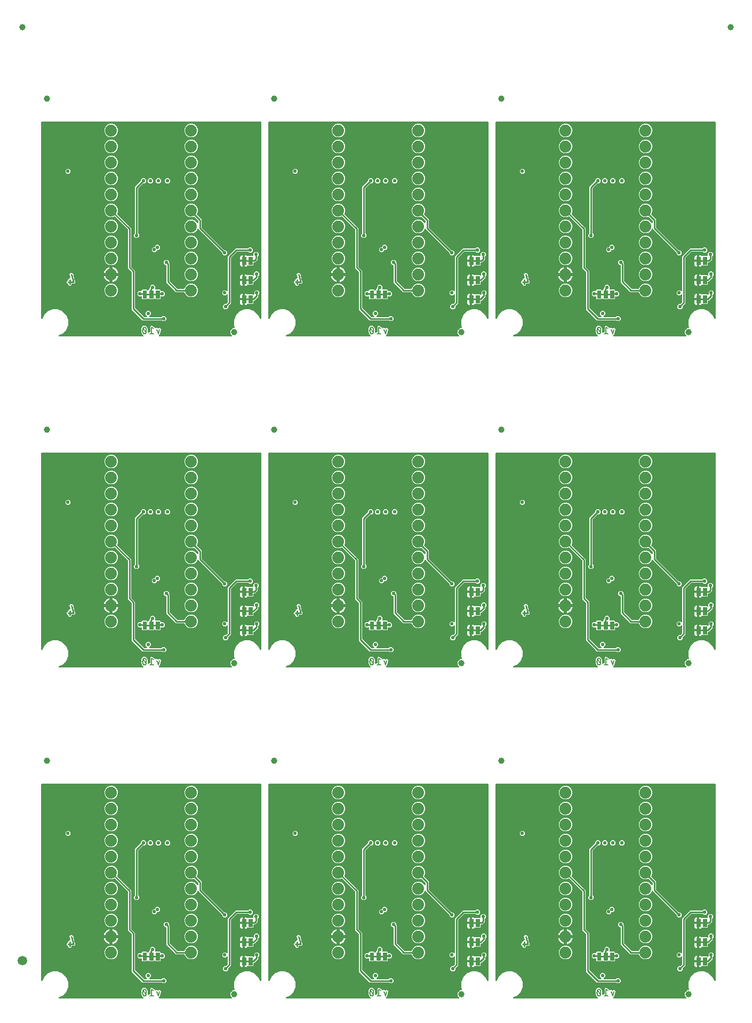
<source format=gbl>
G04 EAGLE Gerber RS-274X export*
G75*
%MOMM*%
%FSLAX34Y34*%
%LPD*%
%INBottom Copper*%
%IPPOS*%
%AMOC8*
5,1,8,0,0,1.08239X$1,22.5*%
G01*
%ADD10C,0.203200*%
%ADD11C,0.279400*%
%ADD12C,0.099059*%
%ADD13C,1.000000*%
%ADD14C,1.879600*%
%ADD15C,1.500000*%
%ADD16C,0.558800*%
%ADD17C,0.254000*%

G36*
X164769Y528839D02*
X164769Y528839D01*
X164853Y528840D01*
X164926Y528859D01*
X165000Y528869D01*
X165079Y528900D01*
X165161Y528921D01*
X165226Y528958D01*
X165296Y528986D01*
X165364Y529035D01*
X165438Y529077D01*
X165492Y529128D01*
X165553Y529172D01*
X165607Y529238D01*
X165668Y529296D01*
X165708Y529360D01*
X165756Y529417D01*
X165792Y529494D01*
X165837Y529566D01*
X165859Y529637D01*
X165891Y529705D01*
X165907Y529788D01*
X165933Y529869D01*
X165937Y529944D01*
X165951Y530017D01*
X165946Y530102D01*
X165951Y530187D01*
X165936Y530260D01*
X165931Y530335D01*
X165905Y530415D01*
X165889Y530499D01*
X165856Y530566D01*
X165833Y530637D01*
X165788Y530709D01*
X165751Y530785D01*
X165703Y530843D01*
X165663Y530906D01*
X165601Y530964D01*
X165547Y531029D01*
X165439Y531117D01*
X165432Y531124D01*
X165428Y531126D01*
X165422Y531131D01*
X163466Y532528D01*
X163072Y533679D01*
X163070Y533682D01*
X163012Y533823D01*
X161988Y535924D01*
X161988Y541036D01*
X162582Y542256D01*
X162612Y542342D01*
X162638Y542398D01*
X162645Y542433D01*
X162675Y542513D01*
X162680Y542544D01*
X162685Y542557D01*
X162686Y542578D01*
X162701Y542660D01*
X162728Y542693D01*
X162811Y542778D01*
X162831Y542813D01*
X162858Y542845D01*
X162938Y542985D01*
X163012Y543137D01*
X163013Y543141D01*
X163071Y543281D01*
X163466Y544432D01*
X165802Y546101D01*
X168673Y546101D01*
X171010Y544432D01*
X171404Y543282D01*
X171406Y543278D01*
X171464Y543137D01*
X172488Y541036D01*
X172488Y536228D01*
X172505Y536090D01*
X172518Y535951D01*
X172525Y535932D01*
X172528Y535912D01*
X172579Y535783D01*
X172626Y535652D01*
X172637Y535635D01*
X172645Y535616D01*
X172727Y535504D01*
X172805Y535389D01*
X172820Y535375D01*
X172832Y535359D01*
X172939Y535270D01*
X173043Y535178D01*
X173061Y535169D01*
X173077Y535156D01*
X173202Y535097D01*
X173326Y535034D01*
X173346Y535029D01*
X173364Y535021D01*
X173501Y534995D01*
X173637Y534964D01*
X173657Y534965D01*
X173677Y534961D01*
X173816Y534970D01*
X173954Y534974D01*
X173974Y534979D01*
X173994Y534981D01*
X174126Y535023D01*
X174260Y535062D01*
X174277Y535072D01*
X174297Y535079D01*
X174414Y535153D01*
X174534Y535224D01*
X174555Y535242D01*
X174565Y535249D01*
X174579Y535264D01*
X174655Y535330D01*
X174757Y535433D01*
X175112Y535433D01*
X175230Y535448D01*
X175349Y535455D01*
X175387Y535468D01*
X175427Y535473D01*
X175538Y535516D01*
X175651Y535553D01*
X175685Y535575D01*
X175723Y535590D01*
X175819Y535659D01*
X175920Y535723D01*
X175948Y535753D01*
X175980Y535776D01*
X176056Y535868D01*
X176138Y535955D01*
X176157Y535990D01*
X176183Y536021D01*
X176234Y536129D01*
X176291Y536233D01*
X176302Y536273D01*
X176319Y536309D01*
X176341Y536426D01*
X176371Y536541D01*
X176375Y536601D01*
X176379Y536621D01*
X176377Y536642D01*
X176381Y536702D01*
X176381Y543617D01*
X176379Y543631D01*
X176373Y543757D01*
X176282Y544576D01*
X176291Y544593D01*
X176319Y544699D01*
X176912Y545292D01*
X176920Y545303D01*
X177005Y545396D01*
X177520Y546040D01*
X177538Y546045D01*
X177633Y546101D01*
X178471Y546101D01*
X178485Y546103D01*
X178611Y546108D01*
X179430Y546199D01*
X179447Y546190D01*
X179553Y546163D01*
X180146Y545570D01*
X180157Y545561D01*
X180250Y545477D01*
X184052Y542435D01*
X184115Y542397D01*
X184172Y542350D01*
X184250Y542314D01*
X184323Y542269D01*
X184393Y542248D01*
X184460Y542217D01*
X184545Y542201D01*
X184627Y542176D01*
X184701Y542173D01*
X184773Y542159D01*
X184859Y542165D01*
X184945Y542161D01*
X185017Y542176D01*
X185090Y542181D01*
X185246Y542222D01*
X186760Y542727D01*
X188387Y541913D01*
X188415Y541903D01*
X188441Y541888D01*
X188565Y541851D01*
X188687Y541808D01*
X188717Y541805D01*
X188745Y541797D01*
X188875Y541791D01*
X189004Y541780D01*
X189033Y541785D01*
X189063Y541784D01*
X189190Y541811D01*
X189318Y541832D01*
X189345Y541844D01*
X189374Y541850D01*
X189522Y541913D01*
X191150Y542727D01*
X192947Y542128D01*
X193794Y540433D01*
X191499Y533547D01*
X191497Y533539D01*
X191493Y533530D01*
X191466Y533383D01*
X191437Y533235D01*
X191438Y533226D01*
X191436Y533218D01*
X191446Y533069D01*
X191449Y533021D01*
X191113Y532349D01*
X191110Y532340D01*
X191105Y532332D01*
X191044Y532183D01*
X190809Y531478D01*
X190773Y531454D01*
X190767Y531447D01*
X190760Y531442D01*
X190662Y531330D01*
X190624Y531288D01*
X190551Y531252D01*
X190445Y531210D01*
X190408Y531184D01*
X190368Y531165D01*
X190280Y531091D01*
X190187Y531024D01*
X190158Y530989D01*
X190124Y530960D01*
X190058Y530867D01*
X189984Y530779D01*
X189965Y530738D01*
X189939Y530701D01*
X189898Y530594D01*
X189849Y530491D01*
X189840Y530447D01*
X189824Y530405D01*
X189811Y530291D01*
X189789Y530178D01*
X189792Y530134D01*
X189787Y530089D01*
X189802Y529975D01*
X189809Y529861D01*
X189823Y529818D01*
X189829Y529774D01*
X189872Y529667D01*
X189907Y529559D01*
X189931Y529521D01*
X189948Y529479D01*
X190016Y529387D01*
X190077Y529290D01*
X190110Y529259D01*
X190136Y529223D01*
X190225Y529150D01*
X190309Y529072D01*
X190348Y529050D01*
X190383Y529022D01*
X190487Y528974D01*
X190587Y528918D01*
X190631Y528907D01*
X190671Y528888D01*
X190784Y528868D01*
X190895Y528839D01*
X190963Y528835D01*
X190984Y528831D01*
X191003Y528832D01*
X191056Y528829D01*
X305059Y528829D01*
X305197Y528846D01*
X305335Y528859D01*
X305354Y528866D01*
X305374Y528869D01*
X305504Y528920D01*
X305635Y528967D01*
X305651Y528978D01*
X305670Y528986D01*
X305783Y529067D01*
X305898Y529145D01*
X305911Y529161D01*
X305927Y529172D01*
X306016Y529280D01*
X306108Y529384D01*
X306117Y529402D01*
X306130Y529417D01*
X306190Y529543D01*
X306253Y529667D01*
X306257Y529687D01*
X306266Y529705D01*
X306292Y529842D01*
X306322Y529977D01*
X306322Y529998D01*
X306326Y530017D01*
X306317Y530156D01*
X306313Y530295D01*
X306307Y530315D01*
X306306Y530335D01*
X306263Y530467D01*
X306224Y530601D01*
X306214Y530618D01*
X306208Y530637D01*
X306133Y530755D01*
X306063Y530875D01*
X306044Y530896D01*
X306038Y530906D01*
X306023Y530920D01*
X305956Y530995D01*
X304564Y532388D01*
X303609Y534693D01*
X303609Y537187D01*
X304564Y539492D01*
X306328Y541256D01*
X308633Y542211D01*
X309471Y542211D01*
X309520Y542217D01*
X309570Y542215D01*
X309677Y542237D01*
X309786Y542251D01*
X309832Y542269D01*
X309881Y542279D01*
X309980Y542327D01*
X310082Y542368D01*
X310122Y542397D01*
X310167Y542419D01*
X310250Y542490D01*
X310339Y542554D01*
X310371Y542593D01*
X310409Y542625D01*
X310472Y542715D01*
X310542Y542799D01*
X310563Y542844D01*
X310592Y542885D01*
X310631Y542988D01*
X310678Y543087D01*
X310687Y543136D01*
X310705Y543182D01*
X310717Y543292D01*
X310737Y543399D01*
X310734Y543449D01*
X310740Y543498D01*
X310725Y543607D01*
X310718Y543717D01*
X310702Y543764D01*
X310695Y543813D01*
X310643Y543966D01*
X309371Y547037D01*
X309371Y555323D01*
X312542Y562979D01*
X318401Y568838D01*
X326057Y572009D01*
X334343Y572009D01*
X341999Y568838D01*
X347858Y562979D01*
X350109Y557543D01*
X350144Y557482D01*
X350170Y557417D01*
X350222Y557344D01*
X350267Y557266D01*
X350316Y557216D01*
X350356Y557160D01*
X350426Y557102D01*
X350488Y557038D01*
X350548Y557001D01*
X350601Y556957D01*
X350683Y556919D01*
X350759Y556872D01*
X350826Y556851D01*
X350889Y556821D01*
X350977Y556804D01*
X351063Y556778D01*
X351133Y556775D01*
X351202Y556762D01*
X351291Y556767D01*
X351381Y556763D01*
X351449Y556777D01*
X351519Y556781D01*
X351604Y556809D01*
X351692Y556827D01*
X351755Y556858D01*
X351821Y556879D01*
X351897Y556927D01*
X351978Y556967D01*
X352031Y557012D01*
X352090Y557050D01*
X352152Y557115D01*
X352220Y557173D01*
X352260Y557230D01*
X352308Y557281D01*
X352351Y557360D01*
X352403Y557433D01*
X352428Y557499D01*
X352462Y557560D01*
X352484Y557646D01*
X352516Y557731D01*
X352524Y557800D01*
X352541Y557868D01*
X352551Y558028D01*
X352551Y868680D01*
X352536Y868798D01*
X352529Y868917D01*
X352516Y868955D01*
X352511Y868996D01*
X352468Y869106D01*
X352431Y869219D01*
X352409Y869254D01*
X352394Y869291D01*
X352325Y869387D01*
X352261Y869488D01*
X352231Y869516D01*
X352208Y869549D01*
X352116Y869625D01*
X352029Y869706D01*
X351994Y869726D01*
X351963Y869751D01*
X351855Y869802D01*
X351751Y869860D01*
X351711Y869870D01*
X351675Y869887D01*
X351558Y869909D01*
X351443Y869939D01*
X351383Y869943D01*
X351363Y869947D01*
X351342Y869945D01*
X351282Y869949D01*
X4318Y869949D01*
X4200Y869934D01*
X4081Y869927D01*
X4043Y869914D01*
X4002Y869909D01*
X3892Y869866D01*
X3779Y869829D01*
X3744Y869807D01*
X3707Y869792D01*
X3611Y869723D01*
X3510Y869659D01*
X3482Y869629D01*
X3449Y869606D01*
X3373Y869514D01*
X3292Y869427D01*
X3272Y869392D01*
X3247Y869361D01*
X3196Y869253D01*
X3138Y869149D01*
X3128Y869109D01*
X3111Y869073D01*
X3089Y868956D01*
X3059Y868841D01*
X3055Y868781D01*
X3051Y868761D01*
X3053Y868740D01*
X3049Y868680D01*
X3049Y558028D01*
X3057Y557959D01*
X3056Y557889D01*
X3077Y557802D01*
X3089Y557713D01*
X3114Y557648D01*
X3131Y557580D01*
X3173Y557500D01*
X3206Y557417D01*
X3247Y557361D01*
X3279Y557299D01*
X3340Y557232D01*
X3392Y557160D01*
X3446Y557115D01*
X3493Y557064D01*
X3568Y557014D01*
X3637Y556957D01*
X3701Y556927D01*
X3759Y556889D01*
X3844Y556860D01*
X3925Y556821D01*
X3994Y556808D01*
X4060Y556786D01*
X4149Y556778D01*
X4237Y556762D01*
X4307Y556766D01*
X4377Y556760D01*
X4465Y556776D01*
X4555Y556781D01*
X4621Y556803D01*
X4690Y556815D01*
X4772Y556852D01*
X4857Y556879D01*
X4916Y556917D01*
X4980Y556945D01*
X5050Y557001D01*
X5126Y557050D01*
X5174Y557100D01*
X5228Y557144D01*
X5283Y557216D01*
X5344Y557281D01*
X5378Y557342D01*
X5420Y557398D01*
X5491Y557543D01*
X7742Y562979D01*
X13601Y568838D01*
X21257Y572009D01*
X29543Y572009D01*
X37198Y568838D01*
X43058Y562978D01*
X46229Y555323D01*
X46229Y547037D01*
X43058Y539381D01*
X37199Y533522D01*
X31763Y531271D01*
X31702Y531236D01*
X31637Y531210D01*
X31564Y531158D01*
X31486Y531113D01*
X31436Y531064D01*
X31380Y531024D01*
X31322Y530954D01*
X31258Y530892D01*
X31221Y530832D01*
X31177Y530779D01*
X31139Y530697D01*
X31092Y530621D01*
X31071Y530554D01*
X31041Y530491D01*
X31024Y530403D01*
X30998Y530317D01*
X30995Y530247D01*
X30982Y530178D01*
X30987Y530089D01*
X30983Y529999D01*
X30997Y529931D01*
X31001Y529861D01*
X31029Y529776D01*
X31047Y529688D01*
X31078Y529625D01*
X31099Y529559D01*
X31147Y529483D01*
X31187Y529402D01*
X31232Y529349D01*
X31270Y529290D01*
X31335Y529228D01*
X31393Y529160D01*
X31450Y529120D01*
X31501Y529072D01*
X31580Y529029D01*
X31653Y528977D01*
X31719Y528952D01*
X31780Y528918D01*
X31866Y528896D01*
X31951Y528864D01*
X32020Y528856D01*
X32088Y528839D01*
X32248Y528829D01*
X164684Y528829D01*
X164769Y528839D01*
G37*
G36*
X164769Y3059D02*
X164769Y3059D01*
X164853Y3060D01*
X164926Y3079D01*
X165000Y3089D01*
X165079Y3120D01*
X165161Y3141D01*
X165226Y3178D01*
X165296Y3206D01*
X165364Y3255D01*
X165438Y3297D01*
X165492Y3348D01*
X165553Y3392D01*
X165607Y3458D01*
X165668Y3516D01*
X165708Y3580D01*
X165756Y3637D01*
X165792Y3714D01*
X165837Y3786D01*
X165859Y3857D01*
X165891Y3925D01*
X165907Y4008D01*
X165933Y4089D01*
X165937Y4164D01*
X165951Y4237D01*
X165946Y4322D01*
X165951Y4407D01*
X165936Y4480D01*
X165931Y4555D01*
X165905Y4635D01*
X165889Y4719D01*
X165856Y4786D01*
X165833Y4857D01*
X165788Y4929D01*
X165751Y5005D01*
X165703Y5063D01*
X165663Y5126D01*
X165601Y5184D01*
X165547Y5249D01*
X165439Y5337D01*
X165432Y5344D01*
X165428Y5346D01*
X165422Y5351D01*
X163466Y6748D01*
X163072Y7899D01*
X163070Y7902D01*
X163012Y8043D01*
X161988Y10144D01*
X161988Y15256D01*
X162582Y16476D01*
X162612Y16562D01*
X162638Y16618D01*
X162645Y16653D01*
X162675Y16733D01*
X162680Y16764D01*
X162685Y16777D01*
X162686Y16798D01*
X162701Y16880D01*
X162728Y16913D01*
X162811Y16998D01*
X162831Y17033D01*
X162858Y17065D01*
X162938Y17205D01*
X163012Y17357D01*
X163013Y17361D01*
X163071Y17501D01*
X163466Y18652D01*
X165802Y20321D01*
X168673Y20321D01*
X171010Y18652D01*
X171404Y17502D01*
X171406Y17498D01*
X171464Y17357D01*
X172488Y15256D01*
X172488Y10448D01*
X172505Y10310D01*
X172518Y10171D01*
X172525Y10152D01*
X172528Y10132D01*
X172579Y10003D01*
X172626Y9872D01*
X172637Y9855D01*
X172645Y9836D01*
X172727Y9724D01*
X172805Y9609D01*
X172820Y9595D01*
X172832Y9579D01*
X172939Y9490D01*
X173043Y9398D01*
X173061Y9389D01*
X173077Y9376D01*
X173202Y9317D01*
X173326Y9254D01*
X173346Y9249D01*
X173364Y9241D01*
X173501Y9215D01*
X173637Y9184D01*
X173657Y9185D01*
X173677Y9181D01*
X173816Y9190D01*
X173954Y9194D01*
X173974Y9199D01*
X173994Y9201D01*
X174126Y9243D01*
X174260Y9282D01*
X174277Y9292D01*
X174297Y9299D01*
X174414Y9373D01*
X174534Y9444D01*
X174555Y9462D01*
X174565Y9469D01*
X174579Y9484D01*
X174655Y9550D01*
X174757Y9653D01*
X175112Y9653D01*
X175230Y9668D01*
X175349Y9675D01*
X175387Y9688D01*
X175427Y9693D01*
X175538Y9736D01*
X175651Y9773D01*
X175685Y9795D01*
X175723Y9810D01*
X175819Y9879D01*
X175920Y9943D01*
X175948Y9973D01*
X175980Y9996D01*
X176056Y10088D01*
X176138Y10175D01*
X176157Y10210D01*
X176183Y10241D01*
X176234Y10349D01*
X176291Y10453D01*
X176302Y10493D01*
X176319Y10529D01*
X176341Y10646D01*
X176371Y10761D01*
X176375Y10821D01*
X176379Y10841D01*
X176377Y10862D01*
X176381Y10922D01*
X176381Y17837D01*
X176379Y17851D01*
X176373Y17977D01*
X176282Y18796D01*
X176291Y18813D01*
X176319Y18919D01*
X176912Y19512D01*
X176920Y19523D01*
X177005Y19616D01*
X177520Y20260D01*
X177538Y20265D01*
X177633Y20321D01*
X178471Y20321D01*
X178485Y20323D01*
X178611Y20328D01*
X179430Y20419D01*
X179447Y20410D01*
X179553Y20383D01*
X180146Y19790D01*
X180157Y19781D01*
X180250Y19697D01*
X184052Y16655D01*
X184115Y16617D01*
X184172Y16570D01*
X184250Y16534D01*
X184323Y16489D01*
X184393Y16468D01*
X184460Y16437D01*
X184545Y16421D01*
X184627Y16396D01*
X184701Y16393D01*
X184773Y16379D01*
X184859Y16385D01*
X184945Y16381D01*
X185017Y16396D01*
X185090Y16401D01*
X185246Y16442D01*
X186760Y16947D01*
X188387Y16133D01*
X188415Y16123D01*
X188441Y16108D01*
X188565Y16071D01*
X188687Y16028D01*
X188717Y16025D01*
X188745Y16017D01*
X188875Y16011D01*
X189004Y16000D01*
X189033Y16005D01*
X189063Y16004D01*
X189190Y16031D01*
X189318Y16052D01*
X189345Y16064D01*
X189374Y16070D01*
X189522Y16133D01*
X191150Y16947D01*
X192947Y16348D01*
X193794Y14653D01*
X191499Y7767D01*
X191497Y7759D01*
X191493Y7750D01*
X191466Y7603D01*
X191437Y7455D01*
X191438Y7446D01*
X191436Y7438D01*
X191446Y7289D01*
X191449Y7241D01*
X191113Y6569D01*
X191110Y6560D01*
X191105Y6552D01*
X191044Y6403D01*
X190809Y5698D01*
X190773Y5674D01*
X190767Y5667D01*
X190760Y5662D01*
X190662Y5550D01*
X190624Y5508D01*
X190551Y5472D01*
X190445Y5430D01*
X190408Y5404D01*
X190368Y5385D01*
X190280Y5311D01*
X190187Y5244D01*
X190158Y5209D01*
X190124Y5180D01*
X190058Y5087D01*
X189984Y4999D01*
X189965Y4958D01*
X189939Y4921D01*
X189898Y4814D01*
X189849Y4711D01*
X189840Y4667D01*
X189824Y4625D01*
X189811Y4511D01*
X189789Y4398D01*
X189792Y4354D01*
X189787Y4309D01*
X189802Y4195D01*
X189809Y4081D01*
X189823Y4038D01*
X189829Y3994D01*
X189872Y3887D01*
X189907Y3779D01*
X189931Y3741D01*
X189948Y3699D01*
X190016Y3607D01*
X190077Y3510D01*
X190110Y3479D01*
X190136Y3443D01*
X190225Y3370D01*
X190309Y3292D01*
X190348Y3270D01*
X190383Y3242D01*
X190487Y3194D01*
X190587Y3138D01*
X190631Y3127D01*
X190671Y3108D01*
X190784Y3088D01*
X190895Y3059D01*
X190963Y3055D01*
X190984Y3051D01*
X191003Y3052D01*
X191056Y3049D01*
X305059Y3049D01*
X305197Y3066D01*
X305335Y3079D01*
X305354Y3086D01*
X305374Y3089D01*
X305504Y3140D01*
X305635Y3187D01*
X305651Y3198D01*
X305670Y3206D01*
X305783Y3287D01*
X305898Y3365D01*
X305911Y3381D01*
X305927Y3392D01*
X306016Y3500D01*
X306108Y3604D01*
X306117Y3622D01*
X306130Y3637D01*
X306190Y3763D01*
X306253Y3887D01*
X306257Y3907D01*
X306266Y3925D01*
X306292Y4062D01*
X306322Y4197D01*
X306322Y4218D01*
X306326Y4237D01*
X306317Y4376D01*
X306313Y4515D01*
X306307Y4535D01*
X306306Y4555D01*
X306263Y4687D01*
X306224Y4821D01*
X306214Y4838D01*
X306208Y4857D01*
X306133Y4975D01*
X306063Y5095D01*
X306044Y5116D01*
X306038Y5126D01*
X306023Y5140D01*
X305956Y5215D01*
X304564Y6608D01*
X303609Y8913D01*
X303609Y11407D01*
X304564Y13712D01*
X306328Y15476D01*
X308633Y16431D01*
X309471Y16431D01*
X309520Y16437D01*
X309570Y16435D01*
X309677Y16457D01*
X309786Y16471D01*
X309833Y16489D01*
X309881Y16499D01*
X309980Y16547D01*
X310082Y16588D01*
X310122Y16617D01*
X310167Y16639D01*
X310250Y16710D01*
X310339Y16774D01*
X310371Y16813D01*
X310409Y16845D01*
X310472Y16935D01*
X310542Y17019D01*
X310563Y17064D01*
X310592Y17105D01*
X310631Y17208D01*
X310678Y17307D01*
X310687Y17356D01*
X310705Y17402D01*
X310717Y17512D01*
X310737Y17619D01*
X310734Y17669D01*
X310740Y17718D01*
X310725Y17827D01*
X310718Y17937D01*
X310702Y17984D01*
X310695Y18033D01*
X310643Y18186D01*
X309371Y21257D01*
X309371Y29543D01*
X312542Y37199D01*
X318401Y43058D01*
X326057Y46229D01*
X334343Y46229D01*
X341999Y43058D01*
X347858Y37199D01*
X350109Y31763D01*
X350144Y31702D01*
X350170Y31637D01*
X350222Y31564D01*
X350267Y31486D01*
X350316Y31436D01*
X350356Y31380D01*
X350426Y31322D01*
X350488Y31258D01*
X350548Y31221D01*
X350601Y31177D01*
X350683Y31139D01*
X350759Y31092D01*
X350826Y31071D01*
X350889Y31041D01*
X350977Y31024D01*
X351063Y30998D01*
X351133Y30995D01*
X351202Y30982D01*
X351291Y30987D01*
X351381Y30983D01*
X351449Y30997D01*
X351519Y31001D01*
X351604Y31029D01*
X351692Y31047D01*
X351755Y31078D01*
X351821Y31099D01*
X351897Y31147D01*
X351978Y31187D01*
X352031Y31232D01*
X352090Y31270D01*
X352152Y31335D01*
X352220Y31393D01*
X352260Y31450D01*
X352308Y31501D01*
X352351Y31580D01*
X352403Y31653D01*
X352428Y31719D01*
X352462Y31780D01*
X352484Y31866D01*
X352516Y31951D01*
X352524Y32020D01*
X352541Y32088D01*
X352551Y32248D01*
X352551Y342900D01*
X352536Y343018D01*
X352529Y343137D01*
X352516Y343175D01*
X352511Y343216D01*
X352468Y343326D01*
X352431Y343439D01*
X352409Y343474D01*
X352394Y343511D01*
X352325Y343607D01*
X352261Y343708D01*
X352231Y343736D01*
X352208Y343769D01*
X352116Y343845D01*
X352029Y343926D01*
X351994Y343946D01*
X351963Y343971D01*
X351855Y344022D01*
X351751Y344080D01*
X351711Y344090D01*
X351675Y344107D01*
X351558Y344129D01*
X351443Y344159D01*
X351383Y344163D01*
X351363Y344167D01*
X351342Y344165D01*
X351282Y344169D01*
X4318Y344169D01*
X4200Y344154D01*
X4081Y344147D01*
X4043Y344134D01*
X4002Y344129D01*
X3892Y344086D01*
X3779Y344049D01*
X3744Y344027D01*
X3707Y344012D01*
X3611Y343943D01*
X3510Y343879D01*
X3482Y343849D01*
X3449Y343826D01*
X3373Y343734D01*
X3292Y343647D01*
X3272Y343612D01*
X3247Y343581D01*
X3196Y343473D01*
X3138Y343369D01*
X3128Y343329D01*
X3111Y343293D01*
X3089Y343176D01*
X3059Y343061D01*
X3055Y343001D01*
X3051Y342981D01*
X3053Y342960D01*
X3049Y342900D01*
X3049Y32248D01*
X3057Y32179D01*
X3056Y32109D01*
X3077Y32022D01*
X3089Y31933D01*
X3114Y31868D01*
X3131Y31800D01*
X3173Y31720D01*
X3206Y31637D01*
X3247Y31581D01*
X3279Y31519D01*
X3340Y31452D01*
X3392Y31380D01*
X3446Y31335D01*
X3493Y31284D01*
X3568Y31234D01*
X3637Y31177D01*
X3701Y31147D01*
X3759Y31109D01*
X3844Y31080D01*
X3925Y31041D01*
X3994Y31028D01*
X4060Y31006D01*
X4149Y30998D01*
X4237Y30982D01*
X4307Y30986D01*
X4377Y30980D01*
X4465Y30996D01*
X4555Y31001D01*
X4621Y31023D01*
X4690Y31035D01*
X4772Y31072D01*
X4857Y31099D01*
X4916Y31137D01*
X4980Y31165D01*
X5050Y31221D01*
X5126Y31270D01*
X5174Y31320D01*
X5228Y31364D01*
X5283Y31436D01*
X5344Y31501D01*
X5378Y31562D01*
X5420Y31618D01*
X5491Y31763D01*
X7742Y37199D01*
X13601Y43058D01*
X21257Y46229D01*
X29543Y46229D01*
X37199Y43058D01*
X43058Y37199D01*
X46229Y29543D01*
X46229Y21257D01*
X43058Y13601D01*
X37199Y7742D01*
X31763Y5491D01*
X31702Y5456D01*
X31637Y5430D01*
X31564Y5378D01*
X31486Y5333D01*
X31436Y5284D01*
X31380Y5244D01*
X31322Y5174D01*
X31258Y5112D01*
X31221Y5052D01*
X31177Y4999D01*
X31139Y4917D01*
X31092Y4841D01*
X31071Y4774D01*
X31041Y4711D01*
X31024Y4623D01*
X30998Y4537D01*
X30995Y4467D01*
X30982Y4398D01*
X30987Y4309D01*
X30983Y4219D01*
X30997Y4151D01*
X31001Y4081D01*
X31029Y3996D01*
X31047Y3908D01*
X31078Y3845D01*
X31099Y3779D01*
X31147Y3703D01*
X31187Y3622D01*
X31232Y3569D01*
X31270Y3510D01*
X31335Y3448D01*
X31393Y3380D01*
X31450Y3340D01*
X31501Y3292D01*
X31580Y3249D01*
X31653Y3197D01*
X31719Y3172D01*
X31780Y3138D01*
X31866Y3116D01*
X31951Y3084D01*
X32020Y3076D01*
X32088Y3059D01*
X32248Y3049D01*
X164684Y3049D01*
X164769Y3059D01*
G37*
G36*
X525449Y3059D02*
X525449Y3059D01*
X525533Y3060D01*
X525606Y3079D01*
X525680Y3089D01*
X525759Y3120D01*
X525841Y3141D01*
X525906Y3178D01*
X525976Y3206D01*
X526044Y3255D01*
X526118Y3297D01*
X526172Y3348D01*
X526233Y3392D01*
X526287Y3458D01*
X526348Y3516D01*
X526388Y3580D01*
X526436Y3637D01*
X526472Y3714D01*
X526517Y3786D01*
X526539Y3857D01*
X526571Y3925D01*
X526587Y4008D01*
X526613Y4089D01*
X526617Y4164D01*
X526631Y4237D01*
X526626Y4322D01*
X526631Y4407D01*
X526616Y4480D01*
X526611Y4555D01*
X526585Y4635D01*
X526569Y4719D01*
X526536Y4786D01*
X526513Y4857D01*
X526468Y4929D01*
X526431Y5005D01*
X526383Y5063D01*
X526343Y5126D01*
X526281Y5184D01*
X526227Y5249D01*
X526119Y5337D01*
X526112Y5344D01*
X526108Y5346D01*
X526102Y5351D01*
X524146Y6748D01*
X523752Y7899D01*
X523750Y7902D01*
X523692Y8043D01*
X522668Y10144D01*
X522668Y15256D01*
X523262Y16476D01*
X523292Y16562D01*
X523318Y16618D01*
X523325Y16654D01*
X523355Y16733D01*
X523360Y16764D01*
X523365Y16777D01*
X523366Y16798D01*
X523381Y16880D01*
X523408Y16913D01*
X523491Y16998D01*
X523511Y17033D01*
X523538Y17065D01*
X523618Y17205D01*
X523692Y17357D01*
X523693Y17361D01*
X523751Y17501D01*
X524146Y18652D01*
X526482Y20321D01*
X529353Y20321D01*
X531690Y18652D01*
X532084Y17502D01*
X532086Y17498D01*
X532144Y17357D01*
X533168Y15256D01*
X533168Y10448D01*
X533185Y10310D01*
X533198Y10171D01*
X533205Y10152D01*
X533208Y10132D01*
X533259Y10003D01*
X533306Y9872D01*
X533317Y9855D01*
X533325Y9836D01*
X533407Y9724D01*
X533485Y9609D01*
X533500Y9595D01*
X533512Y9579D01*
X533619Y9490D01*
X533723Y9398D01*
X533741Y9389D01*
X533757Y9376D01*
X533882Y9317D01*
X534006Y9254D01*
X534026Y9249D01*
X534044Y9241D01*
X534181Y9215D01*
X534317Y9184D01*
X534337Y9185D01*
X534357Y9181D01*
X534496Y9190D01*
X534634Y9194D01*
X534654Y9199D01*
X534674Y9201D01*
X534806Y9243D01*
X534940Y9282D01*
X534957Y9292D01*
X534977Y9299D01*
X535094Y9373D01*
X535214Y9444D01*
X535235Y9462D01*
X535245Y9469D01*
X535259Y9484D01*
X535335Y9550D01*
X535437Y9653D01*
X535792Y9653D01*
X535910Y9668D01*
X536029Y9675D01*
X536067Y9688D01*
X536107Y9693D01*
X536218Y9736D01*
X536331Y9773D01*
X536365Y9795D01*
X536403Y9810D01*
X536499Y9879D01*
X536600Y9943D01*
X536628Y9973D01*
X536660Y9996D01*
X536736Y10088D01*
X536818Y10175D01*
X536837Y10210D01*
X536863Y10241D01*
X536914Y10349D01*
X536971Y10453D01*
X536982Y10493D01*
X536999Y10529D01*
X537021Y10646D01*
X537051Y10761D01*
X537055Y10821D01*
X537059Y10841D01*
X537057Y10862D01*
X537061Y10922D01*
X537061Y17837D01*
X537059Y17851D01*
X537053Y17977D01*
X536962Y18796D01*
X536971Y18813D01*
X536999Y18919D01*
X537592Y19512D01*
X537601Y19523D01*
X537685Y19616D01*
X538200Y20260D01*
X538218Y20265D01*
X538313Y20321D01*
X539151Y20321D01*
X539165Y20323D01*
X539291Y20328D01*
X540110Y20419D01*
X540127Y20410D01*
X540233Y20383D01*
X540826Y19790D01*
X540837Y19781D01*
X540930Y19697D01*
X544732Y16655D01*
X544795Y16617D01*
X544852Y16570D01*
X544930Y16534D01*
X545003Y16489D01*
X545073Y16468D01*
X545140Y16437D01*
X545225Y16421D01*
X545307Y16396D01*
X545381Y16393D01*
X545453Y16379D01*
X545539Y16385D01*
X545625Y16381D01*
X545697Y16396D01*
X545770Y16401D01*
X545926Y16442D01*
X547440Y16947D01*
X549067Y16133D01*
X549095Y16123D01*
X549121Y16108D01*
X549245Y16071D01*
X549367Y16028D01*
X549397Y16025D01*
X549425Y16017D01*
X549555Y16011D01*
X549684Y16000D01*
X549713Y16005D01*
X549743Y16004D01*
X549870Y16031D01*
X549998Y16052D01*
X550025Y16064D01*
X550054Y16070D01*
X550202Y16133D01*
X551830Y16947D01*
X553627Y16348D01*
X554474Y14653D01*
X552179Y7767D01*
X552177Y7759D01*
X552173Y7750D01*
X552146Y7603D01*
X552117Y7455D01*
X552118Y7446D01*
X552116Y7438D01*
X552126Y7289D01*
X552129Y7241D01*
X551793Y6569D01*
X551790Y6560D01*
X551785Y6552D01*
X551724Y6403D01*
X551489Y5698D01*
X551453Y5674D01*
X551447Y5667D01*
X551440Y5662D01*
X551342Y5550D01*
X551304Y5508D01*
X551231Y5473D01*
X551125Y5430D01*
X551088Y5404D01*
X551048Y5385D01*
X550960Y5311D01*
X550867Y5244D01*
X550839Y5209D01*
X550804Y5180D01*
X550737Y5087D01*
X550664Y4999D01*
X550645Y4958D01*
X550619Y4921D01*
X550578Y4814D01*
X550529Y4711D01*
X550520Y4667D01*
X550504Y4625D01*
X550491Y4511D01*
X550469Y4398D01*
X550472Y4354D01*
X550467Y4309D01*
X550482Y4195D01*
X550489Y4081D01*
X550503Y4038D01*
X550509Y3994D01*
X550552Y3888D01*
X550587Y3779D01*
X550611Y3741D01*
X550628Y3699D01*
X550696Y3607D01*
X550757Y3510D01*
X550790Y3479D01*
X550816Y3443D01*
X550905Y3370D01*
X550989Y3292D01*
X551028Y3270D01*
X551063Y3242D01*
X551167Y3194D01*
X551267Y3138D01*
X551311Y3127D01*
X551351Y3108D01*
X551464Y3088D01*
X551575Y3059D01*
X551643Y3055D01*
X551664Y3051D01*
X551683Y3052D01*
X551736Y3049D01*
X665739Y3049D01*
X665877Y3066D01*
X666015Y3079D01*
X666034Y3086D01*
X666054Y3089D01*
X666184Y3140D01*
X666315Y3187D01*
X666331Y3198D01*
X666350Y3206D01*
X666463Y3287D01*
X666578Y3365D01*
X666591Y3381D01*
X666607Y3392D01*
X666696Y3500D01*
X666788Y3604D01*
X666797Y3622D01*
X666810Y3637D01*
X666870Y3763D01*
X666933Y3887D01*
X666937Y3907D01*
X666946Y3925D01*
X666972Y4062D01*
X667002Y4197D01*
X667002Y4218D01*
X667006Y4237D01*
X666997Y4376D01*
X666993Y4515D01*
X666987Y4535D01*
X666986Y4555D01*
X666943Y4687D01*
X666904Y4821D01*
X666894Y4838D01*
X666888Y4857D01*
X666813Y4975D01*
X666743Y5095D01*
X666724Y5116D01*
X666718Y5126D01*
X666703Y5140D01*
X666636Y5215D01*
X665244Y6608D01*
X664289Y8913D01*
X664289Y11407D01*
X665244Y13712D01*
X667008Y15476D01*
X669313Y16431D01*
X670151Y16431D01*
X670200Y16437D01*
X670250Y16435D01*
X670357Y16457D01*
X670466Y16471D01*
X670513Y16489D01*
X670561Y16499D01*
X670660Y16547D01*
X670762Y16588D01*
X670802Y16617D01*
X670847Y16639D01*
X670930Y16710D01*
X671019Y16774D01*
X671051Y16813D01*
X671089Y16845D01*
X671152Y16935D01*
X671222Y17019D01*
X671243Y17064D01*
X671272Y17105D01*
X671311Y17208D01*
X671358Y17307D01*
X671367Y17356D01*
X671385Y17402D01*
X671397Y17512D01*
X671417Y17619D01*
X671414Y17669D01*
X671420Y17718D01*
X671405Y17827D01*
X671398Y17937D01*
X671382Y17984D01*
X671375Y18033D01*
X671323Y18186D01*
X670051Y21257D01*
X670051Y29543D01*
X673222Y37198D01*
X679081Y43058D01*
X686737Y46229D01*
X695023Y46229D01*
X702679Y43058D01*
X708538Y37199D01*
X710789Y31763D01*
X710824Y31702D01*
X710850Y31637D01*
X710902Y31564D01*
X710947Y31486D01*
X710996Y31436D01*
X711036Y31380D01*
X711106Y31322D01*
X711168Y31258D01*
X711228Y31221D01*
X711281Y31177D01*
X711363Y31139D01*
X711439Y31092D01*
X711506Y31071D01*
X711569Y31041D01*
X711657Y31024D01*
X711743Y30998D01*
X711813Y30995D01*
X711882Y30982D01*
X711971Y30987D01*
X712061Y30983D01*
X712129Y30997D01*
X712199Y31001D01*
X712284Y31029D01*
X712372Y31047D01*
X712435Y31078D01*
X712501Y31099D01*
X712577Y31147D01*
X712658Y31187D01*
X712711Y31232D01*
X712770Y31270D01*
X712832Y31335D01*
X712900Y31393D01*
X712940Y31450D01*
X712988Y31501D01*
X713031Y31580D01*
X713083Y31653D01*
X713108Y31719D01*
X713142Y31780D01*
X713164Y31866D01*
X713196Y31951D01*
X713204Y32020D01*
X713221Y32088D01*
X713231Y32248D01*
X713231Y342900D01*
X713216Y343018D01*
X713209Y343137D01*
X713196Y343175D01*
X713191Y343216D01*
X713148Y343326D01*
X713111Y343439D01*
X713089Y343474D01*
X713074Y343511D01*
X713005Y343607D01*
X712941Y343708D01*
X712911Y343736D01*
X712888Y343769D01*
X712796Y343845D01*
X712709Y343926D01*
X712674Y343946D01*
X712643Y343971D01*
X712535Y344022D01*
X712431Y344080D01*
X712391Y344090D01*
X712355Y344107D01*
X712238Y344129D01*
X712123Y344159D01*
X712063Y344163D01*
X712043Y344167D01*
X712022Y344165D01*
X711962Y344169D01*
X364998Y344169D01*
X364880Y344154D01*
X364761Y344147D01*
X364723Y344134D01*
X364682Y344129D01*
X364572Y344086D01*
X364459Y344049D01*
X364424Y344027D01*
X364387Y344012D01*
X364291Y343943D01*
X364190Y343879D01*
X364162Y343849D01*
X364129Y343826D01*
X364053Y343734D01*
X363972Y343647D01*
X363952Y343612D01*
X363927Y343581D01*
X363876Y343473D01*
X363818Y343369D01*
X363808Y343329D01*
X363791Y343293D01*
X363769Y343176D01*
X363739Y343061D01*
X363735Y343001D01*
X363731Y342981D01*
X363733Y342960D01*
X363729Y342900D01*
X363729Y32248D01*
X363737Y32179D01*
X363736Y32109D01*
X363757Y32022D01*
X363769Y31933D01*
X363794Y31868D01*
X363811Y31800D01*
X363853Y31720D01*
X363886Y31637D01*
X363927Y31581D01*
X363959Y31519D01*
X364020Y31452D01*
X364072Y31380D01*
X364126Y31335D01*
X364173Y31284D01*
X364248Y31234D01*
X364317Y31177D01*
X364381Y31147D01*
X364439Y31109D01*
X364524Y31080D01*
X364605Y31041D01*
X364674Y31028D01*
X364740Y31006D01*
X364829Y30998D01*
X364917Y30982D01*
X364987Y30986D01*
X365057Y30980D01*
X365145Y30996D01*
X365235Y31001D01*
X365301Y31023D01*
X365370Y31035D01*
X365452Y31072D01*
X365537Y31099D01*
X365596Y31137D01*
X365660Y31165D01*
X365730Y31221D01*
X365806Y31270D01*
X365854Y31320D01*
X365908Y31364D01*
X365963Y31436D01*
X366024Y31501D01*
X366058Y31562D01*
X366100Y31618D01*
X366171Y31763D01*
X368422Y37199D01*
X374281Y43058D01*
X381937Y46229D01*
X390223Y46229D01*
X397878Y43058D01*
X403738Y37198D01*
X406909Y29543D01*
X406909Y21257D01*
X403738Y13601D01*
X397879Y7742D01*
X392443Y5491D01*
X392382Y5456D01*
X392317Y5430D01*
X392244Y5378D01*
X392166Y5333D01*
X392116Y5284D01*
X392060Y5244D01*
X392002Y5174D01*
X391938Y5112D01*
X391901Y5052D01*
X391857Y4999D01*
X391819Y4917D01*
X391772Y4841D01*
X391751Y4774D01*
X391721Y4711D01*
X391705Y4623D01*
X391678Y4537D01*
X391675Y4467D01*
X391662Y4398D01*
X391667Y4309D01*
X391663Y4219D01*
X391677Y4151D01*
X391681Y4081D01*
X391709Y3996D01*
X391727Y3908D01*
X391758Y3845D01*
X391779Y3779D01*
X391827Y3703D01*
X391867Y3622D01*
X391912Y3569D01*
X391950Y3510D01*
X392015Y3448D01*
X392073Y3380D01*
X392130Y3340D01*
X392181Y3292D01*
X392260Y3249D01*
X392333Y3197D01*
X392399Y3172D01*
X392460Y3138D01*
X392547Y3116D01*
X392631Y3084D01*
X392700Y3076D01*
X392768Y3059D01*
X392928Y3049D01*
X525364Y3049D01*
X525449Y3059D01*
G37*
G36*
X525449Y1054619D02*
X525449Y1054619D01*
X525533Y1054620D01*
X525606Y1054639D01*
X525680Y1054649D01*
X525759Y1054680D01*
X525841Y1054701D01*
X525906Y1054738D01*
X525976Y1054766D01*
X526044Y1054815D01*
X526118Y1054857D01*
X526172Y1054908D01*
X526233Y1054952D01*
X526287Y1055018D01*
X526348Y1055076D01*
X526388Y1055140D01*
X526436Y1055197D01*
X526472Y1055274D01*
X526517Y1055346D01*
X526539Y1055417D01*
X526571Y1055485D01*
X526587Y1055568D01*
X526613Y1055649D01*
X526617Y1055724D01*
X526631Y1055797D01*
X526626Y1055882D01*
X526631Y1055967D01*
X526616Y1056040D01*
X526611Y1056115D01*
X526585Y1056195D01*
X526569Y1056279D01*
X526536Y1056346D01*
X526513Y1056417D01*
X526468Y1056489D01*
X526431Y1056565D01*
X526383Y1056623D01*
X526343Y1056686D01*
X526281Y1056744D01*
X526227Y1056809D01*
X526119Y1056897D01*
X526112Y1056904D01*
X526108Y1056906D01*
X526102Y1056911D01*
X524146Y1058308D01*
X523752Y1059459D01*
X523750Y1059462D01*
X523692Y1059603D01*
X522668Y1061704D01*
X522668Y1066816D01*
X523262Y1068036D01*
X523292Y1068122D01*
X523318Y1068178D01*
X523325Y1068214D01*
X523355Y1068293D01*
X523360Y1068324D01*
X523365Y1068337D01*
X523366Y1068358D01*
X523381Y1068440D01*
X523408Y1068473D01*
X523491Y1068558D01*
X523511Y1068593D01*
X523538Y1068625D01*
X523618Y1068765D01*
X523692Y1068917D01*
X523693Y1068921D01*
X523752Y1069061D01*
X524146Y1070212D01*
X526482Y1071881D01*
X529353Y1071881D01*
X531690Y1070212D01*
X532084Y1069062D01*
X532086Y1069058D01*
X532144Y1068917D01*
X533168Y1066816D01*
X533168Y1062008D01*
X533185Y1061870D01*
X533198Y1061731D01*
X533205Y1061712D01*
X533208Y1061692D01*
X533259Y1061563D01*
X533306Y1061432D01*
X533317Y1061415D01*
X533325Y1061396D01*
X533407Y1061284D01*
X533485Y1061169D01*
X533500Y1061155D01*
X533512Y1061139D01*
X533619Y1061050D01*
X533723Y1060958D01*
X533741Y1060949D01*
X533757Y1060936D01*
X533882Y1060877D01*
X534006Y1060814D01*
X534026Y1060809D01*
X534044Y1060801D01*
X534181Y1060775D01*
X534317Y1060744D01*
X534337Y1060745D01*
X534357Y1060741D01*
X534496Y1060750D01*
X534634Y1060754D01*
X534654Y1060759D01*
X534674Y1060761D01*
X534806Y1060803D01*
X534940Y1060842D01*
X534957Y1060852D01*
X534977Y1060859D01*
X535094Y1060933D01*
X535214Y1061004D01*
X535235Y1061022D01*
X535245Y1061029D01*
X535259Y1061044D01*
X535335Y1061110D01*
X535437Y1061213D01*
X535792Y1061213D01*
X535910Y1061228D01*
X536029Y1061235D01*
X536067Y1061248D01*
X536107Y1061253D01*
X536218Y1061296D01*
X536331Y1061333D01*
X536365Y1061355D01*
X536403Y1061370D01*
X536499Y1061439D01*
X536600Y1061503D01*
X536628Y1061533D01*
X536660Y1061556D01*
X536736Y1061648D01*
X536818Y1061735D01*
X536837Y1061770D01*
X536863Y1061801D01*
X536914Y1061909D01*
X536971Y1062013D01*
X536982Y1062053D01*
X536999Y1062089D01*
X537021Y1062206D01*
X537051Y1062321D01*
X537055Y1062381D01*
X537059Y1062401D01*
X537057Y1062422D01*
X537061Y1062482D01*
X537061Y1069397D01*
X537059Y1069411D01*
X537053Y1069537D01*
X536962Y1070356D01*
X536971Y1070373D01*
X536999Y1070479D01*
X537592Y1071072D01*
X537601Y1071083D01*
X537685Y1071176D01*
X538200Y1071820D01*
X538218Y1071825D01*
X538313Y1071881D01*
X539151Y1071881D01*
X539165Y1071883D01*
X539291Y1071888D01*
X540110Y1071979D01*
X540127Y1071970D01*
X540233Y1071943D01*
X540826Y1071350D01*
X540837Y1071341D01*
X540930Y1071257D01*
X544732Y1068215D01*
X544795Y1068177D01*
X544852Y1068130D01*
X544930Y1068094D01*
X545003Y1068049D01*
X545073Y1068028D01*
X545140Y1067997D01*
X545225Y1067981D01*
X545307Y1067956D01*
X545381Y1067953D01*
X545453Y1067939D01*
X545539Y1067945D01*
X545625Y1067941D01*
X545697Y1067956D01*
X545770Y1067961D01*
X545926Y1068002D01*
X547440Y1068507D01*
X549067Y1067693D01*
X549095Y1067683D01*
X549121Y1067668D01*
X549245Y1067631D01*
X549367Y1067588D01*
X549397Y1067585D01*
X549425Y1067577D01*
X549555Y1067571D01*
X549684Y1067560D01*
X549713Y1067565D01*
X549743Y1067564D01*
X549870Y1067591D01*
X549998Y1067612D01*
X550025Y1067624D01*
X550054Y1067630D01*
X550202Y1067693D01*
X551830Y1068507D01*
X553627Y1067908D01*
X554474Y1066213D01*
X552179Y1059327D01*
X552177Y1059319D01*
X552173Y1059310D01*
X552146Y1059163D01*
X552117Y1059015D01*
X552118Y1059006D01*
X552116Y1058998D01*
X552126Y1058849D01*
X552129Y1058801D01*
X551793Y1058129D01*
X551790Y1058120D01*
X551785Y1058112D01*
X551724Y1057963D01*
X551489Y1057258D01*
X551453Y1057234D01*
X551447Y1057227D01*
X551440Y1057222D01*
X551342Y1057110D01*
X551304Y1057068D01*
X551231Y1057033D01*
X551125Y1056990D01*
X551088Y1056964D01*
X551048Y1056945D01*
X550960Y1056871D01*
X550867Y1056804D01*
X550839Y1056769D01*
X550804Y1056740D01*
X550737Y1056647D01*
X550664Y1056559D01*
X550645Y1056518D01*
X550619Y1056481D01*
X550578Y1056374D01*
X550529Y1056271D01*
X550520Y1056227D01*
X550504Y1056185D01*
X550491Y1056071D01*
X550469Y1055958D01*
X550472Y1055914D01*
X550467Y1055869D01*
X550482Y1055755D01*
X550489Y1055641D01*
X550503Y1055598D01*
X550509Y1055554D01*
X550552Y1055448D01*
X550587Y1055339D01*
X550611Y1055301D01*
X550628Y1055259D01*
X550696Y1055167D01*
X550757Y1055070D01*
X550790Y1055039D01*
X550816Y1055003D01*
X550905Y1054930D01*
X550989Y1054852D01*
X551028Y1054830D01*
X551063Y1054802D01*
X551167Y1054754D01*
X551267Y1054698D01*
X551311Y1054687D01*
X551351Y1054668D01*
X551464Y1054648D01*
X551575Y1054619D01*
X551643Y1054615D01*
X551664Y1054611D01*
X551683Y1054612D01*
X551736Y1054609D01*
X665739Y1054609D01*
X665877Y1054626D01*
X666015Y1054639D01*
X666034Y1054646D01*
X666054Y1054649D01*
X666184Y1054700D01*
X666315Y1054747D01*
X666331Y1054758D01*
X666350Y1054766D01*
X666463Y1054847D01*
X666578Y1054925D01*
X666591Y1054941D01*
X666607Y1054952D01*
X666696Y1055060D01*
X666788Y1055164D01*
X666797Y1055182D01*
X666810Y1055197D01*
X666870Y1055323D01*
X666933Y1055447D01*
X666937Y1055467D01*
X666946Y1055485D01*
X666972Y1055622D01*
X667002Y1055757D01*
X667002Y1055778D01*
X667006Y1055797D01*
X666997Y1055936D01*
X666993Y1056075D01*
X666987Y1056095D01*
X666986Y1056115D01*
X666943Y1056247D01*
X666904Y1056381D01*
X666894Y1056398D01*
X666888Y1056417D01*
X666813Y1056535D01*
X666743Y1056655D01*
X666724Y1056676D01*
X666718Y1056686D01*
X666703Y1056700D01*
X666636Y1056775D01*
X665244Y1058168D01*
X664289Y1060473D01*
X664289Y1062967D01*
X665244Y1065272D01*
X667008Y1067036D01*
X669313Y1067991D01*
X670151Y1067991D01*
X670200Y1067997D01*
X670250Y1067995D01*
X670357Y1068017D01*
X670466Y1068031D01*
X670512Y1068049D01*
X670561Y1068059D01*
X670660Y1068107D01*
X670762Y1068148D01*
X670802Y1068177D01*
X670847Y1068199D01*
X670930Y1068270D01*
X671019Y1068334D01*
X671051Y1068373D01*
X671089Y1068405D01*
X671152Y1068495D01*
X671222Y1068579D01*
X671243Y1068624D01*
X671272Y1068665D01*
X671311Y1068768D01*
X671358Y1068867D01*
X671367Y1068916D01*
X671385Y1068962D01*
X671397Y1069072D01*
X671417Y1069179D01*
X671414Y1069229D01*
X671420Y1069278D01*
X671405Y1069387D01*
X671398Y1069497D01*
X671382Y1069544D01*
X671375Y1069593D01*
X671323Y1069746D01*
X670051Y1072817D01*
X670051Y1081103D01*
X673222Y1088759D01*
X679081Y1094618D01*
X686737Y1097789D01*
X695023Y1097789D01*
X702679Y1094618D01*
X708538Y1088759D01*
X710789Y1083323D01*
X710824Y1083262D01*
X710850Y1083197D01*
X710902Y1083124D01*
X710947Y1083046D01*
X710996Y1082996D01*
X711036Y1082940D01*
X711106Y1082882D01*
X711168Y1082818D01*
X711228Y1082781D01*
X711281Y1082737D01*
X711363Y1082699D01*
X711439Y1082652D01*
X711506Y1082631D01*
X711569Y1082601D01*
X711657Y1082584D01*
X711743Y1082558D01*
X711813Y1082555D01*
X711882Y1082542D01*
X711971Y1082547D01*
X712061Y1082543D01*
X712129Y1082557D01*
X712199Y1082561D01*
X712284Y1082589D01*
X712372Y1082607D01*
X712435Y1082638D01*
X712501Y1082659D01*
X712577Y1082707D01*
X712658Y1082747D01*
X712711Y1082792D01*
X712770Y1082830D01*
X712832Y1082895D01*
X712900Y1082953D01*
X712940Y1083010D01*
X712988Y1083061D01*
X713031Y1083140D01*
X713083Y1083213D01*
X713108Y1083279D01*
X713142Y1083340D01*
X713164Y1083426D01*
X713196Y1083511D01*
X713204Y1083580D01*
X713221Y1083648D01*
X713231Y1083808D01*
X713231Y1394460D01*
X713216Y1394578D01*
X713209Y1394697D01*
X713196Y1394735D01*
X713191Y1394776D01*
X713148Y1394886D01*
X713111Y1394999D01*
X713089Y1395034D01*
X713074Y1395071D01*
X713005Y1395167D01*
X712941Y1395268D01*
X712911Y1395296D01*
X712888Y1395329D01*
X712796Y1395405D01*
X712709Y1395486D01*
X712674Y1395506D01*
X712643Y1395531D01*
X712535Y1395582D01*
X712431Y1395640D01*
X712391Y1395650D01*
X712355Y1395667D01*
X712238Y1395689D01*
X712123Y1395719D01*
X712063Y1395723D01*
X712043Y1395727D01*
X712022Y1395725D01*
X711962Y1395729D01*
X364998Y1395729D01*
X364880Y1395714D01*
X364761Y1395707D01*
X364723Y1395694D01*
X364682Y1395689D01*
X364572Y1395646D01*
X364459Y1395609D01*
X364424Y1395587D01*
X364387Y1395572D01*
X364291Y1395503D01*
X364190Y1395439D01*
X364162Y1395409D01*
X364129Y1395386D01*
X364053Y1395294D01*
X363972Y1395207D01*
X363952Y1395172D01*
X363927Y1395141D01*
X363876Y1395033D01*
X363818Y1394929D01*
X363808Y1394889D01*
X363791Y1394853D01*
X363769Y1394736D01*
X363739Y1394621D01*
X363735Y1394561D01*
X363731Y1394541D01*
X363733Y1394520D01*
X363729Y1394460D01*
X363729Y1083808D01*
X363737Y1083739D01*
X363736Y1083669D01*
X363757Y1083582D01*
X363769Y1083493D01*
X363794Y1083428D01*
X363811Y1083360D01*
X363853Y1083280D01*
X363886Y1083197D01*
X363927Y1083141D01*
X363959Y1083079D01*
X364020Y1083012D01*
X364072Y1082940D01*
X364126Y1082895D01*
X364173Y1082844D01*
X364248Y1082794D01*
X364317Y1082737D01*
X364381Y1082707D01*
X364439Y1082669D01*
X364524Y1082640D01*
X364605Y1082601D01*
X364674Y1082588D01*
X364740Y1082566D01*
X364829Y1082558D01*
X364917Y1082542D01*
X364987Y1082546D01*
X365057Y1082540D01*
X365145Y1082556D01*
X365235Y1082561D01*
X365301Y1082583D01*
X365370Y1082595D01*
X365452Y1082632D01*
X365537Y1082659D01*
X365596Y1082697D01*
X365660Y1082725D01*
X365730Y1082781D01*
X365806Y1082830D01*
X365854Y1082880D01*
X365908Y1082924D01*
X365963Y1082996D01*
X366024Y1083061D01*
X366058Y1083122D01*
X366100Y1083178D01*
X366171Y1083323D01*
X368422Y1088758D01*
X374281Y1094618D01*
X381937Y1097789D01*
X390223Y1097789D01*
X397879Y1094618D01*
X403738Y1088759D01*
X406909Y1081103D01*
X406909Y1072817D01*
X403738Y1065161D01*
X397879Y1059302D01*
X392443Y1057051D01*
X392382Y1057016D01*
X392317Y1056990D01*
X392244Y1056938D01*
X392166Y1056893D01*
X392116Y1056844D01*
X392060Y1056804D01*
X392002Y1056734D01*
X391938Y1056672D01*
X391901Y1056612D01*
X391857Y1056559D01*
X391819Y1056477D01*
X391772Y1056401D01*
X391751Y1056334D01*
X391721Y1056271D01*
X391705Y1056183D01*
X391678Y1056097D01*
X391675Y1056027D01*
X391662Y1055958D01*
X391667Y1055869D01*
X391663Y1055779D01*
X391677Y1055711D01*
X391681Y1055641D01*
X391709Y1055556D01*
X391727Y1055468D01*
X391758Y1055405D01*
X391779Y1055339D01*
X391827Y1055263D01*
X391867Y1055182D01*
X391912Y1055129D01*
X391950Y1055070D01*
X392015Y1055008D01*
X392073Y1054940D01*
X392130Y1054900D01*
X392181Y1054852D01*
X392260Y1054809D01*
X392333Y1054757D01*
X392399Y1054732D01*
X392460Y1054698D01*
X392547Y1054676D01*
X392631Y1054644D01*
X392700Y1054636D01*
X392768Y1054619D01*
X392928Y1054609D01*
X525364Y1054609D01*
X525449Y1054619D01*
G37*
G36*
X164769Y1054619D02*
X164769Y1054619D01*
X164853Y1054620D01*
X164926Y1054639D01*
X165000Y1054649D01*
X165079Y1054680D01*
X165161Y1054701D01*
X165226Y1054738D01*
X165296Y1054766D01*
X165364Y1054815D01*
X165438Y1054857D01*
X165492Y1054908D01*
X165553Y1054952D01*
X165607Y1055018D01*
X165668Y1055076D01*
X165708Y1055140D01*
X165756Y1055197D01*
X165792Y1055274D01*
X165837Y1055346D01*
X165859Y1055417D01*
X165891Y1055485D01*
X165907Y1055568D01*
X165933Y1055649D01*
X165937Y1055724D01*
X165951Y1055797D01*
X165946Y1055882D01*
X165951Y1055967D01*
X165936Y1056040D01*
X165931Y1056115D01*
X165905Y1056195D01*
X165889Y1056279D01*
X165856Y1056346D01*
X165833Y1056417D01*
X165788Y1056489D01*
X165751Y1056565D01*
X165703Y1056623D01*
X165663Y1056686D01*
X165601Y1056744D01*
X165547Y1056809D01*
X165439Y1056897D01*
X165432Y1056904D01*
X165428Y1056906D01*
X165422Y1056911D01*
X163466Y1058308D01*
X163072Y1059459D01*
X163070Y1059462D01*
X163012Y1059603D01*
X161988Y1061704D01*
X161988Y1066816D01*
X162582Y1068036D01*
X162612Y1068122D01*
X162638Y1068178D01*
X162645Y1068213D01*
X162675Y1068293D01*
X162680Y1068324D01*
X162685Y1068337D01*
X162686Y1068358D01*
X162701Y1068440D01*
X162728Y1068473D01*
X162811Y1068558D01*
X162831Y1068593D01*
X162858Y1068625D01*
X162938Y1068765D01*
X163012Y1068917D01*
X163013Y1068921D01*
X163071Y1069061D01*
X163466Y1070212D01*
X165802Y1071881D01*
X168673Y1071881D01*
X171010Y1070212D01*
X171404Y1069062D01*
X171406Y1069058D01*
X171464Y1068917D01*
X172488Y1066816D01*
X172488Y1062008D01*
X172505Y1061870D01*
X172518Y1061731D01*
X172525Y1061712D01*
X172528Y1061692D01*
X172579Y1061563D01*
X172626Y1061432D01*
X172637Y1061415D01*
X172645Y1061396D01*
X172727Y1061284D01*
X172805Y1061169D01*
X172820Y1061155D01*
X172832Y1061139D01*
X172939Y1061050D01*
X173043Y1060958D01*
X173061Y1060949D01*
X173077Y1060936D01*
X173202Y1060877D01*
X173326Y1060814D01*
X173346Y1060809D01*
X173364Y1060801D01*
X173501Y1060775D01*
X173637Y1060744D01*
X173657Y1060745D01*
X173677Y1060741D01*
X173816Y1060750D01*
X173954Y1060754D01*
X173974Y1060759D01*
X173994Y1060761D01*
X174126Y1060803D01*
X174260Y1060842D01*
X174277Y1060852D01*
X174297Y1060859D01*
X174414Y1060933D01*
X174534Y1061004D01*
X174555Y1061022D01*
X174565Y1061029D01*
X174579Y1061044D01*
X174655Y1061110D01*
X174757Y1061213D01*
X175112Y1061213D01*
X175230Y1061228D01*
X175349Y1061235D01*
X175387Y1061248D01*
X175427Y1061253D01*
X175538Y1061296D01*
X175651Y1061333D01*
X175685Y1061355D01*
X175723Y1061370D01*
X175819Y1061439D01*
X175920Y1061503D01*
X175948Y1061533D01*
X175980Y1061556D01*
X176056Y1061648D01*
X176138Y1061735D01*
X176157Y1061770D01*
X176183Y1061801D01*
X176234Y1061909D01*
X176291Y1062013D01*
X176302Y1062053D01*
X176319Y1062089D01*
X176341Y1062206D01*
X176371Y1062321D01*
X176375Y1062381D01*
X176379Y1062401D01*
X176377Y1062422D01*
X176381Y1062482D01*
X176381Y1069397D01*
X176379Y1069411D01*
X176373Y1069537D01*
X176282Y1070356D01*
X176291Y1070373D01*
X176319Y1070479D01*
X176912Y1071072D01*
X176920Y1071083D01*
X177005Y1071176D01*
X177520Y1071820D01*
X177538Y1071825D01*
X177633Y1071881D01*
X178471Y1071881D01*
X178485Y1071883D01*
X178611Y1071888D01*
X179430Y1071979D01*
X179447Y1071970D01*
X179553Y1071943D01*
X180146Y1071350D01*
X180157Y1071341D01*
X180250Y1071257D01*
X184052Y1068215D01*
X184115Y1068177D01*
X184172Y1068130D01*
X184250Y1068094D01*
X184323Y1068049D01*
X184393Y1068028D01*
X184460Y1067997D01*
X184545Y1067981D01*
X184627Y1067956D01*
X184701Y1067953D01*
X184773Y1067939D01*
X184859Y1067945D01*
X184945Y1067941D01*
X185017Y1067956D01*
X185090Y1067961D01*
X185246Y1068002D01*
X186760Y1068507D01*
X188387Y1067693D01*
X188415Y1067683D01*
X188441Y1067668D01*
X188565Y1067631D01*
X188687Y1067588D01*
X188717Y1067585D01*
X188745Y1067577D01*
X188875Y1067571D01*
X189004Y1067560D01*
X189033Y1067565D01*
X189063Y1067564D01*
X189190Y1067591D01*
X189318Y1067612D01*
X189345Y1067624D01*
X189374Y1067630D01*
X189522Y1067693D01*
X191150Y1068507D01*
X192947Y1067908D01*
X193794Y1066213D01*
X191499Y1059327D01*
X191497Y1059319D01*
X191493Y1059310D01*
X191466Y1059163D01*
X191437Y1059015D01*
X191438Y1059006D01*
X191436Y1058998D01*
X191446Y1058849D01*
X191449Y1058801D01*
X191113Y1058129D01*
X191110Y1058120D01*
X191105Y1058112D01*
X191044Y1057963D01*
X190809Y1057258D01*
X190773Y1057234D01*
X190767Y1057227D01*
X190760Y1057222D01*
X190662Y1057110D01*
X190624Y1057068D01*
X190551Y1057032D01*
X190445Y1056990D01*
X190408Y1056964D01*
X190368Y1056945D01*
X190280Y1056871D01*
X190187Y1056804D01*
X190158Y1056769D01*
X190124Y1056740D01*
X190058Y1056647D01*
X189984Y1056559D01*
X189965Y1056518D01*
X189939Y1056481D01*
X189898Y1056374D01*
X189849Y1056271D01*
X189840Y1056227D01*
X189824Y1056185D01*
X189811Y1056071D01*
X189789Y1055958D01*
X189792Y1055914D01*
X189787Y1055869D01*
X189802Y1055755D01*
X189809Y1055641D01*
X189823Y1055598D01*
X189829Y1055554D01*
X189872Y1055447D01*
X189907Y1055339D01*
X189931Y1055301D01*
X189948Y1055259D01*
X190016Y1055167D01*
X190077Y1055070D01*
X190110Y1055039D01*
X190136Y1055003D01*
X190225Y1054930D01*
X190309Y1054852D01*
X190348Y1054830D01*
X190383Y1054802D01*
X190487Y1054754D01*
X190587Y1054698D01*
X190631Y1054687D01*
X190671Y1054668D01*
X190784Y1054648D01*
X190895Y1054619D01*
X190963Y1054615D01*
X190984Y1054611D01*
X191003Y1054612D01*
X191056Y1054609D01*
X305059Y1054609D01*
X305197Y1054626D01*
X305335Y1054639D01*
X305354Y1054646D01*
X305374Y1054649D01*
X305504Y1054700D01*
X305635Y1054747D01*
X305651Y1054758D01*
X305670Y1054766D01*
X305783Y1054847D01*
X305898Y1054925D01*
X305911Y1054941D01*
X305927Y1054952D01*
X306016Y1055060D01*
X306108Y1055164D01*
X306117Y1055182D01*
X306130Y1055197D01*
X306190Y1055323D01*
X306253Y1055447D01*
X306257Y1055467D01*
X306266Y1055485D01*
X306292Y1055622D01*
X306322Y1055757D01*
X306322Y1055778D01*
X306326Y1055797D01*
X306317Y1055936D01*
X306313Y1056075D01*
X306307Y1056095D01*
X306306Y1056115D01*
X306263Y1056247D01*
X306224Y1056381D01*
X306214Y1056398D01*
X306208Y1056417D01*
X306133Y1056535D01*
X306063Y1056655D01*
X306044Y1056676D01*
X306038Y1056686D01*
X306023Y1056700D01*
X305956Y1056775D01*
X304564Y1058168D01*
X303609Y1060473D01*
X303609Y1062967D01*
X304564Y1065272D01*
X306328Y1067036D01*
X308633Y1067991D01*
X309471Y1067991D01*
X309520Y1067997D01*
X309570Y1067995D01*
X309677Y1068017D01*
X309786Y1068031D01*
X309832Y1068049D01*
X309881Y1068059D01*
X309980Y1068107D01*
X310082Y1068148D01*
X310122Y1068177D01*
X310167Y1068199D01*
X310250Y1068270D01*
X310339Y1068334D01*
X310371Y1068373D01*
X310409Y1068405D01*
X310472Y1068495D01*
X310542Y1068579D01*
X310563Y1068624D01*
X310592Y1068665D01*
X310631Y1068768D01*
X310678Y1068867D01*
X310687Y1068916D01*
X310705Y1068962D01*
X310717Y1069072D01*
X310737Y1069179D01*
X310734Y1069229D01*
X310740Y1069278D01*
X310725Y1069387D01*
X310718Y1069497D01*
X310702Y1069544D01*
X310695Y1069593D01*
X310643Y1069746D01*
X309371Y1072817D01*
X309371Y1081103D01*
X312542Y1088759D01*
X318401Y1094618D01*
X326057Y1097789D01*
X334343Y1097789D01*
X341999Y1094618D01*
X347858Y1088759D01*
X350109Y1083323D01*
X350144Y1083262D01*
X350170Y1083197D01*
X350222Y1083124D01*
X350267Y1083046D01*
X350316Y1082996D01*
X350356Y1082940D01*
X350426Y1082882D01*
X350488Y1082818D01*
X350548Y1082781D01*
X350601Y1082737D01*
X350683Y1082699D01*
X350759Y1082652D01*
X350826Y1082631D01*
X350889Y1082601D01*
X350977Y1082584D01*
X351063Y1082558D01*
X351133Y1082555D01*
X351202Y1082542D01*
X351291Y1082547D01*
X351381Y1082543D01*
X351449Y1082557D01*
X351519Y1082561D01*
X351604Y1082589D01*
X351692Y1082607D01*
X351755Y1082638D01*
X351821Y1082659D01*
X351897Y1082707D01*
X351978Y1082747D01*
X352031Y1082792D01*
X352090Y1082830D01*
X352152Y1082895D01*
X352220Y1082953D01*
X352260Y1083010D01*
X352308Y1083061D01*
X352351Y1083140D01*
X352403Y1083213D01*
X352428Y1083279D01*
X352462Y1083340D01*
X352484Y1083426D01*
X352516Y1083511D01*
X352524Y1083580D01*
X352541Y1083648D01*
X352551Y1083808D01*
X352551Y1394460D01*
X352536Y1394578D01*
X352529Y1394697D01*
X352516Y1394735D01*
X352511Y1394776D01*
X352468Y1394886D01*
X352431Y1394999D01*
X352409Y1395034D01*
X352394Y1395071D01*
X352325Y1395167D01*
X352261Y1395268D01*
X352231Y1395296D01*
X352208Y1395329D01*
X352116Y1395405D01*
X352029Y1395486D01*
X351994Y1395506D01*
X351963Y1395531D01*
X351855Y1395582D01*
X351751Y1395640D01*
X351711Y1395650D01*
X351675Y1395667D01*
X351558Y1395689D01*
X351443Y1395719D01*
X351383Y1395723D01*
X351363Y1395727D01*
X351342Y1395725D01*
X351282Y1395729D01*
X4318Y1395729D01*
X4200Y1395714D01*
X4081Y1395707D01*
X4043Y1395694D01*
X4002Y1395689D01*
X3892Y1395646D01*
X3779Y1395609D01*
X3744Y1395587D01*
X3707Y1395572D01*
X3611Y1395503D01*
X3510Y1395439D01*
X3482Y1395409D01*
X3449Y1395386D01*
X3373Y1395294D01*
X3292Y1395207D01*
X3272Y1395172D01*
X3247Y1395141D01*
X3196Y1395033D01*
X3138Y1394929D01*
X3128Y1394889D01*
X3111Y1394853D01*
X3089Y1394736D01*
X3059Y1394621D01*
X3055Y1394561D01*
X3051Y1394541D01*
X3053Y1394520D01*
X3049Y1394460D01*
X3049Y1083808D01*
X3057Y1083739D01*
X3056Y1083669D01*
X3077Y1083582D01*
X3089Y1083493D01*
X3114Y1083428D01*
X3131Y1083360D01*
X3173Y1083280D01*
X3206Y1083197D01*
X3247Y1083141D01*
X3279Y1083079D01*
X3340Y1083012D01*
X3392Y1082940D01*
X3446Y1082895D01*
X3493Y1082844D01*
X3568Y1082794D01*
X3637Y1082737D01*
X3701Y1082707D01*
X3759Y1082669D01*
X3844Y1082640D01*
X3925Y1082601D01*
X3994Y1082588D01*
X4060Y1082566D01*
X4149Y1082558D01*
X4237Y1082542D01*
X4307Y1082546D01*
X4377Y1082540D01*
X4465Y1082556D01*
X4555Y1082561D01*
X4621Y1082583D01*
X4690Y1082595D01*
X4772Y1082632D01*
X4857Y1082659D01*
X4916Y1082697D01*
X4980Y1082725D01*
X5050Y1082781D01*
X5126Y1082830D01*
X5174Y1082880D01*
X5228Y1082924D01*
X5283Y1082996D01*
X5344Y1083061D01*
X5378Y1083122D01*
X5420Y1083178D01*
X5491Y1083323D01*
X7742Y1088759D01*
X13601Y1094618D01*
X21257Y1097789D01*
X29543Y1097789D01*
X37199Y1094618D01*
X43058Y1088759D01*
X46229Y1081103D01*
X46229Y1072817D01*
X43058Y1065161D01*
X37199Y1059302D01*
X31763Y1057051D01*
X31702Y1057016D01*
X31637Y1056990D01*
X31564Y1056938D01*
X31486Y1056893D01*
X31436Y1056844D01*
X31380Y1056804D01*
X31322Y1056734D01*
X31258Y1056672D01*
X31221Y1056612D01*
X31177Y1056559D01*
X31139Y1056477D01*
X31092Y1056401D01*
X31071Y1056334D01*
X31041Y1056271D01*
X31024Y1056183D01*
X30998Y1056097D01*
X30995Y1056027D01*
X30982Y1055958D01*
X30987Y1055869D01*
X30983Y1055779D01*
X30997Y1055711D01*
X31001Y1055641D01*
X31029Y1055556D01*
X31047Y1055468D01*
X31078Y1055405D01*
X31099Y1055339D01*
X31147Y1055263D01*
X31187Y1055182D01*
X31232Y1055129D01*
X31270Y1055070D01*
X31335Y1055008D01*
X31393Y1054940D01*
X31450Y1054900D01*
X31501Y1054852D01*
X31580Y1054809D01*
X31653Y1054757D01*
X31719Y1054732D01*
X31780Y1054698D01*
X31866Y1054676D01*
X31951Y1054644D01*
X32020Y1054636D01*
X32088Y1054619D01*
X32248Y1054609D01*
X164684Y1054609D01*
X164769Y1054619D01*
G37*
G36*
X525449Y528839D02*
X525449Y528839D01*
X525533Y528840D01*
X525606Y528859D01*
X525680Y528869D01*
X525759Y528900D01*
X525841Y528921D01*
X525906Y528958D01*
X525976Y528986D01*
X526044Y529035D01*
X526118Y529077D01*
X526172Y529128D01*
X526233Y529172D01*
X526287Y529238D01*
X526348Y529296D01*
X526388Y529360D01*
X526436Y529417D01*
X526472Y529494D01*
X526517Y529566D01*
X526539Y529637D01*
X526571Y529705D01*
X526587Y529788D01*
X526613Y529869D01*
X526617Y529944D01*
X526631Y530017D01*
X526626Y530102D01*
X526631Y530187D01*
X526616Y530260D01*
X526611Y530335D01*
X526585Y530415D01*
X526569Y530499D01*
X526536Y530566D01*
X526513Y530637D01*
X526468Y530709D01*
X526431Y530785D01*
X526383Y530843D01*
X526343Y530906D01*
X526281Y530964D01*
X526227Y531029D01*
X526119Y531117D01*
X526112Y531124D01*
X526108Y531126D01*
X526102Y531131D01*
X524146Y532528D01*
X523752Y533679D01*
X523750Y533682D01*
X523692Y533823D01*
X522668Y535924D01*
X522668Y541036D01*
X523262Y542256D01*
X523292Y542342D01*
X523318Y542398D01*
X523325Y542434D01*
X523355Y542513D01*
X523360Y542544D01*
X523365Y542557D01*
X523366Y542578D01*
X523381Y542660D01*
X523408Y542693D01*
X523491Y542778D01*
X523511Y542813D01*
X523538Y542845D01*
X523618Y542985D01*
X523692Y543137D01*
X523693Y543141D01*
X523752Y543281D01*
X524146Y544432D01*
X526482Y546101D01*
X529353Y546101D01*
X531690Y544432D01*
X532084Y543282D01*
X532086Y543278D01*
X532144Y543137D01*
X533168Y541036D01*
X533168Y536228D01*
X533185Y536090D01*
X533198Y535951D01*
X533205Y535932D01*
X533208Y535912D01*
X533259Y535783D01*
X533306Y535652D01*
X533317Y535635D01*
X533325Y535616D01*
X533407Y535504D01*
X533485Y535389D01*
X533500Y535375D01*
X533512Y535359D01*
X533619Y535270D01*
X533723Y535178D01*
X533741Y535169D01*
X533757Y535156D01*
X533882Y535097D01*
X534006Y535034D01*
X534026Y535029D01*
X534044Y535021D01*
X534181Y534995D01*
X534317Y534964D01*
X534337Y534965D01*
X534357Y534961D01*
X534496Y534970D01*
X534634Y534974D01*
X534654Y534979D01*
X534674Y534981D01*
X534806Y535023D01*
X534940Y535062D01*
X534957Y535072D01*
X534977Y535079D01*
X535094Y535153D01*
X535214Y535224D01*
X535235Y535242D01*
X535245Y535249D01*
X535259Y535264D01*
X535335Y535330D01*
X535437Y535433D01*
X535792Y535433D01*
X535910Y535448D01*
X536029Y535455D01*
X536067Y535468D01*
X536107Y535473D01*
X536218Y535516D01*
X536331Y535553D01*
X536365Y535575D01*
X536403Y535590D01*
X536499Y535659D01*
X536600Y535723D01*
X536628Y535753D01*
X536660Y535776D01*
X536736Y535868D01*
X536818Y535955D01*
X536837Y535990D01*
X536863Y536021D01*
X536914Y536129D01*
X536971Y536233D01*
X536982Y536273D01*
X536999Y536309D01*
X537021Y536426D01*
X537051Y536541D01*
X537055Y536601D01*
X537059Y536621D01*
X537057Y536642D01*
X537061Y536702D01*
X537061Y543617D01*
X537059Y543631D01*
X537053Y543757D01*
X536962Y544576D01*
X536971Y544593D01*
X536999Y544699D01*
X537592Y545292D01*
X537601Y545303D01*
X537685Y545396D01*
X538200Y546040D01*
X538218Y546045D01*
X538313Y546101D01*
X539151Y546101D01*
X539165Y546103D01*
X539291Y546108D01*
X540110Y546199D01*
X540127Y546190D01*
X540233Y546163D01*
X540826Y545570D01*
X540837Y545561D01*
X540930Y545477D01*
X544732Y542435D01*
X544795Y542397D01*
X544852Y542350D01*
X544930Y542314D01*
X545003Y542269D01*
X545073Y542248D01*
X545140Y542217D01*
X545225Y542201D01*
X545307Y542176D01*
X545381Y542173D01*
X545453Y542159D01*
X545539Y542165D01*
X545625Y542161D01*
X545697Y542176D01*
X545770Y542181D01*
X545926Y542222D01*
X547440Y542727D01*
X549067Y541913D01*
X549095Y541903D01*
X549121Y541888D01*
X549245Y541851D01*
X549367Y541808D01*
X549397Y541805D01*
X549425Y541797D01*
X549555Y541791D01*
X549684Y541780D01*
X549713Y541785D01*
X549743Y541784D01*
X549870Y541811D01*
X549998Y541832D01*
X550025Y541844D01*
X550054Y541850D01*
X550202Y541913D01*
X551830Y542727D01*
X553627Y542128D01*
X554474Y540433D01*
X552179Y533547D01*
X552177Y533539D01*
X552173Y533530D01*
X552146Y533383D01*
X552117Y533235D01*
X552118Y533226D01*
X552116Y533218D01*
X552126Y533069D01*
X552129Y533021D01*
X551793Y532349D01*
X551790Y532340D01*
X551785Y532332D01*
X551724Y532183D01*
X551489Y531478D01*
X551453Y531454D01*
X551447Y531447D01*
X551440Y531442D01*
X551342Y531330D01*
X551304Y531288D01*
X551231Y531253D01*
X551125Y531210D01*
X551088Y531184D01*
X551048Y531165D01*
X550960Y531091D01*
X550867Y531024D01*
X550839Y530989D01*
X550804Y530960D01*
X550737Y530867D01*
X550664Y530779D01*
X550645Y530738D01*
X550619Y530701D01*
X550578Y530594D01*
X550529Y530491D01*
X550520Y530447D01*
X550504Y530405D01*
X550491Y530291D01*
X550469Y530178D01*
X550472Y530134D01*
X550467Y530089D01*
X550482Y529975D01*
X550489Y529861D01*
X550503Y529818D01*
X550509Y529774D01*
X550552Y529668D01*
X550587Y529559D01*
X550611Y529521D01*
X550628Y529479D01*
X550696Y529387D01*
X550757Y529290D01*
X550790Y529259D01*
X550816Y529223D01*
X550905Y529150D01*
X550989Y529072D01*
X551028Y529050D01*
X551063Y529022D01*
X551167Y528974D01*
X551267Y528918D01*
X551311Y528907D01*
X551351Y528888D01*
X551464Y528868D01*
X551575Y528839D01*
X551643Y528835D01*
X551664Y528831D01*
X551683Y528832D01*
X551736Y528829D01*
X665739Y528829D01*
X665877Y528846D01*
X666015Y528859D01*
X666034Y528866D01*
X666054Y528869D01*
X666184Y528920D01*
X666315Y528967D01*
X666331Y528978D01*
X666350Y528986D01*
X666463Y529067D01*
X666578Y529145D01*
X666591Y529161D01*
X666607Y529172D01*
X666696Y529280D01*
X666788Y529384D01*
X666797Y529402D01*
X666810Y529417D01*
X666870Y529543D01*
X666933Y529667D01*
X666937Y529687D01*
X666946Y529705D01*
X666972Y529842D01*
X667002Y529977D01*
X667002Y529998D01*
X667006Y530017D01*
X666997Y530156D01*
X666993Y530295D01*
X666987Y530315D01*
X666986Y530335D01*
X666943Y530467D01*
X666904Y530601D01*
X666894Y530618D01*
X666888Y530637D01*
X666813Y530755D01*
X666743Y530875D01*
X666724Y530896D01*
X666718Y530906D01*
X666703Y530920D01*
X666636Y530995D01*
X665244Y532388D01*
X664289Y534693D01*
X664289Y537187D01*
X665244Y539492D01*
X667008Y541256D01*
X669313Y542211D01*
X670151Y542211D01*
X670200Y542217D01*
X670250Y542215D01*
X670357Y542237D01*
X670466Y542251D01*
X670513Y542269D01*
X670561Y542279D01*
X670660Y542327D01*
X670762Y542368D01*
X670802Y542397D01*
X670847Y542419D01*
X670930Y542490D01*
X671019Y542554D01*
X671051Y542593D01*
X671089Y542625D01*
X671152Y542715D01*
X671222Y542799D01*
X671243Y542844D01*
X671272Y542885D01*
X671311Y542988D01*
X671358Y543087D01*
X671367Y543136D01*
X671385Y543182D01*
X671397Y543292D01*
X671417Y543399D01*
X671414Y543449D01*
X671420Y543498D01*
X671405Y543607D01*
X671398Y543717D01*
X671382Y543764D01*
X671375Y543813D01*
X671323Y543966D01*
X670051Y547037D01*
X670051Y555323D01*
X673222Y562979D01*
X679081Y568838D01*
X686737Y572009D01*
X695023Y572009D01*
X702679Y568838D01*
X708538Y562979D01*
X710789Y557543D01*
X710824Y557482D01*
X710850Y557417D01*
X710902Y557344D01*
X710947Y557266D01*
X710996Y557216D01*
X711036Y557160D01*
X711106Y557102D01*
X711168Y557038D01*
X711228Y557001D01*
X711281Y556957D01*
X711363Y556919D01*
X711439Y556872D01*
X711506Y556851D01*
X711569Y556821D01*
X711657Y556804D01*
X711743Y556778D01*
X711813Y556775D01*
X711882Y556762D01*
X711971Y556767D01*
X712061Y556763D01*
X712129Y556777D01*
X712199Y556781D01*
X712284Y556809D01*
X712372Y556827D01*
X712435Y556858D01*
X712501Y556879D01*
X712577Y556927D01*
X712658Y556967D01*
X712711Y557012D01*
X712770Y557050D01*
X712832Y557115D01*
X712900Y557173D01*
X712940Y557230D01*
X712988Y557281D01*
X713031Y557360D01*
X713083Y557433D01*
X713108Y557499D01*
X713142Y557560D01*
X713164Y557646D01*
X713196Y557731D01*
X713204Y557800D01*
X713221Y557868D01*
X713231Y558028D01*
X713231Y868680D01*
X713216Y868798D01*
X713209Y868917D01*
X713196Y868955D01*
X713191Y868996D01*
X713148Y869106D01*
X713111Y869219D01*
X713089Y869254D01*
X713074Y869291D01*
X713005Y869387D01*
X712941Y869488D01*
X712911Y869516D01*
X712888Y869549D01*
X712796Y869625D01*
X712709Y869706D01*
X712674Y869726D01*
X712643Y869751D01*
X712535Y869802D01*
X712431Y869860D01*
X712391Y869870D01*
X712355Y869887D01*
X712238Y869909D01*
X712123Y869939D01*
X712063Y869943D01*
X712043Y869947D01*
X712022Y869945D01*
X711962Y869949D01*
X364998Y869949D01*
X364880Y869934D01*
X364761Y869927D01*
X364723Y869914D01*
X364682Y869909D01*
X364572Y869866D01*
X364459Y869829D01*
X364424Y869807D01*
X364387Y869792D01*
X364291Y869723D01*
X364190Y869659D01*
X364162Y869629D01*
X364129Y869606D01*
X364053Y869514D01*
X363972Y869427D01*
X363952Y869392D01*
X363927Y869361D01*
X363876Y869253D01*
X363818Y869149D01*
X363808Y869109D01*
X363791Y869073D01*
X363769Y868956D01*
X363739Y868841D01*
X363735Y868781D01*
X363731Y868761D01*
X363733Y868740D01*
X363729Y868680D01*
X363729Y558028D01*
X363737Y557959D01*
X363736Y557889D01*
X363757Y557802D01*
X363769Y557713D01*
X363794Y557648D01*
X363811Y557580D01*
X363853Y557500D01*
X363886Y557417D01*
X363927Y557361D01*
X363959Y557299D01*
X364020Y557232D01*
X364072Y557160D01*
X364126Y557115D01*
X364173Y557064D01*
X364248Y557014D01*
X364317Y556957D01*
X364381Y556927D01*
X364439Y556889D01*
X364524Y556860D01*
X364605Y556821D01*
X364674Y556808D01*
X364740Y556786D01*
X364829Y556778D01*
X364917Y556762D01*
X364987Y556766D01*
X365057Y556760D01*
X365145Y556776D01*
X365235Y556781D01*
X365301Y556803D01*
X365370Y556815D01*
X365452Y556852D01*
X365537Y556879D01*
X365596Y556917D01*
X365660Y556945D01*
X365730Y557001D01*
X365806Y557050D01*
X365854Y557100D01*
X365908Y557144D01*
X365963Y557216D01*
X366024Y557281D01*
X366058Y557342D01*
X366100Y557398D01*
X366171Y557543D01*
X368422Y562979D01*
X374281Y568838D01*
X381937Y572009D01*
X390223Y572009D01*
X397879Y568838D01*
X403738Y562979D01*
X406909Y555323D01*
X406909Y547037D01*
X403738Y539381D01*
X397879Y533522D01*
X392443Y531271D01*
X392382Y531236D01*
X392317Y531210D01*
X392244Y531158D01*
X392166Y531113D01*
X392116Y531064D01*
X392060Y531024D01*
X392002Y530954D01*
X391938Y530892D01*
X391901Y530832D01*
X391857Y530779D01*
X391819Y530697D01*
X391772Y530621D01*
X391751Y530554D01*
X391721Y530491D01*
X391704Y530403D01*
X391678Y530317D01*
X391675Y530247D01*
X391662Y530178D01*
X391667Y530089D01*
X391663Y529999D01*
X391677Y529931D01*
X391681Y529861D01*
X391709Y529776D01*
X391727Y529688D01*
X391758Y529625D01*
X391779Y529559D01*
X391827Y529483D01*
X391867Y529402D01*
X391912Y529349D01*
X391950Y529290D01*
X392015Y529228D01*
X392073Y529160D01*
X392130Y529120D01*
X392181Y529072D01*
X392260Y529029D01*
X392333Y528977D01*
X392399Y528952D01*
X392460Y528918D01*
X392546Y528896D01*
X392631Y528864D01*
X392700Y528856D01*
X392768Y528839D01*
X392928Y528829D01*
X525364Y528829D01*
X525449Y528839D01*
G37*
G36*
X886129Y3059D02*
X886129Y3059D01*
X886213Y3060D01*
X886286Y3079D01*
X886360Y3089D01*
X886439Y3120D01*
X886521Y3141D01*
X886586Y3178D01*
X886656Y3206D01*
X886724Y3255D01*
X886798Y3297D01*
X886852Y3348D01*
X886913Y3392D01*
X886967Y3458D01*
X887028Y3516D01*
X887068Y3580D01*
X887116Y3637D01*
X887152Y3714D01*
X887197Y3786D01*
X887219Y3857D01*
X887251Y3925D01*
X887267Y4008D01*
X887293Y4089D01*
X887297Y4164D01*
X887311Y4237D01*
X887306Y4322D01*
X887311Y4407D01*
X887296Y4480D01*
X887291Y4555D01*
X887265Y4635D01*
X887249Y4719D01*
X887216Y4786D01*
X887193Y4857D01*
X887148Y4929D01*
X887111Y5005D01*
X887063Y5063D01*
X887023Y5126D01*
X886961Y5184D01*
X886907Y5249D01*
X886799Y5337D01*
X886792Y5344D01*
X886788Y5346D01*
X886782Y5351D01*
X884826Y6748D01*
X884432Y7899D01*
X884430Y7902D01*
X884372Y8043D01*
X883348Y10144D01*
X883348Y15256D01*
X883942Y16476D01*
X883972Y16562D01*
X883998Y16618D01*
X884005Y16654D01*
X884035Y16733D01*
X884040Y16764D01*
X884045Y16777D01*
X884046Y16798D01*
X884061Y16880D01*
X884089Y16913D01*
X884171Y16998D01*
X884191Y17033D01*
X884218Y17065D01*
X884298Y17205D01*
X884372Y17357D01*
X884373Y17362D01*
X884431Y17501D01*
X884826Y18652D01*
X887162Y20321D01*
X890033Y20321D01*
X892370Y18652D01*
X892764Y17502D01*
X892766Y17498D01*
X892824Y17357D01*
X893848Y15256D01*
X893848Y10448D01*
X893865Y10310D01*
X893878Y10171D01*
X893885Y10152D01*
X893888Y10132D01*
X893939Y10003D01*
X893986Y9872D01*
X893997Y9855D01*
X894005Y9836D01*
X894087Y9724D01*
X894165Y9609D01*
X894180Y9595D01*
X894192Y9579D01*
X894299Y9490D01*
X894403Y9398D01*
X894421Y9389D01*
X894437Y9376D01*
X894562Y9317D01*
X894686Y9254D01*
X894706Y9249D01*
X894724Y9241D01*
X894861Y9215D01*
X894997Y9184D01*
X895017Y9185D01*
X895037Y9181D01*
X895176Y9190D01*
X895314Y9194D01*
X895334Y9199D01*
X895354Y9201D01*
X895486Y9243D01*
X895620Y9282D01*
X895637Y9292D01*
X895657Y9299D01*
X895774Y9373D01*
X895894Y9444D01*
X895915Y9462D01*
X895925Y9469D01*
X895939Y9484D01*
X896015Y9550D01*
X896117Y9653D01*
X896472Y9653D01*
X896590Y9668D01*
X896709Y9675D01*
X896747Y9688D01*
X896787Y9693D01*
X896898Y9736D01*
X897011Y9773D01*
X897045Y9795D01*
X897083Y9810D01*
X897179Y9879D01*
X897280Y9943D01*
X897308Y9973D01*
X897340Y9996D01*
X897416Y10088D01*
X897498Y10175D01*
X897517Y10210D01*
X897543Y10241D01*
X897594Y10349D01*
X897651Y10453D01*
X897662Y10493D01*
X897679Y10529D01*
X897701Y10646D01*
X897731Y10761D01*
X897735Y10821D01*
X897739Y10841D01*
X897737Y10862D01*
X897741Y10922D01*
X897741Y17837D01*
X897739Y17851D01*
X897733Y17977D01*
X897642Y18796D01*
X897651Y18813D01*
X897679Y18919D01*
X898272Y19512D01*
X898281Y19523D01*
X898365Y19616D01*
X898880Y20260D01*
X898898Y20265D01*
X898993Y20321D01*
X899831Y20321D01*
X899845Y20323D01*
X899971Y20328D01*
X900790Y20419D01*
X900807Y20410D01*
X900913Y20383D01*
X901506Y19790D01*
X901517Y19781D01*
X901610Y19697D01*
X905412Y16655D01*
X905475Y16617D01*
X905532Y16570D01*
X905610Y16534D01*
X905683Y16489D01*
X905753Y16468D01*
X905820Y16437D01*
X905905Y16421D01*
X905987Y16396D01*
X906061Y16393D01*
X906133Y16379D01*
X906219Y16385D01*
X906305Y16381D01*
X906377Y16396D01*
X906450Y16401D01*
X906606Y16442D01*
X908120Y16947D01*
X909747Y16133D01*
X909775Y16123D01*
X909801Y16108D01*
X909925Y16071D01*
X910047Y16028D01*
X910077Y16025D01*
X910105Y16017D01*
X910235Y16011D01*
X910364Y16000D01*
X910393Y16005D01*
X910423Y16004D01*
X910550Y16031D01*
X910678Y16052D01*
X910705Y16064D01*
X910734Y16070D01*
X910882Y16133D01*
X912510Y16947D01*
X914307Y16348D01*
X915154Y14653D01*
X912859Y7767D01*
X912857Y7759D01*
X912853Y7750D01*
X912826Y7603D01*
X912797Y7455D01*
X912798Y7446D01*
X912796Y7438D01*
X912806Y7289D01*
X912809Y7241D01*
X912473Y6569D01*
X912470Y6560D01*
X912465Y6552D01*
X912404Y6403D01*
X912169Y5698D01*
X912133Y5674D01*
X912127Y5667D01*
X912120Y5662D01*
X912022Y5550D01*
X911984Y5508D01*
X911911Y5473D01*
X911805Y5430D01*
X911768Y5404D01*
X911728Y5385D01*
X911640Y5311D01*
X911547Y5244D01*
X911519Y5209D01*
X911484Y5180D01*
X911417Y5087D01*
X911344Y4999D01*
X911325Y4958D01*
X911299Y4921D01*
X911258Y4814D01*
X911209Y4711D01*
X911200Y4667D01*
X911184Y4625D01*
X911171Y4511D01*
X911149Y4398D01*
X911152Y4354D01*
X911147Y4309D01*
X911162Y4195D01*
X911169Y4081D01*
X911183Y4038D01*
X911189Y3994D01*
X911232Y3888D01*
X911267Y3779D01*
X911291Y3741D01*
X911308Y3699D01*
X911376Y3607D01*
X911437Y3510D01*
X911470Y3479D01*
X911496Y3443D01*
X911585Y3370D01*
X911669Y3292D01*
X911708Y3270D01*
X911743Y3242D01*
X911847Y3194D01*
X911947Y3138D01*
X911991Y3127D01*
X912031Y3108D01*
X912144Y3088D01*
X912255Y3059D01*
X912323Y3055D01*
X912344Y3051D01*
X912363Y3052D01*
X912416Y3049D01*
X1026419Y3049D01*
X1026557Y3066D01*
X1026695Y3079D01*
X1026714Y3086D01*
X1026734Y3089D01*
X1026864Y3140D01*
X1026995Y3187D01*
X1027011Y3198D01*
X1027030Y3206D01*
X1027143Y3287D01*
X1027258Y3365D01*
X1027271Y3381D01*
X1027287Y3392D01*
X1027376Y3500D01*
X1027468Y3604D01*
X1027477Y3622D01*
X1027490Y3637D01*
X1027550Y3763D01*
X1027613Y3887D01*
X1027617Y3907D01*
X1027626Y3925D01*
X1027652Y4062D01*
X1027682Y4197D01*
X1027682Y4218D01*
X1027686Y4237D01*
X1027677Y4376D01*
X1027673Y4515D01*
X1027667Y4535D01*
X1027666Y4555D01*
X1027623Y4687D01*
X1027584Y4821D01*
X1027574Y4838D01*
X1027568Y4857D01*
X1027493Y4975D01*
X1027423Y5095D01*
X1027404Y5116D01*
X1027398Y5126D01*
X1027383Y5140D01*
X1027316Y5215D01*
X1025924Y6608D01*
X1024969Y8913D01*
X1024969Y11407D01*
X1025924Y13712D01*
X1027688Y15476D01*
X1029993Y16431D01*
X1030831Y16431D01*
X1030880Y16437D01*
X1030930Y16435D01*
X1031037Y16457D01*
X1031146Y16471D01*
X1031193Y16489D01*
X1031241Y16499D01*
X1031340Y16547D01*
X1031442Y16588D01*
X1031482Y16617D01*
X1031527Y16639D01*
X1031610Y16710D01*
X1031699Y16774D01*
X1031731Y16813D01*
X1031769Y16845D01*
X1031832Y16935D01*
X1031902Y17019D01*
X1031923Y17064D01*
X1031952Y17105D01*
X1031991Y17208D01*
X1032038Y17307D01*
X1032047Y17356D01*
X1032065Y17402D01*
X1032077Y17512D01*
X1032097Y17619D01*
X1032094Y17669D01*
X1032100Y17718D01*
X1032085Y17827D01*
X1032078Y17937D01*
X1032062Y17984D01*
X1032055Y18033D01*
X1032003Y18186D01*
X1030731Y21257D01*
X1030731Y29543D01*
X1033902Y37199D01*
X1039761Y43058D01*
X1047417Y46229D01*
X1055703Y46229D01*
X1063359Y43058D01*
X1069218Y37199D01*
X1071469Y31763D01*
X1071504Y31702D01*
X1071530Y31637D01*
X1071582Y31564D01*
X1071627Y31486D01*
X1071676Y31436D01*
X1071716Y31380D01*
X1071786Y31322D01*
X1071848Y31258D01*
X1071908Y31221D01*
X1071961Y31177D01*
X1072043Y31139D01*
X1072119Y31092D01*
X1072186Y31071D01*
X1072249Y31041D01*
X1072337Y31024D01*
X1072423Y30998D01*
X1072493Y30995D01*
X1072562Y30982D01*
X1072651Y30987D01*
X1072741Y30983D01*
X1072809Y30997D01*
X1072879Y31001D01*
X1072964Y31029D01*
X1073052Y31047D01*
X1073115Y31078D01*
X1073181Y31099D01*
X1073257Y31147D01*
X1073338Y31187D01*
X1073391Y31232D01*
X1073450Y31270D01*
X1073512Y31335D01*
X1073580Y31393D01*
X1073620Y31450D01*
X1073668Y31501D01*
X1073711Y31580D01*
X1073763Y31653D01*
X1073788Y31719D01*
X1073822Y31780D01*
X1073844Y31866D01*
X1073876Y31951D01*
X1073884Y32020D01*
X1073901Y32088D01*
X1073911Y32248D01*
X1073911Y342900D01*
X1073896Y343018D01*
X1073889Y343137D01*
X1073876Y343175D01*
X1073871Y343216D01*
X1073828Y343326D01*
X1073791Y343439D01*
X1073769Y343474D01*
X1073754Y343511D01*
X1073685Y343607D01*
X1073621Y343708D01*
X1073591Y343736D01*
X1073568Y343769D01*
X1073476Y343845D01*
X1073389Y343926D01*
X1073354Y343946D01*
X1073323Y343971D01*
X1073215Y344022D01*
X1073111Y344080D01*
X1073071Y344090D01*
X1073035Y344107D01*
X1072918Y344129D01*
X1072803Y344159D01*
X1072743Y344163D01*
X1072723Y344167D01*
X1072702Y344165D01*
X1072642Y344169D01*
X725678Y344169D01*
X725560Y344154D01*
X725441Y344147D01*
X725403Y344134D01*
X725362Y344129D01*
X725252Y344086D01*
X725139Y344049D01*
X725104Y344027D01*
X725067Y344012D01*
X724971Y343943D01*
X724870Y343879D01*
X724842Y343849D01*
X724809Y343826D01*
X724733Y343734D01*
X724652Y343647D01*
X724632Y343612D01*
X724607Y343581D01*
X724556Y343473D01*
X724498Y343369D01*
X724488Y343329D01*
X724471Y343293D01*
X724449Y343176D01*
X724419Y343061D01*
X724415Y343001D01*
X724411Y342981D01*
X724413Y342960D01*
X724409Y342900D01*
X724409Y32248D01*
X724417Y32179D01*
X724416Y32109D01*
X724437Y32022D01*
X724449Y31933D01*
X724474Y31868D01*
X724491Y31800D01*
X724533Y31720D01*
X724566Y31637D01*
X724607Y31581D01*
X724639Y31519D01*
X724700Y31452D01*
X724752Y31380D01*
X724806Y31335D01*
X724853Y31284D01*
X724928Y31234D01*
X724997Y31177D01*
X725061Y31147D01*
X725119Y31109D01*
X725204Y31080D01*
X725285Y31041D01*
X725354Y31028D01*
X725420Y31006D01*
X725509Y30998D01*
X725597Y30982D01*
X725667Y30986D01*
X725737Y30980D01*
X725825Y30996D01*
X725915Y31001D01*
X725981Y31023D01*
X726050Y31035D01*
X726132Y31072D01*
X726217Y31099D01*
X726276Y31137D01*
X726340Y31165D01*
X726410Y31221D01*
X726486Y31270D01*
X726534Y31320D01*
X726588Y31364D01*
X726643Y31436D01*
X726704Y31501D01*
X726738Y31562D01*
X726780Y31618D01*
X726851Y31763D01*
X729102Y37199D01*
X734961Y43058D01*
X742617Y46229D01*
X750903Y46229D01*
X758559Y43058D01*
X764418Y37199D01*
X767589Y29543D01*
X767589Y21257D01*
X764418Y13601D01*
X758559Y7742D01*
X753123Y5491D01*
X753062Y5456D01*
X752997Y5430D01*
X752924Y5378D01*
X752846Y5333D01*
X752796Y5284D01*
X752740Y5244D01*
X752682Y5174D01*
X752618Y5112D01*
X752581Y5052D01*
X752537Y4999D01*
X752499Y4917D01*
X752452Y4841D01*
X752431Y4774D01*
X752401Y4711D01*
X752384Y4623D01*
X752358Y4537D01*
X752355Y4467D01*
X752342Y4398D01*
X752347Y4309D01*
X752343Y4219D01*
X752357Y4151D01*
X752361Y4081D01*
X752389Y3996D01*
X752407Y3908D01*
X752438Y3845D01*
X752459Y3779D01*
X752507Y3703D01*
X752547Y3622D01*
X752592Y3569D01*
X752630Y3510D01*
X752695Y3448D01*
X752753Y3380D01*
X752810Y3340D01*
X752861Y3292D01*
X752940Y3249D01*
X753013Y3197D01*
X753079Y3172D01*
X753140Y3138D01*
X753226Y3116D01*
X753311Y3084D01*
X753380Y3076D01*
X753448Y3059D01*
X753608Y3049D01*
X886044Y3049D01*
X886129Y3059D01*
G37*
G36*
X886129Y1054619D02*
X886129Y1054619D01*
X886213Y1054620D01*
X886286Y1054639D01*
X886360Y1054649D01*
X886439Y1054680D01*
X886521Y1054701D01*
X886586Y1054738D01*
X886656Y1054766D01*
X886724Y1054815D01*
X886798Y1054857D01*
X886852Y1054908D01*
X886913Y1054952D01*
X886967Y1055018D01*
X887028Y1055076D01*
X887068Y1055140D01*
X887116Y1055197D01*
X887152Y1055274D01*
X887197Y1055346D01*
X887219Y1055417D01*
X887251Y1055485D01*
X887267Y1055568D01*
X887293Y1055649D01*
X887297Y1055724D01*
X887311Y1055797D01*
X887306Y1055882D01*
X887311Y1055967D01*
X887296Y1056040D01*
X887291Y1056115D01*
X887265Y1056195D01*
X887249Y1056279D01*
X887216Y1056346D01*
X887193Y1056417D01*
X887148Y1056489D01*
X887111Y1056565D01*
X887063Y1056623D01*
X887023Y1056686D01*
X886961Y1056744D01*
X886907Y1056809D01*
X886799Y1056897D01*
X886792Y1056904D01*
X886788Y1056906D01*
X886782Y1056911D01*
X884826Y1058308D01*
X884432Y1059458D01*
X884430Y1059462D01*
X884372Y1059603D01*
X883348Y1061704D01*
X883348Y1066816D01*
X883942Y1068036D01*
X883972Y1068122D01*
X883998Y1068178D01*
X884005Y1068213D01*
X884035Y1068293D01*
X884040Y1068324D01*
X884045Y1068337D01*
X884046Y1068358D01*
X884061Y1068440D01*
X884088Y1068473D01*
X884171Y1068558D01*
X884191Y1068593D01*
X884218Y1068625D01*
X884298Y1068765D01*
X884372Y1068917D01*
X884373Y1068921D01*
X884431Y1069061D01*
X884826Y1070212D01*
X887162Y1071881D01*
X890033Y1071881D01*
X892370Y1070212D01*
X892764Y1069062D01*
X892766Y1069058D01*
X892824Y1068917D01*
X893848Y1066816D01*
X893848Y1062008D01*
X893865Y1061870D01*
X893878Y1061731D01*
X893885Y1061712D01*
X893888Y1061692D01*
X893939Y1061563D01*
X893986Y1061432D01*
X893997Y1061415D01*
X894005Y1061396D01*
X894087Y1061284D01*
X894165Y1061169D01*
X894180Y1061155D01*
X894192Y1061139D01*
X894299Y1061050D01*
X894403Y1060958D01*
X894421Y1060949D01*
X894437Y1060936D01*
X894562Y1060877D01*
X894686Y1060814D01*
X894706Y1060809D01*
X894724Y1060801D01*
X894861Y1060775D01*
X894997Y1060744D01*
X895017Y1060745D01*
X895037Y1060741D01*
X895176Y1060750D01*
X895314Y1060754D01*
X895334Y1060759D01*
X895354Y1060761D01*
X895486Y1060803D01*
X895620Y1060842D01*
X895637Y1060852D01*
X895657Y1060859D01*
X895774Y1060933D01*
X895894Y1061004D01*
X895915Y1061022D01*
X895925Y1061029D01*
X895939Y1061044D01*
X896015Y1061110D01*
X896117Y1061213D01*
X896472Y1061213D01*
X896590Y1061228D01*
X896709Y1061235D01*
X896747Y1061248D01*
X896787Y1061253D01*
X896898Y1061296D01*
X897011Y1061333D01*
X897045Y1061355D01*
X897083Y1061370D01*
X897179Y1061439D01*
X897280Y1061503D01*
X897308Y1061533D01*
X897340Y1061556D01*
X897416Y1061648D01*
X897498Y1061735D01*
X897517Y1061770D01*
X897543Y1061801D01*
X897594Y1061909D01*
X897651Y1062013D01*
X897662Y1062053D01*
X897679Y1062089D01*
X897701Y1062206D01*
X897731Y1062321D01*
X897735Y1062381D01*
X897739Y1062401D01*
X897737Y1062422D01*
X897741Y1062482D01*
X897741Y1069397D01*
X897739Y1069411D01*
X897733Y1069537D01*
X897642Y1070356D01*
X897651Y1070373D01*
X897679Y1070479D01*
X898272Y1071072D01*
X898280Y1071083D01*
X898365Y1071176D01*
X898880Y1071820D01*
X898898Y1071825D01*
X898993Y1071881D01*
X899831Y1071881D01*
X899845Y1071883D01*
X899971Y1071888D01*
X900790Y1071979D01*
X900807Y1071970D01*
X900913Y1071943D01*
X901506Y1071350D01*
X901517Y1071341D01*
X901610Y1071257D01*
X905412Y1068215D01*
X905475Y1068177D01*
X905532Y1068130D01*
X905610Y1068094D01*
X905683Y1068049D01*
X905753Y1068028D01*
X905820Y1067997D01*
X905905Y1067981D01*
X905987Y1067956D01*
X906061Y1067953D01*
X906133Y1067939D01*
X906219Y1067945D01*
X906305Y1067941D01*
X906377Y1067956D01*
X906450Y1067961D01*
X906606Y1068002D01*
X908120Y1068507D01*
X909747Y1067693D01*
X909775Y1067683D01*
X909801Y1067668D01*
X909925Y1067631D01*
X910047Y1067588D01*
X910077Y1067585D01*
X910105Y1067577D01*
X910235Y1067571D01*
X910364Y1067560D01*
X910393Y1067565D01*
X910423Y1067564D01*
X910550Y1067591D01*
X910678Y1067612D01*
X910705Y1067624D01*
X910734Y1067630D01*
X910882Y1067693D01*
X912510Y1068507D01*
X914307Y1067908D01*
X915154Y1066213D01*
X912859Y1059327D01*
X912857Y1059318D01*
X912853Y1059310D01*
X912826Y1059162D01*
X912797Y1059015D01*
X912798Y1059006D01*
X912796Y1058997D01*
X912806Y1058848D01*
X912809Y1058801D01*
X912473Y1058129D01*
X912470Y1058120D01*
X912465Y1058112D01*
X912404Y1057963D01*
X912169Y1057258D01*
X912133Y1057234D01*
X912127Y1057227D01*
X912120Y1057222D01*
X912021Y1057109D01*
X911984Y1057068D01*
X911911Y1057033D01*
X911805Y1056990D01*
X911768Y1056964D01*
X911728Y1056945D01*
X911640Y1056871D01*
X911547Y1056804D01*
X911519Y1056769D01*
X911484Y1056740D01*
X911417Y1056647D01*
X911344Y1056559D01*
X911325Y1056518D01*
X911299Y1056481D01*
X911258Y1056374D01*
X911209Y1056271D01*
X911200Y1056227D01*
X911184Y1056185D01*
X911171Y1056071D01*
X911149Y1055958D01*
X911152Y1055914D01*
X911147Y1055869D01*
X911162Y1055755D01*
X911169Y1055641D01*
X911183Y1055598D01*
X911189Y1055554D01*
X911232Y1055448D01*
X911267Y1055339D01*
X911291Y1055301D01*
X911308Y1055259D01*
X911376Y1055167D01*
X911437Y1055070D01*
X911470Y1055039D01*
X911496Y1055003D01*
X911585Y1054930D01*
X911669Y1054852D01*
X911708Y1054830D01*
X911743Y1054802D01*
X911847Y1054754D01*
X911947Y1054698D01*
X911991Y1054687D01*
X912031Y1054668D01*
X912144Y1054648D01*
X912255Y1054619D01*
X912323Y1054615D01*
X912344Y1054611D01*
X912363Y1054612D01*
X912416Y1054609D01*
X1026419Y1054609D01*
X1026557Y1054626D01*
X1026695Y1054639D01*
X1026714Y1054646D01*
X1026734Y1054649D01*
X1026864Y1054700D01*
X1026995Y1054747D01*
X1027011Y1054758D01*
X1027030Y1054766D01*
X1027143Y1054847D01*
X1027258Y1054925D01*
X1027271Y1054941D01*
X1027287Y1054952D01*
X1027376Y1055060D01*
X1027468Y1055164D01*
X1027477Y1055182D01*
X1027490Y1055197D01*
X1027550Y1055323D01*
X1027613Y1055447D01*
X1027617Y1055467D01*
X1027626Y1055485D01*
X1027652Y1055622D01*
X1027682Y1055757D01*
X1027682Y1055778D01*
X1027686Y1055797D01*
X1027677Y1055936D01*
X1027673Y1056075D01*
X1027667Y1056095D01*
X1027666Y1056115D01*
X1027623Y1056247D01*
X1027584Y1056381D01*
X1027574Y1056398D01*
X1027568Y1056417D01*
X1027493Y1056535D01*
X1027423Y1056655D01*
X1027404Y1056676D01*
X1027398Y1056686D01*
X1027383Y1056700D01*
X1027316Y1056775D01*
X1025924Y1058168D01*
X1024969Y1060473D01*
X1024969Y1062967D01*
X1025924Y1065272D01*
X1027688Y1067036D01*
X1029993Y1067991D01*
X1030831Y1067991D01*
X1030880Y1067997D01*
X1030930Y1067995D01*
X1031037Y1068017D01*
X1031146Y1068031D01*
X1031192Y1068049D01*
X1031241Y1068059D01*
X1031340Y1068107D01*
X1031442Y1068148D01*
X1031482Y1068177D01*
X1031527Y1068199D01*
X1031610Y1068270D01*
X1031699Y1068334D01*
X1031731Y1068373D01*
X1031769Y1068405D01*
X1031832Y1068495D01*
X1031902Y1068579D01*
X1031923Y1068624D01*
X1031952Y1068665D01*
X1031991Y1068768D01*
X1032038Y1068867D01*
X1032047Y1068916D01*
X1032065Y1068962D01*
X1032077Y1069072D01*
X1032097Y1069179D01*
X1032094Y1069229D01*
X1032100Y1069278D01*
X1032085Y1069387D01*
X1032078Y1069497D01*
X1032062Y1069544D01*
X1032055Y1069593D01*
X1032003Y1069746D01*
X1030731Y1072817D01*
X1030731Y1081103D01*
X1033902Y1088759D01*
X1039761Y1094618D01*
X1047417Y1097789D01*
X1055703Y1097789D01*
X1063358Y1094618D01*
X1069218Y1088759D01*
X1071469Y1083323D01*
X1071504Y1083262D01*
X1071530Y1083197D01*
X1071582Y1083124D01*
X1071627Y1083046D01*
X1071676Y1082996D01*
X1071716Y1082940D01*
X1071786Y1082882D01*
X1071848Y1082818D01*
X1071908Y1082781D01*
X1071961Y1082737D01*
X1072043Y1082699D01*
X1072119Y1082652D01*
X1072186Y1082631D01*
X1072249Y1082601D01*
X1072337Y1082584D01*
X1072423Y1082558D01*
X1072493Y1082555D01*
X1072562Y1082542D01*
X1072651Y1082547D01*
X1072741Y1082543D01*
X1072809Y1082557D01*
X1072879Y1082561D01*
X1072964Y1082589D01*
X1073052Y1082607D01*
X1073115Y1082638D01*
X1073181Y1082659D01*
X1073257Y1082707D01*
X1073338Y1082747D01*
X1073391Y1082792D01*
X1073450Y1082830D01*
X1073512Y1082895D01*
X1073580Y1082953D01*
X1073620Y1083010D01*
X1073668Y1083061D01*
X1073711Y1083140D01*
X1073763Y1083213D01*
X1073788Y1083279D01*
X1073822Y1083340D01*
X1073844Y1083426D01*
X1073876Y1083511D01*
X1073884Y1083580D01*
X1073901Y1083648D01*
X1073911Y1083808D01*
X1073911Y1394460D01*
X1073896Y1394578D01*
X1073889Y1394697D01*
X1073876Y1394735D01*
X1073871Y1394776D01*
X1073828Y1394886D01*
X1073791Y1394999D01*
X1073769Y1395034D01*
X1073754Y1395071D01*
X1073685Y1395167D01*
X1073621Y1395268D01*
X1073591Y1395296D01*
X1073568Y1395329D01*
X1073476Y1395405D01*
X1073389Y1395486D01*
X1073354Y1395506D01*
X1073323Y1395531D01*
X1073215Y1395582D01*
X1073111Y1395640D01*
X1073071Y1395650D01*
X1073035Y1395667D01*
X1072918Y1395689D01*
X1072803Y1395719D01*
X1072743Y1395723D01*
X1072723Y1395727D01*
X1072702Y1395725D01*
X1072642Y1395729D01*
X725678Y1395729D01*
X725560Y1395714D01*
X725441Y1395707D01*
X725403Y1395694D01*
X725362Y1395689D01*
X725252Y1395646D01*
X725139Y1395609D01*
X725104Y1395587D01*
X725067Y1395572D01*
X724971Y1395503D01*
X724870Y1395439D01*
X724842Y1395409D01*
X724809Y1395386D01*
X724733Y1395294D01*
X724652Y1395207D01*
X724632Y1395172D01*
X724607Y1395141D01*
X724556Y1395033D01*
X724498Y1394929D01*
X724488Y1394889D01*
X724471Y1394853D01*
X724449Y1394736D01*
X724419Y1394621D01*
X724415Y1394561D01*
X724411Y1394541D01*
X724413Y1394520D01*
X724409Y1394460D01*
X724409Y1083808D01*
X724417Y1083739D01*
X724416Y1083669D01*
X724437Y1083582D01*
X724449Y1083493D01*
X724474Y1083428D01*
X724491Y1083360D01*
X724533Y1083280D01*
X724566Y1083197D01*
X724607Y1083141D01*
X724639Y1083079D01*
X724700Y1083012D01*
X724752Y1082940D01*
X724806Y1082895D01*
X724853Y1082844D01*
X724928Y1082794D01*
X724997Y1082737D01*
X725061Y1082707D01*
X725119Y1082669D01*
X725204Y1082640D01*
X725285Y1082601D01*
X725354Y1082588D01*
X725420Y1082566D01*
X725509Y1082558D01*
X725597Y1082542D01*
X725667Y1082546D01*
X725737Y1082540D01*
X725825Y1082556D01*
X725915Y1082561D01*
X725981Y1082583D01*
X726050Y1082595D01*
X726132Y1082632D01*
X726217Y1082659D01*
X726276Y1082697D01*
X726340Y1082725D01*
X726410Y1082781D01*
X726486Y1082830D01*
X726534Y1082880D01*
X726588Y1082924D01*
X726643Y1082996D01*
X726704Y1083061D01*
X726738Y1083122D01*
X726780Y1083178D01*
X726851Y1083323D01*
X729102Y1088759D01*
X734961Y1094618D01*
X742617Y1097789D01*
X750903Y1097789D01*
X758559Y1094618D01*
X764418Y1088759D01*
X767589Y1081103D01*
X767589Y1072817D01*
X764418Y1065161D01*
X758559Y1059302D01*
X753123Y1057051D01*
X753062Y1057016D01*
X752997Y1056990D01*
X752924Y1056938D01*
X752846Y1056893D01*
X752796Y1056844D01*
X752740Y1056804D01*
X752682Y1056734D01*
X752618Y1056672D01*
X752581Y1056612D01*
X752537Y1056559D01*
X752499Y1056477D01*
X752452Y1056401D01*
X752431Y1056334D01*
X752401Y1056271D01*
X752385Y1056183D01*
X752358Y1056097D01*
X752355Y1056027D01*
X752342Y1055958D01*
X752347Y1055869D01*
X752343Y1055779D01*
X752357Y1055711D01*
X752361Y1055641D01*
X752389Y1055556D01*
X752407Y1055468D01*
X752438Y1055405D01*
X752459Y1055339D01*
X752507Y1055263D01*
X752547Y1055182D01*
X752592Y1055129D01*
X752630Y1055070D01*
X752695Y1055008D01*
X752753Y1054940D01*
X752810Y1054900D01*
X752861Y1054852D01*
X752940Y1054809D01*
X753013Y1054757D01*
X753079Y1054732D01*
X753140Y1054698D01*
X753227Y1054676D01*
X753311Y1054644D01*
X753380Y1054636D01*
X753448Y1054619D01*
X753608Y1054609D01*
X886044Y1054609D01*
X886129Y1054619D01*
G37*
G36*
X886129Y528839D02*
X886129Y528839D01*
X886213Y528840D01*
X886286Y528859D01*
X886360Y528869D01*
X886439Y528900D01*
X886521Y528921D01*
X886586Y528958D01*
X886656Y528986D01*
X886724Y529035D01*
X886798Y529077D01*
X886852Y529128D01*
X886913Y529172D01*
X886967Y529238D01*
X887028Y529296D01*
X887068Y529360D01*
X887116Y529417D01*
X887152Y529494D01*
X887197Y529566D01*
X887219Y529637D01*
X887251Y529705D01*
X887267Y529788D01*
X887293Y529869D01*
X887297Y529944D01*
X887311Y530017D01*
X887306Y530102D01*
X887311Y530187D01*
X887296Y530260D01*
X887291Y530335D01*
X887265Y530415D01*
X887249Y530499D01*
X887216Y530566D01*
X887193Y530637D01*
X887148Y530709D01*
X887111Y530785D01*
X887063Y530843D01*
X887023Y530906D01*
X886961Y530964D01*
X886907Y531029D01*
X886799Y531117D01*
X886792Y531124D01*
X886788Y531126D01*
X886782Y531131D01*
X884826Y532528D01*
X884432Y533679D01*
X884430Y533682D01*
X884372Y533823D01*
X883348Y535924D01*
X883348Y541036D01*
X883942Y542256D01*
X883972Y542342D01*
X883998Y542398D01*
X884005Y542433D01*
X884035Y542513D01*
X884040Y542544D01*
X884045Y542557D01*
X884046Y542578D01*
X884061Y542660D01*
X884088Y542693D01*
X884171Y542778D01*
X884191Y542813D01*
X884218Y542845D01*
X884298Y542985D01*
X884372Y543137D01*
X884373Y543141D01*
X884431Y543281D01*
X884826Y544432D01*
X887162Y546101D01*
X890033Y546101D01*
X892370Y544432D01*
X892764Y543282D01*
X892766Y543278D01*
X892824Y543137D01*
X893848Y541036D01*
X893848Y536228D01*
X893865Y536090D01*
X893878Y535951D01*
X893885Y535932D01*
X893888Y535912D01*
X893939Y535783D01*
X893986Y535652D01*
X893997Y535635D01*
X894005Y535616D01*
X894087Y535504D01*
X894165Y535389D01*
X894180Y535375D01*
X894192Y535359D01*
X894299Y535270D01*
X894403Y535178D01*
X894421Y535169D01*
X894437Y535156D01*
X894562Y535097D01*
X894686Y535034D01*
X894706Y535029D01*
X894724Y535021D01*
X894861Y534995D01*
X894997Y534964D01*
X895017Y534965D01*
X895037Y534961D01*
X895176Y534970D01*
X895314Y534974D01*
X895334Y534979D01*
X895354Y534981D01*
X895486Y535023D01*
X895620Y535062D01*
X895637Y535072D01*
X895657Y535079D01*
X895774Y535153D01*
X895894Y535224D01*
X895915Y535242D01*
X895925Y535249D01*
X895939Y535264D01*
X896015Y535330D01*
X896117Y535433D01*
X896472Y535433D01*
X896590Y535448D01*
X896709Y535455D01*
X896747Y535468D01*
X896787Y535473D01*
X896898Y535516D01*
X897011Y535553D01*
X897045Y535575D01*
X897083Y535590D01*
X897179Y535659D01*
X897280Y535723D01*
X897308Y535753D01*
X897340Y535776D01*
X897416Y535868D01*
X897498Y535955D01*
X897517Y535990D01*
X897543Y536021D01*
X897594Y536129D01*
X897651Y536233D01*
X897662Y536273D01*
X897679Y536309D01*
X897701Y536426D01*
X897731Y536541D01*
X897735Y536601D01*
X897739Y536621D01*
X897737Y536642D01*
X897741Y536702D01*
X897741Y543617D01*
X897739Y543631D01*
X897733Y543757D01*
X897642Y544576D01*
X897651Y544593D01*
X897679Y544699D01*
X898272Y545292D01*
X898281Y545303D01*
X898365Y545396D01*
X898880Y546040D01*
X898898Y546045D01*
X898993Y546101D01*
X899831Y546101D01*
X899845Y546103D01*
X899971Y546108D01*
X900790Y546199D01*
X900807Y546190D01*
X900913Y546163D01*
X901506Y545570D01*
X901517Y545561D01*
X901610Y545477D01*
X905412Y542435D01*
X905475Y542397D01*
X905532Y542350D01*
X905610Y542314D01*
X905683Y542269D01*
X905753Y542248D01*
X905820Y542217D01*
X905905Y542201D01*
X905987Y542176D01*
X906061Y542173D01*
X906133Y542159D01*
X906219Y542165D01*
X906305Y542161D01*
X906377Y542176D01*
X906450Y542181D01*
X906606Y542222D01*
X908120Y542727D01*
X909747Y541913D01*
X909775Y541903D01*
X909801Y541888D01*
X909925Y541851D01*
X910047Y541808D01*
X910077Y541805D01*
X910105Y541797D01*
X910235Y541791D01*
X910364Y541780D01*
X910393Y541785D01*
X910423Y541784D01*
X910550Y541811D01*
X910678Y541832D01*
X910705Y541844D01*
X910734Y541850D01*
X910882Y541913D01*
X912510Y542727D01*
X914307Y542128D01*
X915154Y540433D01*
X912859Y533547D01*
X912857Y533539D01*
X912853Y533530D01*
X912826Y533383D01*
X912797Y533235D01*
X912798Y533226D01*
X912796Y533218D01*
X912806Y533069D01*
X912809Y533021D01*
X912473Y532349D01*
X912470Y532340D01*
X912465Y532332D01*
X912404Y532183D01*
X912169Y531478D01*
X912133Y531454D01*
X912127Y531447D01*
X912120Y531442D01*
X912022Y531330D01*
X911984Y531288D01*
X911911Y531253D01*
X911805Y531210D01*
X911768Y531184D01*
X911728Y531165D01*
X911640Y531091D01*
X911547Y531024D01*
X911519Y530989D01*
X911484Y530960D01*
X911418Y530867D01*
X911344Y530779D01*
X911325Y530738D01*
X911299Y530701D01*
X911258Y530594D01*
X911209Y530491D01*
X911200Y530447D01*
X911184Y530405D01*
X911171Y530291D01*
X911149Y530178D01*
X911152Y530134D01*
X911147Y530089D01*
X911162Y529975D01*
X911169Y529861D01*
X911183Y529818D01*
X911189Y529774D01*
X911232Y529667D01*
X911267Y529559D01*
X911291Y529521D01*
X911308Y529479D01*
X911376Y529387D01*
X911437Y529290D01*
X911470Y529259D01*
X911496Y529223D01*
X911585Y529151D01*
X911669Y529072D01*
X911708Y529050D01*
X911743Y529022D01*
X911847Y528974D01*
X911947Y528918D01*
X911991Y528907D01*
X912031Y528888D01*
X912144Y528868D01*
X912255Y528839D01*
X912323Y528835D01*
X912344Y528831D01*
X912363Y528832D01*
X912416Y528829D01*
X1026419Y528829D01*
X1026557Y528846D01*
X1026695Y528859D01*
X1026714Y528866D01*
X1026734Y528869D01*
X1026864Y528920D01*
X1026995Y528967D01*
X1027011Y528978D01*
X1027030Y528986D01*
X1027143Y529067D01*
X1027258Y529145D01*
X1027271Y529161D01*
X1027287Y529172D01*
X1027376Y529280D01*
X1027468Y529384D01*
X1027477Y529402D01*
X1027490Y529417D01*
X1027550Y529543D01*
X1027613Y529667D01*
X1027617Y529687D01*
X1027626Y529705D01*
X1027652Y529842D01*
X1027682Y529977D01*
X1027682Y529998D01*
X1027686Y530017D01*
X1027677Y530156D01*
X1027673Y530295D01*
X1027667Y530315D01*
X1027666Y530335D01*
X1027623Y530467D01*
X1027584Y530601D01*
X1027574Y530618D01*
X1027568Y530637D01*
X1027493Y530755D01*
X1027423Y530875D01*
X1027404Y530896D01*
X1027398Y530906D01*
X1027383Y530920D01*
X1027316Y530995D01*
X1025924Y532388D01*
X1024969Y534693D01*
X1024969Y537187D01*
X1025924Y539492D01*
X1027688Y541256D01*
X1029993Y542211D01*
X1030831Y542211D01*
X1030880Y542217D01*
X1030930Y542215D01*
X1031037Y542237D01*
X1031146Y542251D01*
X1031192Y542269D01*
X1031241Y542279D01*
X1031340Y542327D01*
X1031442Y542368D01*
X1031482Y542397D01*
X1031527Y542419D01*
X1031610Y542490D01*
X1031699Y542554D01*
X1031731Y542593D01*
X1031769Y542625D01*
X1031832Y542715D01*
X1031902Y542799D01*
X1031923Y542844D01*
X1031952Y542885D01*
X1031991Y542988D01*
X1032038Y543087D01*
X1032047Y543136D01*
X1032065Y543182D01*
X1032077Y543292D01*
X1032097Y543399D01*
X1032094Y543449D01*
X1032100Y543498D01*
X1032085Y543607D01*
X1032078Y543717D01*
X1032062Y543764D01*
X1032055Y543813D01*
X1032003Y543966D01*
X1030731Y547037D01*
X1030731Y555323D01*
X1033902Y562979D01*
X1039761Y568838D01*
X1047417Y572009D01*
X1055703Y572009D01*
X1063359Y568838D01*
X1069218Y562979D01*
X1071469Y557543D01*
X1071504Y557482D01*
X1071530Y557417D01*
X1071582Y557344D01*
X1071627Y557266D01*
X1071676Y557216D01*
X1071716Y557160D01*
X1071786Y557102D01*
X1071848Y557038D01*
X1071908Y557001D01*
X1071961Y556957D01*
X1072043Y556919D01*
X1072119Y556872D01*
X1072186Y556851D01*
X1072249Y556821D01*
X1072337Y556805D01*
X1072423Y556778D01*
X1072493Y556775D01*
X1072562Y556762D01*
X1072651Y556767D01*
X1072741Y556763D01*
X1072809Y556777D01*
X1072879Y556781D01*
X1072964Y556809D01*
X1073052Y556827D01*
X1073115Y556858D01*
X1073181Y556879D01*
X1073257Y556927D01*
X1073338Y556967D01*
X1073391Y557012D01*
X1073450Y557050D01*
X1073512Y557115D01*
X1073580Y557173D01*
X1073620Y557230D01*
X1073668Y557281D01*
X1073711Y557360D01*
X1073763Y557433D01*
X1073788Y557499D01*
X1073822Y557560D01*
X1073844Y557647D01*
X1073876Y557731D01*
X1073884Y557800D01*
X1073901Y557868D01*
X1073911Y558028D01*
X1073911Y868680D01*
X1073896Y868798D01*
X1073889Y868917D01*
X1073876Y868955D01*
X1073871Y868996D01*
X1073828Y869106D01*
X1073791Y869219D01*
X1073769Y869254D01*
X1073754Y869291D01*
X1073685Y869387D01*
X1073621Y869488D01*
X1073591Y869516D01*
X1073568Y869549D01*
X1073476Y869625D01*
X1073389Y869706D01*
X1073354Y869726D01*
X1073323Y869751D01*
X1073215Y869802D01*
X1073111Y869860D01*
X1073071Y869870D01*
X1073035Y869887D01*
X1072918Y869909D01*
X1072803Y869939D01*
X1072743Y869943D01*
X1072723Y869947D01*
X1072702Y869945D01*
X1072642Y869949D01*
X725678Y869949D01*
X725560Y869934D01*
X725441Y869927D01*
X725403Y869914D01*
X725362Y869909D01*
X725252Y869866D01*
X725139Y869829D01*
X725104Y869807D01*
X725067Y869792D01*
X724971Y869723D01*
X724870Y869659D01*
X724842Y869629D01*
X724809Y869606D01*
X724733Y869514D01*
X724652Y869427D01*
X724632Y869392D01*
X724607Y869361D01*
X724556Y869253D01*
X724498Y869149D01*
X724488Y869109D01*
X724471Y869073D01*
X724449Y868956D01*
X724419Y868841D01*
X724415Y868781D01*
X724411Y868761D01*
X724413Y868740D01*
X724409Y868680D01*
X724409Y558028D01*
X724417Y557959D01*
X724416Y557889D01*
X724437Y557802D01*
X724449Y557713D01*
X724474Y557648D01*
X724491Y557580D01*
X724533Y557500D01*
X724566Y557417D01*
X724607Y557361D01*
X724639Y557299D01*
X724700Y557232D01*
X724752Y557160D01*
X724806Y557115D01*
X724853Y557064D01*
X724928Y557014D01*
X724997Y556957D01*
X725061Y556927D01*
X725119Y556889D01*
X725204Y556860D01*
X725285Y556821D01*
X725354Y556808D01*
X725420Y556786D01*
X725509Y556778D01*
X725597Y556762D01*
X725667Y556766D01*
X725737Y556760D01*
X725825Y556776D01*
X725915Y556781D01*
X725981Y556803D01*
X726050Y556815D01*
X726132Y556852D01*
X726217Y556879D01*
X726276Y556917D01*
X726340Y556945D01*
X726410Y557001D01*
X726486Y557050D01*
X726534Y557100D01*
X726588Y557144D01*
X726643Y557216D01*
X726704Y557281D01*
X726738Y557342D01*
X726780Y557398D01*
X726851Y557543D01*
X729102Y562979D01*
X734961Y568838D01*
X742617Y572009D01*
X750903Y572009D01*
X758559Y568838D01*
X764418Y562979D01*
X767589Y555323D01*
X767589Y547037D01*
X764418Y539381D01*
X758559Y533522D01*
X753123Y531271D01*
X753062Y531236D01*
X752997Y531210D01*
X752924Y531158D01*
X752846Y531113D01*
X752796Y531064D01*
X752740Y531024D01*
X752682Y530954D01*
X752618Y530892D01*
X752581Y530832D01*
X752537Y530779D01*
X752499Y530697D01*
X752452Y530621D01*
X752431Y530554D01*
X752401Y530491D01*
X752385Y530403D01*
X752358Y530317D01*
X752355Y530247D01*
X752342Y530178D01*
X752347Y530089D01*
X752343Y529999D01*
X752357Y529931D01*
X752361Y529861D01*
X752389Y529776D01*
X752407Y529688D01*
X752438Y529625D01*
X752459Y529559D01*
X752507Y529483D01*
X752547Y529402D01*
X752592Y529349D01*
X752630Y529290D01*
X752695Y529228D01*
X752753Y529160D01*
X752810Y529120D01*
X752861Y529072D01*
X752940Y529029D01*
X753013Y528977D01*
X753079Y528952D01*
X753140Y528918D01*
X753227Y528896D01*
X753311Y528864D01*
X753380Y528856D01*
X753448Y528839D01*
X753608Y528829D01*
X886044Y528829D01*
X886129Y528839D01*
G37*
%LPC*%
G36*
X556608Y1078991D02*
X556608Y1078991D01*
X555456Y1080144D01*
X555378Y1080204D01*
X555306Y1080272D01*
X555253Y1080301D01*
X555205Y1080338D01*
X555114Y1080378D01*
X555027Y1080426D01*
X554969Y1080441D01*
X554913Y1080465D01*
X554815Y1080480D01*
X554719Y1080505D01*
X554619Y1080511D01*
X554599Y1080515D01*
X554587Y1080513D01*
X554559Y1080515D01*
X524982Y1080515D01*
X507999Y1097498D01*
X507999Y1156662D01*
X507987Y1156760D01*
X507984Y1156859D01*
X507967Y1156917D01*
X507959Y1156977D01*
X507923Y1157069D01*
X507895Y1157165D01*
X507865Y1157217D01*
X507842Y1157273D01*
X507784Y1157353D01*
X507734Y1157438D01*
X507668Y1157514D01*
X507656Y1157530D01*
X507646Y1157538D01*
X507628Y1157559D01*
X501649Y1163538D01*
X501649Y1223972D01*
X501637Y1224070D01*
X501634Y1224169D01*
X501617Y1224227D01*
X501609Y1224287D01*
X501573Y1224379D01*
X501545Y1224475D01*
X501515Y1224527D01*
X501492Y1224583D01*
X501434Y1224663D01*
X501384Y1224748D01*
X501318Y1224824D01*
X501306Y1224840D01*
X501296Y1224848D01*
X501278Y1224869D01*
X481204Y1244942D01*
X481181Y1244961D01*
X481162Y1244983D01*
X481056Y1245058D01*
X480953Y1245137D01*
X480926Y1245149D01*
X480902Y1245166D01*
X480781Y1245212D01*
X480661Y1245264D01*
X480632Y1245268D01*
X480605Y1245279D01*
X480476Y1245293D01*
X480347Y1245314D01*
X480318Y1245311D01*
X480288Y1245314D01*
X480160Y1245296D01*
X480031Y1245284D01*
X480003Y1245274D01*
X479974Y1245270D01*
X479821Y1245218D01*
X477102Y1244091D01*
X472858Y1244091D01*
X468937Y1245715D01*
X465935Y1248717D01*
X464311Y1252638D01*
X464311Y1256882D01*
X465935Y1260803D01*
X468937Y1263805D01*
X472858Y1265429D01*
X477102Y1265429D01*
X481023Y1263805D01*
X484025Y1260803D01*
X485649Y1256882D01*
X485649Y1252638D01*
X484522Y1249919D01*
X484515Y1249890D01*
X484501Y1249864D01*
X484473Y1249737D01*
X484439Y1249612D01*
X484438Y1249583D01*
X484432Y1249554D01*
X484436Y1249424D01*
X484433Y1249294D01*
X484440Y1249265D01*
X484441Y1249236D01*
X484477Y1249111D01*
X484508Y1248985D01*
X484521Y1248959D01*
X484530Y1248930D01*
X484596Y1248818D01*
X484656Y1248704D01*
X484676Y1248682D01*
X484691Y1248656D01*
X484798Y1248536D01*
X504871Y1228462D01*
X506731Y1226602D01*
X506731Y1166168D01*
X506743Y1166070D01*
X506746Y1165971D01*
X506763Y1165913D01*
X506771Y1165853D01*
X506807Y1165761D01*
X506835Y1165665D01*
X506865Y1165613D01*
X506888Y1165557D01*
X506946Y1165477D01*
X506996Y1165392D01*
X507062Y1165316D01*
X507074Y1165300D01*
X507084Y1165292D01*
X507102Y1165271D01*
X513081Y1159292D01*
X513081Y1100128D01*
X513093Y1100030D01*
X513096Y1099931D01*
X513113Y1099873D01*
X513121Y1099813D01*
X513157Y1099721D01*
X513185Y1099625D01*
X513215Y1099573D01*
X513238Y1099517D01*
X513296Y1099437D01*
X513346Y1099352D01*
X513412Y1099276D01*
X513424Y1099260D01*
X513434Y1099252D01*
X513452Y1099231D01*
X526715Y1085968D01*
X526793Y1085908D01*
X526865Y1085840D01*
X526918Y1085811D01*
X526966Y1085774D01*
X527057Y1085734D01*
X527144Y1085686D01*
X527202Y1085671D01*
X527258Y1085647D01*
X527356Y1085632D01*
X527451Y1085607D01*
X527552Y1085601D01*
X527572Y1085597D01*
X527584Y1085599D01*
X527612Y1085597D01*
X530683Y1085597D01*
X530820Y1085614D01*
X530959Y1085627D01*
X530978Y1085634D01*
X530998Y1085637D01*
X531127Y1085688D01*
X531258Y1085735D01*
X531275Y1085746D01*
X531294Y1085754D01*
X531406Y1085835D01*
X531521Y1085913D01*
X531535Y1085929D01*
X531551Y1085940D01*
X531640Y1086048D01*
X531732Y1086152D01*
X531741Y1086170D01*
X531754Y1086185D01*
X531813Y1086311D01*
X531876Y1086435D01*
X531881Y1086455D01*
X531890Y1086473D01*
X531916Y1086609D01*
X531946Y1086745D01*
X531946Y1086766D01*
X531949Y1086785D01*
X531941Y1086924D01*
X531936Y1087063D01*
X531931Y1087083D01*
X531930Y1087103D01*
X531887Y1087235D01*
X531848Y1087369D01*
X531838Y1087386D01*
X531832Y1087405D01*
X531757Y1087523D01*
X531687Y1087643D01*
X531668Y1087664D01*
X531661Y1087674D01*
X531646Y1087688D01*
X531580Y1087763D01*
X529589Y1089754D01*
X529589Y1093122D01*
X531970Y1095503D01*
X535338Y1095503D01*
X537719Y1093122D01*
X537719Y1089754D01*
X535728Y1087763D01*
X535643Y1087654D01*
X535554Y1087547D01*
X535545Y1087528D01*
X535533Y1087512D01*
X535477Y1087384D01*
X535418Y1087259D01*
X535415Y1087239D01*
X535407Y1087220D01*
X535385Y1087082D01*
X535359Y1086946D01*
X535360Y1086926D01*
X535357Y1086906D01*
X535370Y1086767D01*
X535378Y1086629D01*
X535385Y1086610D01*
X535387Y1086590D01*
X535434Y1086458D01*
X535476Y1086327D01*
X535487Y1086309D01*
X535494Y1086290D01*
X535572Y1086175D01*
X535647Y1086058D01*
X535661Y1086044D01*
X535673Y1086027D01*
X535777Y1085935D01*
X535878Y1085840D01*
X535896Y1085830D01*
X535911Y1085817D01*
X536035Y1085753D01*
X536157Y1085686D01*
X536176Y1085681D01*
X536194Y1085672D01*
X536330Y1085642D01*
X536465Y1085607D01*
X536493Y1085605D01*
X536505Y1085602D01*
X536525Y1085603D01*
X536625Y1085597D01*
X554559Y1085597D01*
X554657Y1085609D01*
X554756Y1085612D01*
X554814Y1085629D01*
X554874Y1085637D01*
X554966Y1085673D01*
X555061Y1085701D01*
X555113Y1085731D01*
X555170Y1085754D01*
X555250Y1085812D01*
X555335Y1085862D01*
X555411Y1085928D01*
X555427Y1085940D01*
X555435Y1085950D01*
X555456Y1085968D01*
X556608Y1087121D01*
X559976Y1087121D01*
X562357Y1084740D01*
X562357Y1081372D01*
X559976Y1078991D01*
X556608Y1078991D01*
G37*
%LPD*%
%LPC*%
G36*
X195928Y553211D02*
X195928Y553211D01*
X194776Y554364D01*
X194698Y554424D01*
X194626Y554492D01*
X194573Y554521D01*
X194525Y554558D01*
X194434Y554598D01*
X194347Y554646D01*
X194289Y554661D01*
X194233Y554685D01*
X194135Y554700D01*
X194039Y554725D01*
X193939Y554731D01*
X193919Y554735D01*
X193907Y554733D01*
X193879Y554735D01*
X164302Y554735D01*
X147319Y571718D01*
X147319Y630882D01*
X147307Y630980D01*
X147304Y631079D01*
X147287Y631137D01*
X147279Y631197D01*
X147243Y631289D01*
X147215Y631385D01*
X147185Y631437D01*
X147162Y631493D01*
X147104Y631573D01*
X147054Y631658D01*
X146988Y631734D01*
X146976Y631750D01*
X146966Y631758D01*
X146948Y631779D01*
X140969Y637758D01*
X140969Y698192D01*
X140957Y698290D01*
X140954Y698389D01*
X140937Y698447D01*
X140929Y698507D01*
X140893Y698599D01*
X140865Y698695D01*
X140835Y698747D01*
X140812Y698803D01*
X140754Y698883D01*
X140704Y698968D01*
X140638Y699044D01*
X140626Y699060D01*
X140616Y699068D01*
X140598Y699089D01*
X120524Y719162D01*
X120501Y719181D01*
X120482Y719203D01*
X120376Y719278D01*
X120273Y719357D01*
X120246Y719369D01*
X120222Y719386D01*
X120101Y719432D01*
X119981Y719484D01*
X119952Y719488D01*
X119925Y719499D01*
X119796Y719513D01*
X119667Y719534D01*
X119638Y719531D01*
X119608Y719534D01*
X119480Y719516D01*
X119351Y719504D01*
X119323Y719494D01*
X119294Y719490D01*
X119141Y719438D01*
X116422Y718311D01*
X112178Y718311D01*
X108257Y719935D01*
X105255Y722937D01*
X103631Y726858D01*
X103631Y731102D01*
X105255Y735023D01*
X108257Y738025D01*
X112178Y739649D01*
X116422Y739649D01*
X120343Y738025D01*
X123345Y735023D01*
X124969Y731102D01*
X124969Y726858D01*
X123842Y724139D01*
X123835Y724110D01*
X123821Y724084D01*
X123793Y723957D01*
X123759Y723832D01*
X123758Y723803D01*
X123752Y723774D01*
X123756Y723644D01*
X123753Y723514D01*
X123760Y723485D01*
X123761Y723456D01*
X123797Y723331D01*
X123828Y723205D01*
X123841Y723179D01*
X123850Y723150D01*
X123916Y723038D01*
X123976Y722924D01*
X123996Y722902D01*
X124011Y722876D01*
X124118Y722756D01*
X144191Y702682D01*
X146051Y700822D01*
X146051Y640388D01*
X146063Y640290D01*
X146066Y640191D01*
X146083Y640133D01*
X146091Y640073D01*
X146127Y639981D01*
X146155Y639885D01*
X146185Y639833D01*
X146208Y639777D01*
X146266Y639697D01*
X146316Y639612D01*
X146382Y639536D01*
X146394Y639520D01*
X146404Y639512D01*
X146422Y639491D01*
X152401Y633512D01*
X152401Y574348D01*
X152413Y574250D01*
X152416Y574151D01*
X152433Y574093D01*
X152441Y574033D01*
X152477Y573941D01*
X152505Y573845D01*
X152535Y573793D01*
X152558Y573737D01*
X152616Y573657D01*
X152666Y573572D01*
X152732Y573496D01*
X152744Y573480D01*
X152754Y573472D01*
X152772Y573451D01*
X166035Y560188D01*
X166113Y560128D01*
X166185Y560060D01*
X166238Y560031D01*
X166286Y559994D01*
X166377Y559954D01*
X166464Y559906D01*
X166522Y559891D01*
X166578Y559867D01*
X166676Y559852D01*
X166771Y559827D01*
X166872Y559821D01*
X166892Y559817D01*
X166904Y559819D01*
X166932Y559817D01*
X170003Y559817D01*
X170140Y559834D01*
X170279Y559847D01*
X170298Y559854D01*
X170318Y559857D01*
X170447Y559908D01*
X170578Y559955D01*
X170595Y559966D01*
X170614Y559974D01*
X170726Y560055D01*
X170841Y560133D01*
X170855Y560149D01*
X170871Y560160D01*
X170960Y560268D01*
X171052Y560372D01*
X171061Y560390D01*
X171074Y560405D01*
X171133Y560531D01*
X171196Y560655D01*
X171201Y560675D01*
X171210Y560693D01*
X171236Y560829D01*
X171266Y560965D01*
X171266Y560986D01*
X171269Y561005D01*
X171261Y561144D01*
X171256Y561283D01*
X171251Y561303D01*
X171250Y561323D01*
X171207Y561455D01*
X171168Y561589D01*
X171158Y561606D01*
X171152Y561625D01*
X171077Y561743D01*
X171007Y561863D01*
X170988Y561884D01*
X170981Y561894D01*
X170966Y561908D01*
X170900Y561983D01*
X168909Y563974D01*
X168909Y567342D01*
X171290Y569723D01*
X174658Y569723D01*
X177039Y567342D01*
X177039Y563974D01*
X175048Y561983D01*
X174963Y561874D01*
X174874Y561767D01*
X174865Y561748D01*
X174853Y561732D01*
X174797Y561604D01*
X174738Y561479D01*
X174735Y561459D01*
X174727Y561440D01*
X174705Y561302D01*
X174679Y561166D01*
X174680Y561146D01*
X174677Y561126D01*
X174690Y560987D01*
X174698Y560849D01*
X174705Y560830D01*
X174707Y560810D01*
X174754Y560678D01*
X174796Y560547D01*
X174807Y560529D01*
X174814Y560510D01*
X174892Y560395D01*
X174967Y560278D01*
X174981Y560264D01*
X174993Y560247D01*
X175097Y560155D01*
X175198Y560060D01*
X175216Y560050D01*
X175231Y560037D01*
X175355Y559973D01*
X175477Y559906D01*
X175496Y559901D01*
X175514Y559892D01*
X175650Y559862D01*
X175785Y559827D01*
X175813Y559825D01*
X175825Y559822D01*
X175845Y559823D01*
X175945Y559817D01*
X193879Y559817D01*
X193977Y559829D01*
X194076Y559832D01*
X194134Y559849D01*
X194194Y559857D01*
X194286Y559893D01*
X194381Y559921D01*
X194433Y559951D01*
X194490Y559974D01*
X194570Y560032D01*
X194655Y560082D01*
X194731Y560148D01*
X194747Y560160D01*
X194755Y560170D01*
X194776Y560188D01*
X195928Y561341D01*
X199296Y561341D01*
X201677Y558960D01*
X201677Y555592D01*
X199296Y553211D01*
X195928Y553211D01*
G37*
%LPD*%
%LPC*%
G36*
X917288Y27431D02*
X917288Y27431D01*
X916136Y28584D01*
X916058Y28644D01*
X915986Y28712D01*
X915933Y28741D01*
X915885Y28778D01*
X915794Y28818D01*
X915707Y28866D01*
X915649Y28881D01*
X915593Y28905D01*
X915495Y28920D01*
X915399Y28945D01*
X915299Y28951D01*
X915279Y28955D01*
X915267Y28953D01*
X915239Y28955D01*
X885662Y28955D01*
X868679Y45938D01*
X868679Y105102D01*
X868667Y105200D01*
X868664Y105299D01*
X868647Y105357D01*
X868639Y105417D01*
X868603Y105509D01*
X868575Y105605D01*
X868545Y105657D01*
X868522Y105713D01*
X868464Y105793D01*
X868414Y105878D01*
X868348Y105954D01*
X868336Y105970D01*
X868326Y105978D01*
X868308Y105999D01*
X862329Y111978D01*
X862329Y172412D01*
X862317Y172510D01*
X862314Y172609D01*
X862297Y172667D01*
X862289Y172727D01*
X862253Y172819D01*
X862225Y172915D01*
X862195Y172967D01*
X862172Y173023D01*
X862114Y173103D01*
X862064Y173188D01*
X861998Y173264D01*
X861986Y173280D01*
X861976Y173288D01*
X861958Y173309D01*
X841884Y193382D01*
X841861Y193401D01*
X841842Y193423D01*
X841736Y193498D01*
X841633Y193577D01*
X841606Y193589D01*
X841582Y193606D01*
X841461Y193652D01*
X841341Y193704D01*
X841312Y193708D01*
X841285Y193719D01*
X841156Y193733D01*
X841027Y193754D01*
X840998Y193751D01*
X840968Y193754D01*
X840840Y193736D01*
X840711Y193724D01*
X840683Y193714D01*
X840654Y193710D01*
X840501Y193658D01*
X837782Y192531D01*
X833538Y192531D01*
X829617Y194155D01*
X826615Y197157D01*
X824991Y201078D01*
X824991Y205322D01*
X826615Y209243D01*
X829617Y212245D01*
X833538Y213869D01*
X837782Y213869D01*
X841703Y212245D01*
X844705Y209243D01*
X846329Y205322D01*
X846329Y201078D01*
X845202Y198359D01*
X845195Y198330D01*
X845181Y198304D01*
X845153Y198177D01*
X845119Y198052D01*
X845118Y198023D01*
X845112Y197994D01*
X845116Y197864D01*
X845113Y197734D01*
X845120Y197705D01*
X845121Y197676D01*
X845157Y197551D01*
X845188Y197425D01*
X845201Y197399D01*
X845210Y197370D01*
X845276Y197258D01*
X845336Y197144D01*
X845356Y197122D01*
X845371Y197096D01*
X845478Y196976D01*
X865551Y176902D01*
X867411Y175042D01*
X867411Y114608D01*
X867423Y114510D01*
X867426Y114411D01*
X867443Y114353D01*
X867451Y114293D01*
X867487Y114201D01*
X867515Y114105D01*
X867545Y114053D01*
X867568Y113997D01*
X867626Y113917D01*
X867676Y113832D01*
X867742Y113756D01*
X867754Y113740D01*
X867764Y113732D01*
X867782Y113711D01*
X873761Y107732D01*
X873761Y48568D01*
X873773Y48470D01*
X873776Y48371D01*
X873793Y48313D01*
X873801Y48253D01*
X873837Y48161D01*
X873865Y48065D01*
X873895Y48013D01*
X873918Y47957D01*
X873976Y47877D01*
X874026Y47792D01*
X874092Y47716D01*
X874104Y47700D01*
X874114Y47692D01*
X874132Y47671D01*
X887395Y34408D01*
X887473Y34348D01*
X887545Y34280D01*
X887598Y34251D01*
X887646Y34214D01*
X887737Y34174D01*
X887824Y34126D01*
X887882Y34111D01*
X887938Y34087D01*
X888036Y34072D01*
X888131Y34047D01*
X888232Y34041D01*
X888252Y34037D01*
X888264Y34039D01*
X888292Y34037D01*
X891363Y34037D01*
X891500Y34054D01*
X891639Y34067D01*
X891658Y34074D01*
X891678Y34077D01*
X891807Y34128D01*
X891938Y34175D01*
X891955Y34186D01*
X891974Y34194D01*
X892086Y34275D01*
X892201Y34353D01*
X892215Y34369D01*
X892231Y34380D01*
X892320Y34488D01*
X892412Y34592D01*
X892421Y34610D01*
X892434Y34625D01*
X892493Y34751D01*
X892556Y34875D01*
X892561Y34895D01*
X892570Y34913D01*
X892596Y35049D01*
X892626Y35185D01*
X892626Y35206D01*
X892629Y35225D01*
X892621Y35364D01*
X892616Y35503D01*
X892611Y35523D01*
X892610Y35543D01*
X892567Y35675D01*
X892528Y35809D01*
X892518Y35826D01*
X892512Y35845D01*
X892437Y35963D01*
X892367Y36083D01*
X892348Y36104D01*
X892341Y36114D01*
X892326Y36128D01*
X892260Y36203D01*
X890269Y38194D01*
X890269Y41562D01*
X892650Y43943D01*
X896018Y43943D01*
X898399Y41562D01*
X898399Y38194D01*
X896408Y36203D01*
X896323Y36094D01*
X896234Y35987D01*
X896225Y35968D01*
X896213Y35952D01*
X896157Y35824D01*
X896098Y35699D01*
X896095Y35679D01*
X896087Y35660D01*
X896065Y35522D01*
X896039Y35386D01*
X896040Y35366D01*
X896037Y35346D01*
X896050Y35207D01*
X896058Y35069D01*
X896065Y35050D01*
X896067Y35030D01*
X896114Y34898D01*
X896156Y34767D01*
X896167Y34749D01*
X896174Y34730D01*
X896252Y34615D01*
X896327Y34498D01*
X896341Y34484D01*
X896353Y34467D01*
X896457Y34375D01*
X896558Y34280D01*
X896576Y34270D01*
X896591Y34257D01*
X896715Y34193D01*
X896837Y34126D01*
X896856Y34121D01*
X896874Y34112D01*
X897010Y34082D01*
X897145Y34047D01*
X897173Y34045D01*
X897185Y34042D01*
X897205Y34043D01*
X897305Y34037D01*
X915239Y34037D01*
X915337Y34049D01*
X915436Y34052D01*
X915494Y34069D01*
X915554Y34077D01*
X915646Y34113D01*
X915741Y34141D01*
X915793Y34171D01*
X915850Y34194D01*
X915930Y34252D01*
X916015Y34302D01*
X916091Y34368D01*
X916107Y34380D01*
X916115Y34390D01*
X916136Y34408D01*
X917288Y35561D01*
X920656Y35561D01*
X923037Y33180D01*
X923037Y29812D01*
X920656Y27431D01*
X917288Y27431D01*
G37*
%LPD*%
%LPC*%
G36*
X195928Y27431D02*
X195928Y27431D01*
X194776Y28584D01*
X194698Y28644D01*
X194626Y28712D01*
X194573Y28741D01*
X194525Y28778D01*
X194434Y28818D01*
X194347Y28866D01*
X194289Y28881D01*
X194233Y28905D01*
X194135Y28920D01*
X194039Y28945D01*
X193939Y28951D01*
X193919Y28955D01*
X193907Y28953D01*
X193879Y28955D01*
X164302Y28955D01*
X147319Y45938D01*
X147319Y105102D01*
X147307Y105200D01*
X147304Y105299D01*
X147287Y105357D01*
X147279Y105417D01*
X147243Y105509D01*
X147215Y105605D01*
X147185Y105657D01*
X147162Y105713D01*
X147104Y105793D01*
X147054Y105878D01*
X146988Y105954D01*
X146976Y105970D01*
X146966Y105978D01*
X146948Y105999D01*
X140969Y111978D01*
X140969Y172412D01*
X140957Y172510D01*
X140954Y172609D01*
X140937Y172667D01*
X140929Y172727D01*
X140893Y172819D01*
X140865Y172915D01*
X140835Y172967D01*
X140812Y173023D01*
X140754Y173103D01*
X140704Y173188D01*
X140638Y173264D01*
X140626Y173280D01*
X140616Y173288D01*
X140598Y173309D01*
X120524Y193382D01*
X120501Y193401D01*
X120482Y193423D01*
X120376Y193498D01*
X120273Y193577D01*
X120246Y193589D01*
X120222Y193606D01*
X120101Y193652D01*
X119981Y193704D01*
X119952Y193708D01*
X119925Y193719D01*
X119796Y193733D01*
X119667Y193754D01*
X119638Y193751D01*
X119608Y193754D01*
X119480Y193736D01*
X119351Y193724D01*
X119323Y193714D01*
X119294Y193710D01*
X119141Y193658D01*
X116422Y192531D01*
X112178Y192531D01*
X108257Y194155D01*
X105255Y197157D01*
X103631Y201078D01*
X103631Y205322D01*
X105255Y209243D01*
X108257Y212245D01*
X112178Y213869D01*
X116422Y213869D01*
X120343Y212245D01*
X123345Y209243D01*
X124969Y205322D01*
X124969Y201078D01*
X123842Y198359D01*
X123835Y198330D01*
X123821Y198304D01*
X123793Y198177D01*
X123759Y198052D01*
X123758Y198023D01*
X123752Y197994D01*
X123756Y197864D01*
X123753Y197734D01*
X123760Y197705D01*
X123761Y197676D01*
X123797Y197551D01*
X123828Y197425D01*
X123841Y197399D01*
X123850Y197370D01*
X123916Y197258D01*
X123976Y197144D01*
X123996Y197122D01*
X124011Y197096D01*
X124118Y196976D01*
X144191Y176902D01*
X146051Y175042D01*
X146051Y114608D01*
X146063Y114510D01*
X146066Y114411D01*
X146083Y114353D01*
X146091Y114293D01*
X146127Y114201D01*
X146155Y114105D01*
X146185Y114053D01*
X146208Y113997D01*
X146266Y113917D01*
X146316Y113832D01*
X146382Y113756D01*
X146394Y113740D01*
X146404Y113732D01*
X146422Y113711D01*
X152401Y107732D01*
X152401Y48568D01*
X152413Y48470D01*
X152416Y48371D01*
X152433Y48313D01*
X152441Y48253D01*
X152477Y48161D01*
X152505Y48065D01*
X152535Y48013D01*
X152558Y47957D01*
X152616Y47877D01*
X152666Y47792D01*
X152732Y47716D01*
X152744Y47700D01*
X152754Y47692D01*
X152772Y47671D01*
X166035Y34408D01*
X166113Y34348D01*
X166185Y34280D01*
X166238Y34251D01*
X166286Y34214D01*
X166377Y34174D01*
X166464Y34126D01*
X166522Y34111D01*
X166578Y34087D01*
X166676Y34072D01*
X166771Y34047D01*
X166872Y34041D01*
X166892Y34037D01*
X166904Y34039D01*
X166932Y34037D01*
X170003Y34037D01*
X170140Y34054D01*
X170279Y34067D01*
X170298Y34074D01*
X170318Y34077D01*
X170447Y34128D01*
X170578Y34175D01*
X170595Y34186D01*
X170614Y34194D01*
X170726Y34275D01*
X170841Y34353D01*
X170855Y34369D01*
X170871Y34380D01*
X170960Y34488D01*
X171052Y34592D01*
X171061Y34610D01*
X171074Y34625D01*
X171133Y34751D01*
X171196Y34875D01*
X171201Y34895D01*
X171210Y34913D01*
X171236Y35049D01*
X171266Y35185D01*
X171266Y35206D01*
X171269Y35225D01*
X171261Y35364D01*
X171256Y35503D01*
X171251Y35523D01*
X171250Y35543D01*
X171207Y35675D01*
X171168Y35809D01*
X171158Y35826D01*
X171152Y35845D01*
X171077Y35963D01*
X171007Y36083D01*
X170988Y36104D01*
X170981Y36114D01*
X170966Y36128D01*
X170900Y36203D01*
X168909Y38194D01*
X168909Y41562D01*
X171290Y43943D01*
X174658Y43943D01*
X177039Y41562D01*
X177039Y38194D01*
X175048Y36203D01*
X174963Y36094D01*
X174874Y35987D01*
X174865Y35968D01*
X174853Y35952D01*
X174797Y35824D01*
X174738Y35699D01*
X174735Y35679D01*
X174727Y35660D01*
X174705Y35522D01*
X174679Y35386D01*
X174680Y35366D01*
X174677Y35346D01*
X174690Y35207D01*
X174698Y35069D01*
X174705Y35050D01*
X174707Y35030D01*
X174754Y34898D01*
X174796Y34767D01*
X174807Y34749D01*
X174814Y34730D01*
X174892Y34615D01*
X174967Y34498D01*
X174981Y34484D01*
X174993Y34467D01*
X175097Y34375D01*
X175198Y34280D01*
X175216Y34270D01*
X175231Y34257D01*
X175355Y34193D01*
X175477Y34126D01*
X175496Y34121D01*
X175514Y34112D01*
X175650Y34082D01*
X175785Y34047D01*
X175813Y34045D01*
X175825Y34042D01*
X175845Y34043D01*
X175945Y34037D01*
X193879Y34037D01*
X193977Y34049D01*
X194076Y34052D01*
X194134Y34069D01*
X194194Y34077D01*
X194286Y34113D01*
X194381Y34141D01*
X194433Y34171D01*
X194490Y34194D01*
X194570Y34252D01*
X194655Y34302D01*
X194731Y34368D01*
X194747Y34380D01*
X194755Y34390D01*
X194776Y34408D01*
X195928Y35561D01*
X199296Y35561D01*
X201677Y33180D01*
X201677Y29812D01*
X199296Y27431D01*
X195928Y27431D01*
G37*
%LPD*%
%LPC*%
G36*
X556608Y553211D02*
X556608Y553211D01*
X555456Y554364D01*
X555378Y554424D01*
X555306Y554492D01*
X555253Y554521D01*
X555205Y554558D01*
X555114Y554598D01*
X555027Y554646D01*
X554969Y554661D01*
X554913Y554685D01*
X554815Y554700D01*
X554719Y554725D01*
X554619Y554731D01*
X554599Y554735D01*
X554587Y554733D01*
X554559Y554735D01*
X524982Y554735D01*
X507999Y571718D01*
X507999Y630882D01*
X507987Y630980D01*
X507984Y631079D01*
X507967Y631137D01*
X507959Y631197D01*
X507923Y631289D01*
X507895Y631385D01*
X507865Y631437D01*
X507842Y631493D01*
X507784Y631573D01*
X507734Y631658D01*
X507668Y631734D01*
X507656Y631750D01*
X507646Y631758D01*
X507628Y631779D01*
X501649Y637758D01*
X501649Y698192D01*
X501637Y698290D01*
X501634Y698389D01*
X501617Y698447D01*
X501609Y698507D01*
X501573Y698599D01*
X501545Y698695D01*
X501515Y698747D01*
X501492Y698803D01*
X501434Y698883D01*
X501384Y698968D01*
X501318Y699044D01*
X501306Y699060D01*
X501296Y699068D01*
X501278Y699089D01*
X481204Y719162D01*
X481181Y719181D01*
X481162Y719203D01*
X481056Y719278D01*
X480953Y719357D01*
X480926Y719369D01*
X480902Y719386D01*
X480781Y719432D01*
X480661Y719484D01*
X480632Y719488D01*
X480605Y719499D01*
X480476Y719513D01*
X480347Y719534D01*
X480318Y719531D01*
X480288Y719534D01*
X480160Y719516D01*
X480031Y719504D01*
X480003Y719494D01*
X479974Y719490D01*
X479821Y719438D01*
X477102Y718311D01*
X472858Y718311D01*
X468937Y719935D01*
X465935Y722937D01*
X464311Y726858D01*
X464311Y731102D01*
X465935Y735023D01*
X468937Y738025D01*
X472858Y739649D01*
X477102Y739649D01*
X481023Y738025D01*
X484025Y735023D01*
X485649Y731102D01*
X485649Y726858D01*
X484522Y724139D01*
X484515Y724110D01*
X484501Y724084D01*
X484473Y723957D01*
X484439Y723832D01*
X484438Y723803D01*
X484432Y723774D01*
X484436Y723644D01*
X484433Y723514D01*
X484440Y723485D01*
X484441Y723456D01*
X484477Y723331D01*
X484508Y723205D01*
X484521Y723179D01*
X484530Y723150D01*
X484596Y723038D01*
X484656Y722924D01*
X484676Y722902D01*
X484691Y722876D01*
X484798Y722756D01*
X504871Y702682D01*
X506731Y700822D01*
X506731Y640388D01*
X506743Y640290D01*
X506746Y640191D01*
X506763Y640133D01*
X506771Y640073D01*
X506807Y639981D01*
X506835Y639885D01*
X506865Y639833D01*
X506888Y639777D01*
X506946Y639697D01*
X506996Y639612D01*
X507062Y639536D01*
X507074Y639520D01*
X507084Y639512D01*
X507102Y639491D01*
X513081Y633512D01*
X513081Y574348D01*
X513093Y574250D01*
X513096Y574151D01*
X513113Y574093D01*
X513121Y574033D01*
X513157Y573941D01*
X513185Y573845D01*
X513215Y573793D01*
X513238Y573737D01*
X513296Y573657D01*
X513346Y573572D01*
X513412Y573496D01*
X513424Y573480D01*
X513434Y573472D01*
X513452Y573451D01*
X526715Y560188D01*
X526793Y560128D01*
X526865Y560060D01*
X526918Y560031D01*
X526966Y559994D01*
X527057Y559954D01*
X527144Y559906D01*
X527202Y559891D01*
X527258Y559867D01*
X527356Y559852D01*
X527451Y559827D01*
X527552Y559821D01*
X527572Y559817D01*
X527584Y559819D01*
X527612Y559817D01*
X530683Y559817D01*
X530820Y559834D01*
X530959Y559847D01*
X530978Y559854D01*
X530998Y559857D01*
X531127Y559908D01*
X531258Y559955D01*
X531275Y559966D01*
X531294Y559974D01*
X531406Y560055D01*
X531521Y560133D01*
X531535Y560149D01*
X531551Y560160D01*
X531640Y560268D01*
X531732Y560372D01*
X531741Y560390D01*
X531754Y560405D01*
X531813Y560531D01*
X531876Y560655D01*
X531881Y560675D01*
X531890Y560693D01*
X531916Y560829D01*
X531946Y560965D01*
X531946Y560986D01*
X531949Y561005D01*
X531941Y561144D01*
X531936Y561283D01*
X531931Y561303D01*
X531930Y561323D01*
X531887Y561455D01*
X531848Y561589D01*
X531838Y561606D01*
X531832Y561625D01*
X531757Y561743D01*
X531687Y561863D01*
X531668Y561884D01*
X531661Y561894D01*
X531646Y561908D01*
X531580Y561983D01*
X529589Y563974D01*
X529589Y567342D01*
X531970Y569723D01*
X535338Y569723D01*
X537719Y567342D01*
X537719Y563974D01*
X535728Y561983D01*
X535643Y561874D01*
X535554Y561767D01*
X535545Y561748D01*
X535533Y561732D01*
X535477Y561604D01*
X535418Y561479D01*
X535415Y561459D01*
X535407Y561440D01*
X535385Y561302D01*
X535359Y561166D01*
X535360Y561146D01*
X535357Y561126D01*
X535370Y560987D01*
X535378Y560849D01*
X535385Y560830D01*
X535387Y560810D01*
X535434Y560678D01*
X535476Y560547D01*
X535487Y560529D01*
X535494Y560510D01*
X535572Y560395D01*
X535647Y560278D01*
X535661Y560264D01*
X535673Y560247D01*
X535777Y560155D01*
X535878Y560060D01*
X535896Y560050D01*
X535911Y560037D01*
X536035Y559973D01*
X536157Y559906D01*
X536176Y559901D01*
X536194Y559892D01*
X536330Y559862D01*
X536465Y559827D01*
X536493Y559825D01*
X536505Y559822D01*
X536525Y559823D01*
X536625Y559817D01*
X554559Y559817D01*
X554657Y559829D01*
X554756Y559832D01*
X554814Y559849D01*
X554874Y559857D01*
X554966Y559893D01*
X555061Y559921D01*
X555113Y559951D01*
X555170Y559974D01*
X555250Y560032D01*
X555335Y560082D01*
X555411Y560148D01*
X555427Y560160D01*
X555435Y560170D01*
X555456Y560188D01*
X556608Y561341D01*
X559976Y561341D01*
X562357Y558960D01*
X562357Y555592D01*
X559976Y553211D01*
X556608Y553211D01*
G37*
%LPD*%
%LPC*%
G36*
X917288Y1078991D02*
X917288Y1078991D01*
X916136Y1080144D01*
X916058Y1080204D01*
X915986Y1080272D01*
X915933Y1080301D01*
X915885Y1080338D01*
X915794Y1080378D01*
X915707Y1080426D01*
X915649Y1080441D01*
X915593Y1080465D01*
X915495Y1080480D01*
X915399Y1080505D01*
X915299Y1080511D01*
X915279Y1080515D01*
X915267Y1080513D01*
X915239Y1080515D01*
X885662Y1080515D01*
X868679Y1097498D01*
X868679Y1156662D01*
X868667Y1156760D01*
X868664Y1156859D01*
X868647Y1156917D01*
X868639Y1156977D01*
X868603Y1157069D01*
X868575Y1157165D01*
X868545Y1157217D01*
X868522Y1157273D01*
X868464Y1157353D01*
X868414Y1157438D01*
X868348Y1157514D01*
X868336Y1157530D01*
X868326Y1157538D01*
X868308Y1157559D01*
X862329Y1163538D01*
X862329Y1223972D01*
X862317Y1224070D01*
X862314Y1224169D01*
X862297Y1224227D01*
X862289Y1224287D01*
X862253Y1224379D01*
X862225Y1224475D01*
X862195Y1224527D01*
X862172Y1224583D01*
X862114Y1224663D01*
X862064Y1224748D01*
X861998Y1224824D01*
X861986Y1224840D01*
X861976Y1224848D01*
X861958Y1224869D01*
X841884Y1244942D01*
X841861Y1244961D01*
X841842Y1244983D01*
X841736Y1245058D01*
X841633Y1245137D01*
X841606Y1245149D01*
X841582Y1245166D01*
X841461Y1245212D01*
X841341Y1245264D01*
X841312Y1245268D01*
X841285Y1245279D01*
X841156Y1245293D01*
X841027Y1245314D01*
X840998Y1245311D01*
X840968Y1245314D01*
X840840Y1245296D01*
X840711Y1245284D01*
X840683Y1245274D01*
X840654Y1245270D01*
X840501Y1245218D01*
X837782Y1244091D01*
X833538Y1244091D01*
X829617Y1245715D01*
X826615Y1248717D01*
X824991Y1252638D01*
X824991Y1256882D01*
X826615Y1260803D01*
X829617Y1263805D01*
X833538Y1265429D01*
X837782Y1265429D01*
X841703Y1263805D01*
X844705Y1260803D01*
X846329Y1256882D01*
X846329Y1252638D01*
X845202Y1249919D01*
X845195Y1249890D01*
X845181Y1249864D01*
X845153Y1249737D01*
X845119Y1249612D01*
X845118Y1249583D01*
X845112Y1249554D01*
X845116Y1249424D01*
X845113Y1249294D01*
X845120Y1249265D01*
X845121Y1249236D01*
X845157Y1249111D01*
X845188Y1248985D01*
X845201Y1248959D01*
X845210Y1248930D01*
X845276Y1248818D01*
X845336Y1248704D01*
X845356Y1248682D01*
X845371Y1248656D01*
X845478Y1248536D01*
X865551Y1228462D01*
X867411Y1226602D01*
X867411Y1166168D01*
X867423Y1166070D01*
X867426Y1165971D01*
X867443Y1165913D01*
X867451Y1165853D01*
X867487Y1165761D01*
X867515Y1165665D01*
X867545Y1165613D01*
X867568Y1165557D01*
X867626Y1165477D01*
X867676Y1165392D01*
X867742Y1165316D01*
X867754Y1165300D01*
X867764Y1165292D01*
X867782Y1165271D01*
X873761Y1159292D01*
X873761Y1100128D01*
X873773Y1100030D01*
X873776Y1099931D01*
X873793Y1099873D01*
X873801Y1099813D01*
X873837Y1099721D01*
X873865Y1099625D01*
X873895Y1099573D01*
X873918Y1099517D01*
X873976Y1099437D01*
X874026Y1099352D01*
X874092Y1099276D01*
X874104Y1099260D01*
X874114Y1099252D01*
X874132Y1099231D01*
X887395Y1085968D01*
X887473Y1085908D01*
X887545Y1085840D01*
X887598Y1085811D01*
X887646Y1085774D01*
X887737Y1085734D01*
X887824Y1085686D01*
X887882Y1085671D01*
X887938Y1085647D01*
X888036Y1085632D01*
X888131Y1085607D01*
X888232Y1085601D01*
X888252Y1085597D01*
X888264Y1085599D01*
X888292Y1085597D01*
X891363Y1085597D01*
X891500Y1085614D01*
X891639Y1085627D01*
X891658Y1085634D01*
X891678Y1085637D01*
X891807Y1085688D01*
X891938Y1085735D01*
X891955Y1085746D01*
X891974Y1085754D01*
X892086Y1085835D01*
X892201Y1085913D01*
X892215Y1085929D01*
X892231Y1085940D01*
X892320Y1086048D01*
X892412Y1086152D01*
X892421Y1086170D01*
X892434Y1086185D01*
X892493Y1086311D01*
X892556Y1086435D01*
X892561Y1086455D01*
X892570Y1086473D01*
X892596Y1086609D01*
X892626Y1086745D01*
X892626Y1086766D01*
X892629Y1086785D01*
X892621Y1086924D01*
X892616Y1087063D01*
X892611Y1087083D01*
X892610Y1087103D01*
X892567Y1087235D01*
X892528Y1087369D01*
X892518Y1087386D01*
X892512Y1087405D01*
X892437Y1087523D01*
X892367Y1087643D01*
X892348Y1087664D01*
X892341Y1087674D01*
X892326Y1087688D01*
X892260Y1087763D01*
X890269Y1089754D01*
X890269Y1093122D01*
X892650Y1095503D01*
X896018Y1095503D01*
X898399Y1093122D01*
X898399Y1089754D01*
X896408Y1087763D01*
X896323Y1087654D01*
X896234Y1087547D01*
X896225Y1087528D01*
X896213Y1087512D01*
X896157Y1087384D01*
X896098Y1087259D01*
X896095Y1087239D01*
X896087Y1087220D01*
X896065Y1087082D01*
X896039Y1086946D01*
X896040Y1086926D01*
X896037Y1086906D01*
X896050Y1086767D01*
X896058Y1086629D01*
X896065Y1086610D01*
X896067Y1086590D01*
X896114Y1086458D01*
X896156Y1086327D01*
X896167Y1086309D01*
X896174Y1086290D01*
X896252Y1086175D01*
X896327Y1086058D01*
X896341Y1086044D01*
X896353Y1086027D01*
X896457Y1085935D01*
X896558Y1085840D01*
X896576Y1085830D01*
X896591Y1085817D01*
X896715Y1085753D01*
X896837Y1085686D01*
X896856Y1085681D01*
X896874Y1085672D01*
X897010Y1085642D01*
X897145Y1085607D01*
X897173Y1085605D01*
X897185Y1085602D01*
X897205Y1085603D01*
X897305Y1085597D01*
X915239Y1085597D01*
X915337Y1085609D01*
X915436Y1085612D01*
X915494Y1085629D01*
X915554Y1085637D01*
X915646Y1085673D01*
X915741Y1085701D01*
X915793Y1085731D01*
X915850Y1085754D01*
X915930Y1085812D01*
X916015Y1085862D01*
X916091Y1085928D01*
X916107Y1085940D01*
X916115Y1085950D01*
X916136Y1085968D01*
X917288Y1087121D01*
X920656Y1087121D01*
X923037Y1084740D01*
X923037Y1081372D01*
X920656Y1078991D01*
X917288Y1078991D01*
G37*
%LPD*%
%LPC*%
G36*
X195928Y1078991D02*
X195928Y1078991D01*
X194776Y1080144D01*
X194698Y1080204D01*
X194626Y1080272D01*
X194573Y1080301D01*
X194525Y1080338D01*
X194434Y1080378D01*
X194347Y1080426D01*
X194289Y1080441D01*
X194233Y1080465D01*
X194135Y1080480D01*
X194039Y1080505D01*
X193939Y1080511D01*
X193919Y1080515D01*
X193907Y1080513D01*
X193879Y1080515D01*
X164302Y1080515D01*
X147319Y1097498D01*
X147319Y1156662D01*
X147307Y1156760D01*
X147304Y1156859D01*
X147287Y1156917D01*
X147279Y1156977D01*
X147243Y1157069D01*
X147215Y1157165D01*
X147185Y1157217D01*
X147162Y1157273D01*
X147104Y1157353D01*
X147054Y1157438D01*
X146988Y1157514D01*
X146976Y1157530D01*
X146966Y1157538D01*
X146948Y1157559D01*
X140969Y1163538D01*
X140969Y1223972D01*
X140957Y1224070D01*
X140954Y1224169D01*
X140937Y1224227D01*
X140929Y1224287D01*
X140893Y1224379D01*
X140865Y1224475D01*
X140835Y1224527D01*
X140812Y1224583D01*
X140754Y1224663D01*
X140704Y1224748D01*
X140638Y1224824D01*
X140626Y1224840D01*
X140616Y1224848D01*
X140598Y1224869D01*
X120524Y1244942D01*
X120501Y1244961D01*
X120482Y1244983D01*
X120376Y1245058D01*
X120273Y1245137D01*
X120246Y1245149D01*
X120222Y1245166D01*
X120101Y1245212D01*
X119981Y1245264D01*
X119952Y1245268D01*
X119925Y1245279D01*
X119796Y1245293D01*
X119667Y1245314D01*
X119638Y1245311D01*
X119608Y1245314D01*
X119480Y1245296D01*
X119351Y1245284D01*
X119323Y1245274D01*
X119294Y1245270D01*
X119141Y1245218D01*
X116422Y1244091D01*
X112178Y1244091D01*
X108257Y1245715D01*
X105255Y1248717D01*
X103631Y1252638D01*
X103631Y1256882D01*
X105255Y1260803D01*
X108257Y1263805D01*
X112178Y1265429D01*
X116422Y1265429D01*
X120343Y1263805D01*
X123345Y1260803D01*
X124969Y1256882D01*
X124969Y1252638D01*
X123842Y1249919D01*
X123835Y1249890D01*
X123821Y1249864D01*
X123793Y1249737D01*
X123759Y1249612D01*
X123758Y1249583D01*
X123752Y1249554D01*
X123756Y1249424D01*
X123753Y1249294D01*
X123760Y1249265D01*
X123761Y1249236D01*
X123797Y1249111D01*
X123828Y1248985D01*
X123841Y1248959D01*
X123850Y1248930D01*
X123916Y1248818D01*
X123976Y1248704D01*
X123996Y1248682D01*
X124011Y1248656D01*
X124118Y1248536D01*
X144191Y1228462D01*
X146051Y1226602D01*
X146051Y1166168D01*
X146063Y1166070D01*
X146066Y1165971D01*
X146083Y1165913D01*
X146091Y1165853D01*
X146127Y1165761D01*
X146155Y1165665D01*
X146185Y1165613D01*
X146208Y1165557D01*
X146266Y1165477D01*
X146316Y1165392D01*
X146382Y1165316D01*
X146394Y1165300D01*
X146404Y1165292D01*
X146422Y1165271D01*
X152401Y1159292D01*
X152401Y1100128D01*
X152413Y1100030D01*
X152416Y1099931D01*
X152433Y1099873D01*
X152441Y1099813D01*
X152477Y1099721D01*
X152505Y1099625D01*
X152535Y1099573D01*
X152558Y1099517D01*
X152616Y1099437D01*
X152666Y1099352D01*
X152732Y1099276D01*
X152744Y1099260D01*
X152754Y1099252D01*
X152772Y1099231D01*
X166035Y1085968D01*
X166113Y1085908D01*
X166185Y1085840D01*
X166238Y1085811D01*
X166286Y1085774D01*
X166377Y1085734D01*
X166464Y1085686D01*
X166522Y1085671D01*
X166578Y1085647D01*
X166676Y1085632D01*
X166771Y1085607D01*
X166872Y1085601D01*
X166892Y1085597D01*
X166904Y1085599D01*
X166932Y1085597D01*
X170003Y1085597D01*
X170140Y1085614D01*
X170279Y1085627D01*
X170298Y1085634D01*
X170318Y1085637D01*
X170447Y1085688D01*
X170578Y1085735D01*
X170595Y1085746D01*
X170614Y1085754D01*
X170726Y1085835D01*
X170841Y1085913D01*
X170855Y1085929D01*
X170871Y1085940D01*
X170960Y1086048D01*
X171052Y1086152D01*
X171061Y1086170D01*
X171074Y1086185D01*
X171133Y1086311D01*
X171196Y1086435D01*
X171201Y1086455D01*
X171210Y1086473D01*
X171236Y1086609D01*
X171266Y1086745D01*
X171266Y1086766D01*
X171269Y1086785D01*
X171261Y1086924D01*
X171256Y1087063D01*
X171251Y1087083D01*
X171250Y1087103D01*
X171207Y1087235D01*
X171168Y1087369D01*
X171158Y1087386D01*
X171152Y1087405D01*
X171077Y1087523D01*
X171007Y1087643D01*
X170988Y1087664D01*
X170981Y1087674D01*
X170966Y1087688D01*
X170900Y1087763D01*
X168909Y1089754D01*
X168909Y1093122D01*
X171290Y1095503D01*
X174658Y1095503D01*
X177039Y1093122D01*
X177039Y1089754D01*
X175048Y1087763D01*
X174963Y1087654D01*
X174874Y1087547D01*
X174865Y1087528D01*
X174853Y1087512D01*
X174797Y1087384D01*
X174738Y1087259D01*
X174735Y1087239D01*
X174727Y1087220D01*
X174705Y1087082D01*
X174679Y1086946D01*
X174680Y1086926D01*
X174677Y1086906D01*
X174690Y1086767D01*
X174698Y1086629D01*
X174705Y1086610D01*
X174707Y1086590D01*
X174754Y1086458D01*
X174796Y1086327D01*
X174807Y1086309D01*
X174814Y1086290D01*
X174892Y1086175D01*
X174967Y1086058D01*
X174981Y1086044D01*
X174993Y1086027D01*
X175097Y1085935D01*
X175198Y1085840D01*
X175216Y1085830D01*
X175231Y1085817D01*
X175355Y1085753D01*
X175477Y1085686D01*
X175496Y1085681D01*
X175514Y1085672D01*
X175650Y1085642D01*
X175785Y1085607D01*
X175813Y1085605D01*
X175825Y1085602D01*
X175845Y1085603D01*
X175945Y1085597D01*
X193879Y1085597D01*
X193977Y1085609D01*
X194076Y1085612D01*
X194134Y1085629D01*
X194194Y1085637D01*
X194286Y1085673D01*
X194381Y1085701D01*
X194433Y1085731D01*
X194490Y1085754D01*
X194570Y1085812D01*
X194655Y1085862D01*
X194731Y1085928D01*
X194747Y1085940D01*
X194755Y1085950D01*
X194776Y1085968D01*
X195928Y1087121D01*
X199296Y1087121D01*
X201677Y1084740D01*
X201677Y1081372D01*
X199296Y1078991D01*
X195928Y1078991D01*
G37*
%LPD*%
%LPC*%
G36*
X556608Y27431D02*
X556608Y27431D01*
X555456Y28584D01*
X555378Y28644D01*
X555306Y28712D01*
X555253Y28741D01*
X555205Y28778D01*
X555114Y28818D01*
X555027Y28866D01*
X554969Y28881D01*
X554913Y28905D01*
X554815Y28920D01*
X554719Y28945D01*
X554619Y28951D01*
X554599Y28955D01*
X554587Y28953D01*
X554559Y28955D01*
X524982Y28955D01*
X507999Y45938D01*
X507999Y105102D01*
X507987Y105200D01*
X507984Y105299D01*
X507967Y105357D01*
X507959Y105417D01*
X507923Y105509D01*
X507895Y105605D01*
X507865Y105657D01*
X507842Y105713D01*
X507784Y105793D01*
X507734Y105878D01*
X507668Y105954D01*
X507656Y105970D01*
X507646Y105978D01*
X507628Y105999D01*
X501649Y111978D01*
X501649Y172412D01*
X501637Y172510D01*
X501634Y172609D01*
X501617Y172667D01*
X501609Y172727D01*
X501573Y172819D01*
X501545Y172915D01*
X501515Y172967D01*
X501492Y173023D01*
X501434Y173103D01*
X501384Y173189D01*
X501318Y173264D01*
X501306Y173280D01*
X501296Y173288D01*
X501278Y173309D01*
X481204Y193382D01*
X481181Y193401D01*
X481162Y193423D01*
X481056Y193498D01*
X480953Y193577D01*
X480926Y193589D01*
X480902Y193606D01*
X480781Y193652D01*
X480661Y193704D01*
X480632Y193708D01*
X480605Y193719D01*
X480476Y193733D01*
X480347Y193754D01*
X480318Y193751D01*
X480288Y193754D01*
X480160Y193736D01*
X480031Y193724D01*
X480003Y193714D01*
X479974Y193710D01*
X479821Y193658D01*
X477102Y192531D01*
X472858Y192531D01*
X468937Y194155D01*
X465935Y197157D01*
X464311Y201078D01*
X464311Y205322D01*
X465935Y209243D01*
X468937Y212245D01*
X472858Y213869D01*
X477102Y213869D01*
X481023Y212245D01*
X484025Y209243D01*
X485649Y205322D01*
X485649Y201078D01*
X484522Y198359D01*
X484515Y198330D01*
X484501Y198304D01*
X484473Y198177D01*
X484439Y198052D01*
X484438Y198023D01*
X484432Y197994D01*
X484436Y197864D01*
X484433Y197734D01*
X484440Y197705D01*
X484441Y197676D01*
X484477Y197551D01*
X484508Y197425D01*
X484521Y197399D01*
X484530Y197370D01*
X484596Y197258D01*
X484656Y197144D01*
X484676Y197122D01*
X484691Y197096D01*
X484798Y196976D01*
X504871Y176902D01*
X506731Y175042D01*
X506731Y114608D01*
X506743Y114510D01*
X506746Y114411D01*
X506763Y114353D01*
X506771Y114293D01*
X506807Y114201D01*
X506835Y114105D01*
X506865Y114053D01*
X506888Y113997D01*
X506946Y113917D01*
X506996Y113832D01*
X507062Y113756D01*
X507074Y113740D01*
X507084Y113732D01*
X507102Y113711D01*
X513081Y107732D01*
X513081Y48568D01*
X513093Y48470D01*
X513096Y48371D01*
X513113Y48313D01*
X513121Y48253D01*
X513157Y48161D01*
X513185Y48065D01*
X513215Y48013D01*
X513238Y47957D01*
X513296Y47877D01*
X513346Y47792D01*
X513412Y47716D01*
X513424Y47700D01*
X513434Y47692D01*
X513452Y47671D01*
X526715Y34408D01*
X526793Y34348D01*
X526865Y34280D01*
X526918Y34251D01*
X526966Y34214D01*
X527057Y34174D01*
X527144Y34126D01*
X527202Y34111D01*
X527258Y34087D01*
X527356Y34072D01*
X527451Y34047D01*
X527552Y34041D01*
X527572Y34037D01*
X527584Y34039D01*
X527612Y34037D01*
X530683Y34037D01*
X530820Y34054D01*
X530959Y34067D01*
X530978Y34074D01*
X530998Y34077D01*
X531127Y34128D01*
X531258Y34175D01*
X531275Y34186D01*
X531294Y34194D01*
X531406Y34275D01*
X531521Y34353D01*
X531535Y34369D01*
X531551Y34380D01*
X531640Y34488D01*
X531732Y34592D01*
X531741Y34610D01*
X531754Y34625D01*
X531813Y34751D01*
X531876Y34875D01*
X531881Y34895D01*
X531890Y34913D01*
X531916Y35049D01*
X531946Y35185D01*
X531946Y35206D01*
X531949Y35225D01*
X531941Y35364D01*
X531936Y35503D01*
X531931Y35523D01*
X531930Y35543D01*
X531887Y35675D01*
X531848Y35809D01*
X531838Y35826D01*
X531832Y35845D01*
X531757Y35963D01*
X531687Y36083D01*
X531668Y36104D01*
X531661Y36114D01*
X531646Y36128D01*
X531580Y36203D01*
X529589Y38194D01*
X529589Y41562D01*
X531970Y43943D01*
X535338Y43943D01*
X537719Y41562D01*
X537719Y38194D01*
X535728Y36203D01*
X535643Y36094D01*
X535554Y35987D01*
X535545Y35968D01*
X535533Y35952D01*
X535477Y35824D01*
X535418Y35699D01*
X535415Y35679D01*
X535407Y35660D01*
X535385Y35522D01*
X535359Y35386D01*
X535360Y35366D01*
X535357Y35346D01*
X535370Y35207D01*
X535378Y35069D01*
X535385Y35050D01*
X535387Y35030D01*
X535434Y34898D01*
X535476Y34767D01*
X535487Y34749D01*
X535494Y34730D01*
X535572Y34615D01*
X535647Y34498D01*
X535661Y34484D01*
X535673Y34467D01*
X535777Y34375D01*
X535878Y34280D01*
X535896Y34270D01*
X535911Y34257D01*
X536035Y34193D01*
X536157Y34126D01*
X536176Y34121D01*
X536194Y34112D01*
X536330Y34082D01*
X536465Y34047D01*
X536493Y34045D01*
X536505Y34042D01*
X536525Y34043D01*
X536625Y34037D01*
X554559Y34037D01*
X554657Y34049D01*
X554756Y34052D01*
X554814Y34069D01*
X554874Y34077D01*
X554966Y34113D01*
X555061Y34141D01*
X555114Y34171D01*
X555170Y34194D01*
X555250Y34252D01*
X555335Y34302D01*
X555411Y34368D01*
X555427Y34380D01*
X555435Y34390D01*
X555456Y34408D01*
X556608Y35561D01*
X559976Y35561D01*
X562357Y33180D01*
X562357Y29812D01*
X559976Y27431D01*
X556608Y27431D01*
G37*
%LPD*%
%LPC*%
G36*
X917288Y553211D02*
X917288Y553211D01*
X916136Y554364D01*
X916058Y554424D01*
X915986Y554492D01*
X915933Y554521D01*
X915885Y554558D01*
X915794Y554598D01*
X915707Y554646D01*
X915649Y554661D01*
X915593Y554685D01*
X915495Y554700D01*
X915399Y554725D01*
X915299Y554731D01*
X915279Y554735D01*
X915267Y554733D01*
X915239Y554735D01*
X885662Y554735D01*
X883802Y556595D01*
X870539Y569858D01*
X868679Y571718D01*
X868679Y630882D01*
X868667Y630980D01*
X868664Y631079D01*
X868647Y631137D01*
X868639Y631197D01*
X868603Y631289D01*
X868575Y631385D01*
X868545Y631437D01*
X868522Y631493D01*
X868464Y631573D01*
X868414Y631659D01*
X868348Y631734D01*
X868336Y631750D01*
X868326Y631758D01*
X868308Y631779D01*
X864189Y635898D01*
X862329Y637758D01*
X862329Y698192D01*
X862317Y698290D01*
X862314Y698389D01*
X862297Y698447D01*
X862289Y698507D01*
X862253Y698599D01*
X862225Y698695D01*
X862195Y698747D01*
X862172Y698803D01*
X862114Y698883D01*
X862064Y698969D01*
X861998Y699044D01*
X861986Y699060D01*
X861976Y699068D01*
X861958Y699089D01*
X841884Y719162D01*
X841861Y719181D01*
X841842Y719203D01*
X841736Y719278D01*
X841633Y719357D01*
X841606Y719369D01*
X841582Y719386D01*
X841461Y719432D01*
X841341Y719484D01*
X841312Y719488D01*
X841285Y719499D01*
X841156Y719513D01*
X841027Y719534D01*
X840998Y719531D01*
X840968Y719534D01*
X840840Y719516D01*
X840711Y719504D01*
X840683Y719494D01*
X840654Y719490D01*
X840501Y719438D01*
X837782Y718311D01*
X833538Y718311D01*
X829617Y719935D01*
X826615Y722937D01*
X824991Y726858D01*
X824991Y731102D01*
X826615Y735023D01*
X829617Y738025D01*
X833538Y739649D01*
X837782Y739649D01*
X841703Y738025D01*
X844705Y735023D01*
X846329Y731102D01*
X846329Y726858D01*
X845202Y724139D01*
X845195Y724110D01*
X845181Y724084D01*
X845153Y723957D01*
X845119Y723832D01*
X845118Y723803D01*
X845112Y723774D01*
X845116Y723644D01*
X845113Y723514D01*
X845120Y723485D01*
X845121Y723456D01*
X845157Y723331D01*
X845188Y723205D01*
X845201Y723179D01*
X845210Y723150D01*
X845276Y723038D01*
X845336Y722924D01*
X845356Y722902D01*
X845371Y722876D01*
X845478Y722756D01*
X865551Y702682D01*
X867411Y700822D01*
X867411Y640388D01*
X867423Y640290D01*
X867426Y640191D01*
X867443Y640133D01*
X867451Y640073D01*
X867487Y639981D01*
X867515Y639885D01*
X867545Y639833D01*
X867568Y639777D01*
X867626Y639697D01*
X867676Y639611D01*
X867742Y639536D01*
X867754Y639520D01*
X867764Y639512D01*
X867782Y639491D01*
X871901Y635372D01*
X873761Y633512D01*
X873761Y574348D01*
X873773Y574250D01*
X873776Y574151D01*
X873793Y574093D01*
X873801Y574033D01*
X873837Y573941D01*
X873865Y573845D01*
X873895Y573793D01*
X873918Y573737D01*
X873976Y573657D01*
X874026Y573571D01*
X874092Y573496D01*
X874104Y573480D01*
X874114Y573472D01*
X874132Y573451D01*
X887395Y560188D01*
X887473Y560128D01*
X887545Y560060D01*
X887598Y560031D01*
X887646Y559994D01*
X887737Y559954D01*
X887824Y559906D01*
X887882Y559891D01*
X887938Y559867D01*
X888036Y559852D01*
X888131Y559827D01*
X888231Y559821D01*
X888252Y559817D01*
X888264Y559819D01*
X888292Y559817D01*
X891363Y559817D01*
X891500Y559834D01*
X891639Y559847D01*
X891658Y559854D01*
X891678Y559857D01*
X891807Y559908D01*
X891938Y559955D01*
X891955Y559966D01*
X891974Y559974D01*
X892086Y560055D01*
X892201Y560133D01*
X892215Y560149D01*
X892231Y560160D01*
X892320Y560268D01*
X892412Y560372D01*
X892421Y560390D01*
X892434Y560405D01*
X892493Y560531D01*
X892556Y560655D01*
X892561Y560675D01*
X892570Y560693D01*
X892596Y560829D01*
X892626Y560965D01*
X892626Y560986D01*
X892629Y561005D01*
X892621Y561144D01*
X892616Y561283D01*
X892611Y561303D01*
X892610Y561323D01*
X892567Y561455D01*
X892528Y561589D01*
X892518Y561606D01*
X892512Y561625D01*
X892437Y561743D01*
X892367Y561863D01*
X892348Y561884D01*
X892341Y561894D01*
X892326Y561908D01*
X892260Y561983D01*
X890269Y563974D01*
X890269Y567342D01*
X892650Y569723D01*
X896018Y569723D01*
X898399Y567342D01*
X898399Y563974D01*
X896408Y561983D01*
X896323Y561874D01*
X896234Y561767D01*
X896225Y561748D01*
X896213Y561732D01*
X896157Y561604D01*
X896098Y561479D01*
X896095Y561459D01*
X896087Y561440D01*
X896065Y561302D01*
X896039Y561166D01*
X896040Y561146D01*
X896037Y561126D01*
X896050Y560987D01*
X896058Y560849D01*
X896065Y560830D01*
X896067Y560810D01*
X896114Y560678D01*
X896156Y560547D01*
X896167Y560529D01*
X896174Y560510D01*
X896252Y560395D01*
X896327Y560278D01*
X896341Y560264D01*
X896353Y560247D01*
X896457Y560155D01*
X896558Y560060D01*
X896576Y560050D01*
X896591Y560037D01*
X896715Y559973D01*
X896837Y559906D01*
X896856Y559901D01*
X896874Y559892D01*
X897010Y559862D01*
X897145Y559827D01*
X897173Y559825D01*
X897185Y559822D01*
X897205Y559823D01*
X897305Y559817D01*
X915239Y559817D01*
X915337Y559829D01*
X915436Y559832D01*
X915494Y559849D01*
X915554Y559857D01*
X915646Y559893D01*
X915741Y559921D01*
X915793Y559951D01*
X915850Y559974D01*
X915930Y560032D01*
X916015Y560082D01*
X916091Y560148D01*
X916107Y560160D01*
X916115Y560170D01*
X916136Y560188D01*
X917288Y561341D01*
X920656Y561341D01*
X923037Y558960D01*
X923037Y555592D01*
X920656Y553211D01*
X917288Y553211D01*
G37*
%LPD*%
%LPC*%
G36*
X1014316Y1183385D02*
X1014316Y1183385D01*
X1011935Y1185766D01*
X1011935Y1187396D01*
X1011923Y1187494D01*
X1011920Y1187593D01*
X1011903Y1187651D01*
X1011895Y1187711D01*
X1011859Y1187803D01*
X1011831Y1187899D01*
X1011801Y1187951D01*
X1011778Y1188007D01*
X1011720Y1188087D01*
X1011670Y1188172D01*
X1011604Y1188248D01*
X1011592Y1188264D01*
X1011582Y1188272D01*
X1011564Y1188293D01*
X974464Y1225393D01*
X974425Y1225423D01*
X974391Y1225460D01*
X974300Y1225520D01*
X974213Y1225588D01*
X974167Y1225608D01*
X974126Y1225635D01*
X974022Y1225670D01*
X973921Y1225714D01*
X973872Y1225722D01*
X973825Y1225738D01*
X973716Y1225747D01*
X973607Y1225764D01*
X973557Y1225759D01*
X973508Y1225763D01*
X973400Y1225744D01*
X973290Y1225734D01*
X973243Y1225717D01*
X973194Y1225709D01*
X973094Y1225664D01*
X972991Y1225627D01*
X972950Y1225599D01*
X972905Y1225578D01*
X972819Y1225510D01*
X972728Y1225448D01*
X972695Y1225411D01*
X972656Y1225380D01*
X972590Y1225292D01*
X972517Y1225209D01*
X972495Y1225165D01*
X972465Y1225126D01*
X972394Y1224981D01*
X971705Y1223317D01*
X968703Y1220315D01*
X964782Y1218691D01*
X960538Y1218691D01*
X956617Y1220315D01*
X953615Y1223317D01*
X951991Y1227238D01*
X951991Y1231482D01*
X953615Y1235403D01*
X956617Y1238405D01*
X960538Y1240029D01*
X964782Y1240029D01*
X968703Y1238405D01*
X971749Y1235359D01*
X971760Y1235343D01*
X971805Y1235265D01*
X971853Y1235215D01*
X971894Y1235158D01*
X971964Y1235101D01*
X972026Y1235037D01*
X972086Y1235000D01*
X972139Y1234956D01*
X972221Y1234917D01*
X972297Y1234870D01*
X972364Y1234850D01*
X972427Y1234820D01*
X972515Y1234803D01*
X972601Y1234777D01*
X972671Y1234773D01*
X972740Y1234760D01*
X972829Y1234766D01*
X972919Y1234762D01*
X972987Y1234776D01*
X973057Y1234780D01*
X973142Y1234808D01*
X973230Y1234826D01*
X973293Y1234857D01*
X973359Y1234878D01*
X973435Y1234926D01*
X973516Y1234965D01*
X973569Y1235011D01*
X973628Y1235048D01*
X973690Y1235114D01*
X973758Y1235172D01*
X973798Y1235229D01*
X973846Y1235280D01*
X973889Y1235358D01*
X973941Y1235432D01*
X973966Y1235497D01*
X974000Y1235558D01*
X974022Y1235645D01*
X974054Y1235729D01*
X974062Y1235799D01*
X974079Y1235866D01*
X974089Y1236027D01*
X974089Y1237942D01*
X974077Y1238040D01*
X974074Y1238139D01*
X974057Y1238197D01*
X974049Y1238257D01*
X974013Y1238349D01*
X973985Y1238445D01*
X973955Y1238497D01*
X973932Y1238553D01*
X973874Y1238633D01*
X973824Y1238718D01*
X973758Y1238794D01*
X973746Y1238810D01*
X973736Y1238818D01*
X973718Y1238839D01*
X967986Y1244570D01*
X967963Y1244589D01*
X967944Y1244611D01*
X967838Y1244686D01*
X967735Y1244765D01*
X967708Y1244777D01*
X967684Y1244794D01*
X967563Y1244840D01*
X967443Y1244892D01*
X967414Y1244896D01*
X967387Y1244907D01*
X967258Y1244921D01*
X967129Y1244942D01*
X967100Y1244939D01*
X967070Y1244942D01*
X966942Y1244924D01*
X966813Y1244912D01*
X966785Y1244902D01*
X966756Y1244898D01*
X966603Y1244846D01*
X964782Y1244091D01*
X960538Y1244091D01*
X956617Y1245715D01*
X953615Y1248717D01*
X951991Y1252638D01*
X951991Y1256882D01*
X953615Y1260803D01*
X956617Y1263805D01*
X960538Y1265429D01*
X964782Y1265429D01*
X968703Y1263805D01*
X971705Y1260803D01*
X973329Y1256882D01*
X973329Y1252638D01*
X971830Y1249021D01*
X971823Y1248992D01*
X971809Y1248966D01*
X971781Y1248839D01*
X971747Y1248714D01*
X971746Y1248685D01*
X971740Y1248656D01*
X971744Y1248526D01*
X971741Y1248396D01*
X971748Y1248367D01*
X971749Y1248338D01*
X971785Y1248213D01*
X971816Y1248087D01*
X971829Y1248061D01*
X971838Y1248032D01*
X971904Y1247920D01*
X971964Y1247806D01*
X971984Y1247784D01*
X971999Y1247758D01*
X972106Y1247638D01*
X979171Y1240572D01*
X979171Y1228398D01*
X979183Y1228300D01*
X979186Y1228201D01*
X979203Y1228143D01*
X979211Y1228083D01*
X979247Y1227991D01*
X979275Y1227895D01*
X979305Y1227843D01*
X979328Y1227787D01*
X979386Y1227707D01*
X979436Y1227622D01*
X979502Y1227546D01*
X979514Y1227530D01*
X979524Y1227522D01*
X979542Y1227501D01*
X1015157Y1191886D01*
X1015235Y1191826D01*
X1015307Y1191758D01*
X1015360Y1191729D01*
X1015408Y1191692D01*
X1015499Y1191652D01*
X1015586Y1191604D01*
X1015644Y1191589D01*
X1015700Y1191565D01*
X1015798Y1191550D01*
X1015893Y1191525D01*
X1015994Y1191519D01*
X1016014Y1191515D01*
X1016026Y1191517D01*
X1016054Y1191515D01*
X1017684Y1191515D01*
X1020065Y1189134D01*
X1020065Y1185766D01*
X1017684Y1183385D01*
X1014316Y1183385D01*
G37*
%LPD*%
%LPC*%
G36*
X292956Y657605D02*
X292956Y657605D01*
X290575Y659986D01*
X290575Y661616D01*
X290563Y661714D01*
X290560Y661813D01*
X290543Y661871D01*
X290535Y661931D01*
X290499Y662023D01*
X290471Y662119D01*
X290441Y662171D01*
X290418Y662227D01*
X290360Y662307D01*
X290310Y662392D01*
X290244Y662468D01*
X290232Y662484D01*
X290222Y662492D01*
X290204Y662513D01*
X253104Y699613D01*
X253065Y699643D01*
X253031Y699680D01*
X252940Y699740D01*
X252853Y699808D01*
X252807Y699828D01*
X252766Y699855D01*
X252662Y699890D01*
X252561Y699934D01*
X252512Y699942D01*
X252465Y699958D01*
X252356Y699967D01*
X252247Y699984D01*
X252197Y699979D01*
X252148Y699983D01*
X252040Y699964D01*
X251930Y699954D01*
X251883Y699937D01*
X251834Y699929D01*
X251734Y699884D01*
X251631Y699847D01*
X251590Y699819D01*
X251545Y699798D01*
X251459Y699730D01*
X251368Y699668D01*
X251335Y699631D01*
X251296Y699600D01*
X251230Y699512D01*
X251157Y699429D01*
X251135Y699385D01*
X251105Y699346D01*
X251034Y699201D01*
X250345Y697537D01*
X247343Y694535D01*
X243422Y692911D01*
X239178Y692911D01*
X235257Y694535D01*
X232255Y697537D01*
X230631Y701458D01*
X230631Y705702D01*
X232255Y709623D01*
X235257Y712625D01*
X239178Y714249D01*
X243422Y714249D01*
X247343Y712625D01*
X250389Y709579D01*
X250400Y709563D01*
X250445Y709485D01*
X250493Y709435D01*
X250534Y709378D01*
X250604Y709321D01*
X250666Y709257D01*
X250726Y709220D01*
X250779Y709176D01*
X250861Y709137D01*
X250937Y709090D01*
X251004Y709070D01*
X251067Y709040D01*
X251155Y709023D01*
X251241Y708997D01*
X251311Y708993D01*
X251380Y708980D01*
X251469Y708986D01*
X251559Y708982D01*
X251627Y708996D01*
X251697Y709000D01*
X251782Y709028D01*
X251870Y709046D01*
X251933Y709077D01*
X251999Y709098D01*
X252075Y709146D01*
X252156Y709185D01*
X252209Y709231D01*
X252268Y709268D01*
X252330Y709334D01*
X252398Y709392D01*
X252438Y709449D01*
X252486Y709500D01*
X252529Y709578D01*
X252581Y709652D01*
X252606Y709717D01*
X252640Y709778D01*
X252662Y709865D01*
X252694Y709949D01*
X252702Y710019D01*
X252719Y710086D01*
X252729Y710247D01*
X252729Y712162D01*
X252717Y712260D01*
X252714Y712359D01*
X252697Y712417D01*
X252689Y712477D01*
X252653Y712569D01*
X252625Y712665D01*
X252595Y712717D01*
X252572Y712773D01*
X252514Y712853D01*
X252464Y712938D01*
X252398Y713014D01*
X252386Y713030D01*
X252376Y713038D01*
X252358Y713059D01*
X246626Y718790D01*
X246603Y718809D01*
X246584Y718831D01*
X246478Y718906D01*
X246375Y718985D01*
X246348Y718997D01*
X246324Y719014D01*
X246203Y719060D01*
X246083Y719112D01*
X246054Y719116D01*
X246027Y719127D01*
X245898Y719141D01*
X245769Y719162D01*
X245740Y719159D01*
X245710Y719162D01*
X245582Y719144D01*
X245453Y719132D01*
X245425Y719122D01*
X245396Y719118D01*
X245243Y719066D01*
X243422Y718311D01*
X239178Y718311D01*
X235257Y719935D01*
X232255Y722937D01*
X230631Y726858D01*
X230631Y731102D01*
X232255Y735023D01*
X235257Y738025D01*
X239178Y739649D01*
X243422Y739649D01*
X247343Y738025D01*
X250345Y735023D01*
X251969Y731102D01*
X251969Y726858D01*
X250470Y723241D01*
X250463Y723212D01*
X250449Y723186D01*
X250421Y723059D01*
X250387Y722934D01*
X250386Y722904D01*
X250380Y722876D01*
X250384Y722746D01*
X250381Y722616D01*
X250388Y722587D01*
X250389Y722558D01*
X250425Y722433D01*
X250456Y722307D01*
X250469Y722281D01*
X250478Y722252D01*
X250543Y722141D01*
X250604Y722026D01*
X250624Y722004D01*
X250639Y721978D01*
X250746Y721858D01*
X257811Y714792D01*
X257811Y702618D01*
X257823Y702520D01*
X257826Y702421D01*
X257843Y702363D01*
X257851Y702303D01*
X257887Y702211D01*
X257915Y702115D01*
X257945Y702063D01*
X257968Y702007D01*
X258026Y701927D01*
X258076Y701842D01*
X258142Y701766D01*
X258154Y701750D01*
X258164Y701742D01*
X258182Y701721D01*
X293797Y666106D01*
X293875Y666046D01*
X293947Y665978D01*
X294000Y665949D01*
X294048Y665912D01*
X294139Y665872D01*
X294226Y665824D01*
X294284Y665809D01*
X294340Y665785D01*
X294438Y665770D01*
X294533Y665745D01*
X294634Y665739D01*
X294654Y665735D01*
X294666Y665737D01*
X294694Y665735D01*
X296324Y665735D01*
X298705Y663354D01*
X298705Y659986D01*
X296324Y657605D01*
X292956Y657605D01*
G37*
%LPD*%
%LPC*%
G36*
X1014316Y657605D02*
X1014316Y657605D01*
X1011935Y659986D01*
X1011935Y661616D01*
X1011923Y661714D01*
X1011920Y661813D01*
X1011903Y661871D01*
X1011895Y661931D01*
X1011859Y662023D01*
X1011831Y662119D01*
X1011801Y662171D01*
X1011778Y662227D01*
X1011720Y662307D01*
X1011670Y662392D01*
X1011604Y662468D01*
X1011592Y662484D01*
X1011582Y662492D01*
X1011564Y662513D01*
X974464Y699613D01*
X974425Y699643D01*
X974391Y699680D01*
X974300Y699740D01*
X974213Y699808D01*
X974167Y699828D01*
X974126Y699855D01*
X974022Y699890D01*
X973921Y699934D01*
X973872Y699942D01*
X973825Y699958D01*
X973716Y699967D01*
X973607Y699984D01*
X973557Y699979D01*
X973508Y699983D01*
X973400Y699964D01*
X973290Y699954D01*
X973243Y699937D01*
X973194Y699929D01*
X973094Y699884D01*
X972991Y699847D01*
X972950Y699819D01*
X972905Y699798D01*
X972819Y699730D01*
X972728Y699668D01*
X972695Y699631D01*
X972656Y699600D01*
X972590Y699512D01*
X972517Y699429D01*
X972495Y699385D01*
X972465Y699346D01*
X972394Y699201D01*
X971705Y697537D01*
X968703Y694535D01*
X964782Y692911D01*
X960538Y692911D01*
X956617Y694535D01*
X953615Y697537D01*
X951991Y701458D01*
X951991Y705702D01*
X953615Y709623D01*
X956617Y712625D01*
X960538Y714249D01*
X964782Y714249D01*
X968703Y712625D01*
X971749Y709579D01*
X971760Y709563D01*
X971805Y709485D01*
X971853Y709435D01*
X971894Y709378D01*
X971964Y709321D01*
X972026Y709257D01*
X972086Y709220D01*
X972139Y709176D01*
X972221Y709137D01*
X972297Y709090D01*
X972364Y709070D01*
X972427Y709040D01*
X972515Y709023D01*
X972601Y708997D01*
X972671Y708993D01*
X972740Y708980D01*
X972829Y708986D01*
X972919Y708982D01*
X972987Y708996D01*
X973057Y709000D01*
X973142Y709028D01*
X973230Y709046D01*
X973293Y709077D01*
X973359Y709098D01*
X973435Y709146D01*
X973516Y709185D01*
X973569Y709231D01*
X973628Y709268D01*
X973690Y709334D01*
X973758Y709392D01*
X973798Y709449D01*
X973846Y709500D01*
X973889Y709578D01*
X973941Y709652D01*
X973966Y709717D01*
X974000Y709778D01*
X974022Y709865D01*
X974054Y709949D01*
X974062Y710019D01*
X974079Y710086D01*
X974089Y710247D01*
X974089Y712162D01*
X974077Y712260D01*
X974074Y712359D01*
X974057Y712417D01*
X974049Y712477D01*
X974013Y712569D01*
X973985Y712665D01*
X973955Y712717D01*
X973932Y712773D01*
X973874Y712853D01*
X973824Y712938D01*
X973758Y713014D01*
X973746Y713030D01*
X973736Y713038D01*
X973718Y713059D01*
X967986Y718790D01*
X967963Y718809D01*
X967944Y718831D01*
X967838Y718906D01*
X967735Y718985D01*
X967708Y718997D01*
X967684Y719014D01*
X967563Y719060D01*
X967443Y719112D01*
X967414Y719116D01*
X967387Y719127D01*
X967258Y719141D01*
X967129Y719162D01*
X967100Y719159D01*
X967070Y719162D01*
X966942Y719144D01*
X966813Y719132D01*
X966785Y719122D01*
X966756Y719118D01*
X966603Y719066D01*
X964782Y718311D01*
X960538Y718311D01*
X956617Y719935D01*
X953615Y722937D01*
X951991Y726858D01*
X951991Y731102D01*
X953615Y735023D01*
X956617Y738025D01*
X960538Y739649D01*
X964782Y739649D01*
X968703Y738025D01*
X971705Y735023D01*
X973329Y731102D01*
X973329Y726858D01*
X971830Y723241D01*
X971823Y723212D01*
X971809Y723186D01*
X971781Y723059D01*
X971747Y722934D01*
X971746Y722904D01*
X971740Y722876D01*
X971744Y722746D01*
X971741Y722616D01*
X971748Y722587D01*
X971749Y722558D01*
X971785Y722433D01*
X971816Y722307D01*
X971829Y722281D01*
X971838Y722252D01*
X971903Y722141D01*
X971964Y722026D01*
X971984Y722004D01*
X971999Y721978D01*
X972106Y721858D01*
X979171Y714792D01*
X979171Y702618D01*
X979183Y702520D01*
X979186Y702421D01*
X979203Y702363D01*
X979211Y702303D01*
X979247Y702211D01*
X979275Y702115D01*
X979305Y702063D01*
X979328Y702007D01*
X979386Y701927D01*
X979436Y701842D01*
X979502Y701766D01*
X979514Y701750D01*
X979524Y701742D01*
X979542Y701721D01*
X1015157Y666106D01*
X1015235Y666046D01*
X1015307Y665978D01*
X1015360Y665949D01*
X1015408Y665912D01*
X1015499Y665872D01*
X1015586Y665824D01*
X1015644Y665809D01*
X1015700Y665785D01*
X1015798Y665770D01*
X1015893Y665745D01*
X1015994Y665739D01*
X1016014Y665735D01*
X1016026Y665737D01*
X1016054Y665735D01*
X1017684Y665735D01*
X1020065Y663354D01*
X1020065Y659986D01*
X1017684Y657605D01*
X1014316Y657605D01*
G37*
%LPD*%
%LPC*%
G36*
X653636Y131825D02*
X653636Y131825D01*
X651255Y134206D01*
X651255Y135836D01*
X651243Y135934D01*
X651240Y136033D01*
X651223Y136091D01*
X651215Y136151D01*
X651179Y136243D01*
X651151Y136339D01*
X651121Y136391D01*
X651098Y136447D01*
X651040Y136527D01*
X650990Y136612D01*
X650924Y136688D01*
X650912Y136704D01*
X650902Y136712D01*
X650884Y136733D01*
X613784Y173833D01*
X613745Y173863D01*
X613711Y173900D01*
X613620Y173960D01*
X613533Y174028D01*
X613487Y174048D01*
X613446Y174075D01*
X613342Y174110D01*
X613241Y174154D01*
X613192Y174162D01*
X613145Y174178D01*
X613036Y174187D01*
X612927Y174204D01*
X612877Y174199D01*
X612828Y174203D01*
X612720Y174184D01*
X612610Y174174D01*
X612563Y174157D01*
X612514Y174149D01*
X612414Y174104D01*
X612311Y174067D01*
X612270Y174039D01*
X612225Y174018D01*
X612139Y173950D01*
X612048Y173888D01*
X612015Y173851D01*
X611976Y173820D01*
X611910Y173732D01*
X611837Y173649D01*
X611815Y173605D01*
X611785Y173566D01*
X611714Y173421D01*
X611025Y171757D01*
X608023Y168755D01*
X604102Y167131D01*
X599858Y167131D01*
X595937Y168755D01*
X592935Y171757D01*
X591311Y175678D01*
X591311Y179922D01*
X592935Y183843D01*
X595937Y186845D01*
X599858Y188469D01*
X604102Y188469D01*
X608023Y186845D01*
X611069Y183799D01*
X611080Y183783D01*
X611125Y183705D01*
X611173Y183655D01*
X611214Y183598D01*
X611284Y183541D01*
X611346Y183477D01*
X611406Y183440D01*
X611459Y183396D01*
X611541Y183357D01*
X611617Y183310D01*
X611684Y183290D01*
X611747Y183260D01*
X611835Y183243D01*
X611921Y183217D01*
X611991Y183213D01*
X612060Y183200D01*
X612149Y183206D01*
X612239Y183202D01*
X612307Y183216D01*
X612377Y183220D01*
X612462Y183248D01*
X612550Y183266D01*
X612613Y183297D01*
X612679Y183318D01*
X612755Y183366D01*
X612836Y183405D01*
X612889Y183451D01*
X612948Y183488D01*
X613010Y183554D01*
X613078Y183612D01*
X613118Y183669D01*
X613166Y183720D01*
X613209Y183798D01*
X613261Y183872D01*
X613286Y183937D01*
X613320Y183998D01*
X613342Y184085D01*
X613374Y184169D01*
X613382Y184239D01*
X613399Y184306D01*
X613409Y184467D01*
X613409Y186382D01*
X613397Y186480D01*
X613394Y186579D01*
X613377Y186637D01*
X613369Y186697D01*
X613333Y186789D01*
X613305Y186885D01*
X613275Y186937D01*
X613252Y186993D01*
X613194Y187073D01*
X613144Y187158D01*
X613078Y187234D01*
X613066Y187250D01*
X613056Y187258D01*
X613038Y187279D01*
X607306Y193010D01*
X607283Y193029D01*
X607264Y193051D01*
X607158Y193126D01*
X607055Y193205D01*
X607028Y193217D01*
X607004Y193234D01*
X606883Y193280D01*
X606763Y193332D01*
X606734Y193336D01*
X606707Y193347D01*
X606578Y193361D01*
X606449Y193382D01*
X606420Y193379D01*
X606390Y193382D01*
X606262Y193364D01*
X606133Y193352D01*
X606105Y193342D01*
X606076Y193338D01*
X605923Y193286D01*
X604102Y192531D01*
X599858Y192531D01*
X595937Y194155D01*
X592935Y197157D01*
X591311Y201078D01*
X591311Y205322D01*
X592935Y209243D01*
X595937Y212245D01*
X599858Y213869D01*
X604102Y213869D01*
X608023Y212245D01*
X611025Y209243D01*
X612649Y205322D01*
X612649Y201078D01*
X611150Y197461D01*
X611143Y197432D01*
X611129Y197406D01*
X611101Y197279D01*
X611067Y197154D01*
X611066Y197124D01*
X611060Y197096D01*
X611064Y196966D01*
X611061Y196836D01*
X611068Y196807D01*
X611069Y196778D01*
X611105Y196653D01*
X611136Y196527D01*
X611149Y196501D01*
X611158Y196472D01*
X611223Y196361D01*
X611284Y196246D01*
X611304Y196224D01*
X611319Y196198D01*
X611426Y196078D01*
X618491Y189012D01*
X618491Y176838D01*
X618503Y176740D01*
X618506Y176641D01*
X618523Y176583D01*
X618531Y176523D01*
X618567Y176431D01*
X618595Y176335D01*
X618625Y176283D01*
X618648Y176227D01*
X618706Y176147D01*
X618756Y176062D01*
X618822Y175986D01*
X618834Y175970D01*
X618844Y175962D01*
X618862Y175941D01*
X654477Y140326D01*
X654555Y140266D01*
X654627Y140198D01*
X654680Y140169D01*
X654728Y140132D01*
X654819Y140092D01*
X654906Y140044D01*
X654964Y140029D01*
X655020Y140005D01*
X655118Y139990D01*
X655213Y139965D01*
X655314Y139959D01*
X655334Y139955D01*
X655346Y139957D01*
X655374Y139955D01*
X657004Y139955D01*
X659385Y137574D01*
X659385Y134206D01*
X657004Y131825D01*
X653636Y131825D01*
G37*
%LPD*%
%LPC*%
G36*
X1014316Y131825D02*
X1014316Y131825D01*
X1011935Y134206D01*
X1011935Y135836D01*
X1011923Y135934D01*
X1011920Y136033D01*
X1011903Y136091D01*
X1011895Y136151D01*
X1011859Y136243D01*
X1011831Y136339D01*
X1011801Y136391D01*
X1011778Y136447D01*
X1011720Y136527D01*
X1011670Y136612D01*
X1011604Y136688D01*
X1011592Y136704D01*
X1011582Y136712D01*
X1011564Y136733D01*
X974464Y173833D01*
X974425Y173863D01*
X974391Y173900D01*
X974300Y173960D01*
X974213Y174028D01*
X974167Y174048D01*
X974126Y174075D01*
X974022Y174110D01*
X973921Y174154D01*
X973872Y174162D01*
X973825Y174178D01*
X973716Y174187D01*
X973607Y174204D01*
X973557Y174199D01*
X973508Y174203D01*
X973400Y174184D01*
X973290Y174174D01*
X973243Y174157D01*
X973194Y174149D01*
X973094Y174104D01*
X972991Y174067D01*
X972950Y174039D01*
X972905Y174018D01*
X972819Y173950D01*
X972728Y173888D01*
X972695Y173851D01*
X972656Y173820D01*
X972590Y173732D01*
X972517Y173649D01*
X972495Y173605D01*
X972465Y173566D01*
X972394Y173421D01*
X971705Y171757D01*
X968703Y168755D01*
X964782Y167131D01*
X960538Y167131D01*
X956617Y168755D01*
X953615Y171757D01*
X951991Y175678D01*
X951991Y179922D01*
X953615Y183843D01*
X956617Y186845D01*
X960538Y188469D01*
X964782Y188469D01*
X968703Y186845D01*
X971749Y183799D01*
X971760Y183783D01*
X971805Y183705D01*
X971853Y183655D01*
X971894Y183598D01*
X971964Y183541D01*
X972026Y183477D01*
X972086Y183440D01*
X972139Y183396D01*
X972221Y183357D01*
X972297Y183310D01*
X972364Y183290D01*
X972427Y183260D01*
X972515Y183243D01*
X972601Y183217D01*
X972671Y183213D01*
X972740Y183200D01*
X972829Y183206D01*
X972919Y183202D01*
X972987Y183216D01*
X973057Y183220D01*
X973142Y183248D01*
X973230Y183266D01*
X973293Y183297D01*
X973359Y183318D01*
X973435Y183366D01*
X973516Y183405D01*
X973569Y183451D01*
X973628Y183488D01*
X973690Y183554D01*
X973758Y183612D01*
X973798Y183669D01*
X973846Y183720D01*
X973889Y183798D01*
X973941Y183872D01*
X973966Y183937D01*
X974000Y183998D01*
X974022Y184085D01*
X974054Y184169D01*
X974062Y184239D01*
X974079Y184306D01*
X974089Y184467D01*
X974089Y186382D01*
X974077Y186480D01*
X974074Y186579D01*
X974057Y186637D01*
X974049Y186697D01*
X974013Y186789D01*
X973985Y186885D01*
X973955Y186937D01*
X973932Y186993D01*
X973874Y187073D01*
X973824Y187158D01*
X973758Y187234D01*
X973746Y187250D01*
X973736Y187258D01*
X973718Y187279D01*
X967986Y193010D01*
X967963Y193029D01*
X967944Y193051D01*
X967838Y193126D01*
X967735Y193205D01*
X967708Y193217D01*
X967684Y193234D01*
X967563Y193280D01*
X967443Y193332D01*
X967414Y193336D01*
X967387Y193347D01*
X967258Y193361D01*
X967129Y193382D01*
X967100Y193379D01*
X967070Y193382D01*
X966942Y193364D01*
X966813Y193352D01*
X966785Y193342D01*
X966756Y193338D01*
X966603Y193286D01*
X964782Y192531D01*
X960538Y192531D01*
X956617Y194155D01*
X953615Y197157D01*
X951991Y201078D01*
X951991Y205322D01*
X953615Y209243D01*
X956617Y212245D01*
X960538Y213869D01*
X964782Y213869D01*
X968703Y212245D01*
X971705Y209243D01*
X973329Y205322D01*
X973329Y201078D01*
X971830Y197461D01*
X971823Y197432D01*
X971809Y197406D01*
X971781Y197279D01*
X971747Y197154D01*
X971746Y197124D01*
X971740Y197096D01*
X971744Y196966D01*
X971741Y196836D01*
X971748Y196807D01*
X971749Y196778D01*
X971785Y196653D01*
X971816Y196527D01*
X971829Y196501D01*
X971838Y196472D01*
X971903Y196361D01*
X971964Y196246D01*
X971984Y196224D01*
X971999Y196198D01*
X972106Y196078D01*
X979171Y189012D01*
X979171Y176838D01*
X979183Y176740D01*
X979186Y176641D01*
X979203Y176583D01*
X979211Y176523D01*
X979247Y176431D01*
X979275Y176335D01*
X979305Y176283D01*
X979328Y176227D01*
X979386Y176147D01*
X979436Y176062D01*
X979502Y175986D01*
X979514Y175970D01*
X979524Y175962D01*
X979542Y175941D01*
X1015157Y140326D01*
X1015235Y140266D01*
X1015307Y140198D01*
X1015360Y140169D01*
X1015408Y140132D01*
X1015499Y140092D01*
X1015586Y140044D01*
X1015644Y140029D01*
X1015700Y140005D01*
X1015798Y139990D01*
X1015893Y139965D01*
X1015994Y139959D01*
X1016014Y139955D01*
X1016026Y139957D01*
X1016054Y139955D01*
X1017684Y139955D01*
X1020065Y137574D01*
X1020065Y134206D01*
X1017684Y131825D01*
X1014316Y131825D01*
G37*
%LPD*%
%LPC*%
G36*
X653636Y1183385D02*
X653636Y1183385D01*
X651255Y1185766D01*
X651255Y1187396D01*
X651243Y1187494D01*
X651240Y1187593D01*
X651223Y1187651D01*
X651215Y1187711D01*
X651179Y1187803D01*
X651151Y1187899D01*
X651121Y1187951D01*
X651098Y1188007D01*
X651040Y1188087D01*
X650990Y1188172D01*
X650924Y1188248D01*
X650912Y1188264D01*
X650902Y1188272D01*
X650884Y1188293D01*
X613784Y1225393D01*
X613745Y1225423D01*
X613711Y1225460D01*
X613620Y1225520D01*
X613533Y1225588D01*
X613487Y1225608D01*
X613446Y1225635D01*
X613342Y1225670D01*
X613241Y1225714D01*
X613192Y1225722D01*
X613145Y1225738D01*
X613036Y1225747D01*
X612927Y1225764D01*
X612877Y1225759D01*
X612828Y1225763D01*
X612720Y1225744D01*
X612610Y1225734D01*
X612563Y1225717D01*
X612514Y1225709D01*
X612414Y1225664D01*
X612311Y1225627D01*
X612270Y1225599D01*
X612225Y1225578D01*
X612139Y1225510D01*
X612048Y1225448D01*
X612015Y1225411D01*
X611976Y1225380D01*
X611910Y1225292D01*
X611837Y1225209D01*
X611815Y1225165D01*
X611785Y1225126D01*
X611714Y1224981D01*
X611025Y1223317D01*
X608023Y1220315D01*
X604102Y1218691D01*
X599858Y1218691D01*
X595937Y1220315D01*
X592935Y1223317D01*
X591311Y1227238D01*
X591311Y1231482D01*
X592935Y1235403D01*
X595937Y1238405D01*
X599858Y1240029D01*
X604102Y1240029D01*
X608023Y1238405D01*
X611069Y1235359D01*
X611080Y1235343D01*
X611125Y1235265D01*
X611173Y1235215D01*
X611214Y1235158D01*
X611284Y1235101D01*
X611346Y1235037D01*
X611406Y1235000D01*
X611459Y1234956D01*
X611541Y1234917D01*
X611617Y1234870D01*
X611684Y1234850D01*
X611747Y1234820D01*
X611835Y1234803D01*
X611921Y1234777D01*
X611991Y1234773D01*
X612060Y1234760D01*
X612149Y1234766D01*
X612239Y1234762D01*
X612307Y1234776D01*
X612377Y1234780D01*
X612462Y1234808D01*
X612550Y1234826D01*
X612613Y1234857D01*
X612679Y1234878D01*
X612755Y1234926D01*
X612836Y1234965D01*
X612889Y1235011D01*
X612948Y1235048D01*
X613010Y1235114D01*
X613078Y1235172D01*
X613118Y1235229D01*
X613166Y1235280D01*
X613209Y1235358D01*
X613261Y1235432D01*
X613286Y1235497D01*
X613320Y1235558D01*
X613342Y1235645D01*
X613374Y1235729D01*
X613382Y1235799D01*
X613399Y1235866D01*
X613409Y1236027D01*
X613409Y1237942D01*
X613397Y1238040D01*
X613394Y1238139D01*
X613377Y1238197D01*
X613369Y1238257D01*
X613333Y1238349D01*
X613305Y1238445D01*
X613275Y1238497D01*
X613252Y1238553D01*
X613194Y1238633D01*
X613144Y1238718D01*
X613078Y1238794D01*
X613066Y1238810D01*
X613056Y1238818D01*
X613038Y1238839D01*
X607306Y1244570D01*
X607283Y1244589D01*
X607264Y1244611D01*
X607158Y1244686D01*
X607055Y1244765D01*
X607028Y1244777D01*
X607004Y1244794D01*
X606883Y1244840D01*
X606763Y1244892D01*
X606734Y1244896D01*
X606707Y1244907D01*
X606578Y1244921D01*
X606449Y1244942D01*
X606420Y1244939D01*
X606390Y1244942D01*
X606262Y1244924D01*
X606133Y1244912D01*
X606105Y1244902D01*
X606076Y1244898D01*
X605923Y1244846D01*
X604102Y1244091D01*
X599858Y1244091D01*
X595937Y1245715D01*
X592935Y1248717D01*
X591311Y1252638D01*
X591311Y1256882D01*
X592935Y1260803D01*
X595937Y1263805D01*
X599858Y1265429D01*
X604102Y1265429D01*
X608023Y1263805D01*
X611025Y1260803D01*
X612649Y1256882D01*
X612649Y1252638D01*
X611150Y1249021D01*
X611143Y1248992D01*
X611129Y1248966D01*
X611101Y1248839D01*
X611067Y1248714D01*
X611066Y1248684D01*
X611060Y1248656D01*
X611064Y1248526D01*
X611061Y1248396D01*
X611068Y1248367D01*
X611069Y1248338D01*
X611105Y1248213D01*
X611136Y1248087D01*
X611149Y1248061D01*
X611158Y1248032D01*
X611223Y1247921D01*
X611284Y1247806D01*
X611304Y1247784D01*
X611319Y1247758D01*
X611426Y1247638D01*
X618491Y1240572D01*
X618491Y1228398D01*
X618503Y1228300D01*
X618506Y1228201D01*
X618523Y1228143D01*
X618531Y1228083D01*
X618567Y1227991D01*
X618595Y1227895D01*
X618625Y1227843D01*
X618648Y1227787D01*
X618706Y1227707D01*
X618756Y1227622D01*
X618822Y1227546D01*
X618834Y1227530D01*
X618844Y1227522D01*
X618862Y1227501D01*
X654477Y1191886D01*
X654555Y1191826D01*
X654627Y1191758D01*
X654680Y1191729D01*
X654728Y1191692D01*
X654819Y1191652D01*
X654906Y1191604D01*
X654964Y1191589D01*
X655020Y1191565D01*
X655118Y1191550D01*
X655213Y1191525D01*
X655314Y1191519D01*
X655334Y1191515D01*
X655346Y1191517D01*
X655374Y1191515D01*
X657004Y1191515D01*
X659385Y1189134D01*
X659385Y1185766D01*
X657004Y1183385D01*
X653636Y1183385D01*
G37*
%LPD*%
%LPC*%
G36*
X653636Y657605D02*
X653636Y657605D01*
X651255Y659986D01*
X651255Y661616D01*
X651243Y661714D01*
X651240Y661813D01*
X651223Y661871D01*
X651215Y661931D01*
X651179Y662023D01*
X651151Y662119D01*
X651121Y662171D01*
X651098Y662227D01*
X651040Y662307D01*
X650990Y662392D01*
X650924Y662468D01*
X650912Y662484D01*
X650902Y662492D01*
X650884Y662513D01*
X613784Y699613D01*
X613745Y699643D01*
X613711Y699680D01*
X613620Y699740D01*
X613533Y699808D01*
X613487Y699828D01*
X613446Y699855D01*
X613342Y699890D01*
X613241Y699934D01*
X613192Y699942D01*
X613145Y699958D01*
X613036Y699967D01*
X612927Y699984D01*
X612877Y699979D01*
X612828Y699983D01*
X612720Y699964D01*
X612610Y699954D01*
X612563Y699937D01*
X612514Y699929D01*
X612414Y699884D01*
X612311Y699847D01*
X612270Y699819D01*
X612225Y699798D01*
X612139Y699730D01*
X612048Y699668D01*
X612015Y699631D01*
X611976Y699600D01*
X611910Y699512D01*
X611837Y699429D01*
X611815Y699385D01*
X611785Y699346D01*
X611714Y699201D01*
X611025Y697537D01*
X608023Y694535D01*
X604102Y692911D01*
X599858Y692911D01*
X595937Y694535D01*
X592935Y697537D01*
X591311Y701458D01*
X591311Y705702D01*
X592935Y709623D01*
X595937Y712625D01*
X599858Y714249D01*
X604102Y714249D01*
X608023Y712625D01*
X611069Y709579D01*
X611080Y709563D01*
X611125Y709485D01*
X611173Y709435D01*
X611214Y709378D01*
X611284Y709321D01*
X611346Y709257D01*
X611406Y709220D01*
X611459Y709176D01*
X611541Y709137D01*
X611617Y709090D01*
X611684Y709070D01*
X611747Y709040D01*
X611835Y709023D01*
X611921Y708997D01*
X611991Y708993D01*
X612060Y708980D01*
X612149Y708986D01*
X612239Y708982D01*
X612307Y708996D01*
X612377Y709000D01*
X612462Y709028D01*
X612550Y709046D01*
X612613Y709077D01*
X612679Y709098D01*
X612755Y709146D01*
X612836Y709185D01*
X612889Y709231D01*
X612948Y709268D01*
X613010Y709334D01*
X613078Y709392D01*
X613118Y709449D01*
X613166Y709500D01*
X613209Y709578D01*
X613261Y709652D01*
X613286Y709717D01*
X613320Y709778D01*
X613342Y709865D01*
X613374Y709949D01*
X613382Y710019D01*
X613399Y710086D01*
X613409Y710247D01*
X613409Y712162D01*
X613397Y712260D01*
X613394Y712359D01*
X613377Y712417D01*
X613369Y712477D01*
X613333Y712569D01*
X613305Y712665D01*
X613275Y712717D01*
X613252Y712773D01*
X613194Y712853D01*
X613144Y712939D01*
X613078Y713014D01*
X613066Y713030D01*
X613056Y713038D01*
X613038Y713059D01*
X607306Y718790D01*
X607283Y718809D01*
X607264Y718831D01*
X607158Y718906D01*
X607055Y718985D01*
X607028Y718997D01*
X607004Y719014D01*
X606883Y719060D01*
X606763Y719112D01*
X606734Y719116D01*
X606707Y719127D01*
X606578Y719141D01*
X606449Y719162D01*
X606420Y719159D01*
X606390Y719162D01*
X606262Y719144D01*
X606133Y719132D01*
X606105Y719122D01*
X606076Y719118D01*
X605923Y719066D01*
X604102Y718311D01*
X599858Y718311D01*
X595937Y719935D01*
X592935Y722937D01*
X591311Y726858D01*
X591311Y731102D01*
X592935Y735023D01*
X595937Y738025D01*
X599858Y739649D01*
X604102Y739649D01*
X608023Y738025D01*
X611025Y735023D01*
X612649Y731102D01*
X612649Y726858D01*
X611150Y723241D01*
X611143Y723212D01*
X611129Y723186D01*
X611101Y723059D01*
X611067Y722934D01*
X611066Y722904D01*
X611060Y722876D01*
X611064Y722746D01*
X611061Y722616D01*
X611068Y722587D01*
X611069Y722558D01*
X611105Y722433D01*
X611136Y722307D01*
X611149Y722281D01*
X611158Y722252D01*
X611224Y722141D01*
X611284Y722026D01*
X611304Y722004D01*
X611319Y721978D01*
X611426Y721858D01*
X616631Y716652D01*
X618491Y714792D01*
X618491Y702618D01*
X618503Y702520D01*
X618506Y702421D01*
X618523Y702363D01*
X618531Y702303D01*
X618567Y702211D01*
X618595Y702115D01*
X618625Y702063D01*
X618648Y702007D01*
X618706Y701927D01*
X618756Y701842D01*
X618822Y701766D01*
X618834Y701750D01*
X618844Y701742D01*
X618862Y701721D01*
X654477Y666106D01*
X654555Y666046D01*
X654627Y665978D01*
X654680Y665949D01*
X654728Y665912D01*
X654819Y665872D01*
X654906Y665824D01*
X654964Y665809D01*
X655020Y665785D01*
X655118Y665770D01*
X655213Y665745D01*
X655314Y665739D01*
X655334Y665735D01*
X655346Y665737D01*
X655374Y665735D01*
X657004Y665735D01*
X659385Y663354D01*
X659385Y659986D01*
X657004Y657605D01*
X653636Y657605D01*
G37*
%LPD*%
%LPC*%
G36*
X292956Y131825D02*
X292956Y131825D01*
X290575Y134206D01*
X290575Y135836D01*
X290563Y135934D01*
X290560Y136033D01*
X290543Y136091D01*
X290535Y136151D01*
X290499Y136243D01*
X290471Y136339D01*
X290441Y136391D01*
X290418Y136447D01*
X290360Y136527D01*
X290310Y136612D01*
X290244Y136688D01*
X290232Y136704D01*
X290222Y136712D01*
X290204Y136733D01*
X254589Y172348D01*
X253104Y173833D01*
X253065Y173863D01*
X253031Y173900D01*
X252940Y173960D01*
X252853Y174028D01*
X252807Y174047D01*
X252766Y174075D01*
X252662Y174110D01*
X252561Y174154D01*
X252512Y174162D01*
X252465Y174178D01*
X252356Y174187D01*
X252247Y174204D01*
X252197Y174199D01*
X252148Y174203D01*
X252040Y174184D01*
X251930Y174174D01*
X251883Y174157D01*
X251834Y174149D01*
X251734Y174104D01*
X251631Y174067D01*
X251590Y174039D01*
X251544Y174018D01*
X251459Y173950D01*
X251368Y173888D01*
X251335Y173851D01*
X251296Y173820D01*
X251230Y173732D01*
X251157Y173650D01*
X251135Y173605D01*
X251105Y173566D01*
X251034Y173421D01*
X250345Y171757D01*
X247343Y168755D01*
X243422Y167131D01*
X239178Y167131D01*
X235257Y168755D01*
X232255Y171757D01*
X230631Y175678D01*
X230631Y179922D01*
X232255Y183843D01*
X235257Y186845D01*
X239178Y188469D01*
X243422Y188469D01*
X247343Y186845D01*
X250389Y183799D01*
X250400Y183783D01*
X250445Y183705D01*
X250493Y183655D01*
X250534Y183598D01*
X250604Y183541D01*
X250666Y183477D01*
X250725Y183440D01*
X250779Y183396D01*
X250861Y183357D01*
X250937Y183310D01*
X251004Y183290D01*
X251067Y183260D01*
X251155Y183243D01*
X251241Y183217D01*
X251311Y183213D01*
X251380Y183200D01*
X251469Y183206D01*
X251559Y183202D01*
X251627Y183216D01*
X251697Y183220D01*
X251782Y183248D01*
X251870Y183266D01*
X251933Y183296D01*
X251999Y183318D01*
X252075Y183366D01*
X252156Y183405D01*
X252209Y183451D01*
X252268Y183488D01*
X252330Y183554D01*
X252398Y183612D01*
X252438Y183669D01*
X252486Y183720D01*
X252529Y183798D01*
X252581Y183872D01*
X252606Y183937D01*
X252640Y183998D01*
X252662Y184085D01*
X252694Y184169D01*
X252702Y184239D01*
X252719Y184306D01*
X252729Y184467D01*
X252729Y186382D01*
X252717Y186480D01*
X252714Y186579D01*
X252697Y186637D01*
X252689Y186697D01*
X252653Y186789D01*
X252625Y186885D01*
X252595Y186937D01*
X252572Y186993D01*
X252514Y187073D01*
X252464Y187158D01*
X252398Y187234D01*
X252386Y187250D01*
X252376Y187258D01*
X252358Y187279D01*
X246626Y193010D01*
X246603Y193029D01*
X246584Y193051D01*
X246478Y193126D01*
X246375Y193205D01*
X246348Y193217D01*
X246324Y193234D01*
X246203Y193280D01*
X246083Y193332D01*
X246054Y193336D01*
X246027Y193347D01*
X245898Y193361D01*
X245769Y193382D01*
X245740Y193379D01*
X245710Y193382D01*
X245582Y193364D01*
X245453Y193352D01*
X245425Y193342D01*
X245396Y193338D01*
X245243Y193286D01*
X243422Y192531D01*
X239178Y192531D01*
X235257Y194155D01*
X232255Y197157D01*
X230631Y201078D01*
X230631Y205322D01*
X232255Y209243D01*
X235257Y212245D01*
X239178Y213869D01*
X243422Y213869D01*
X247343Y212245D01*
X250345Y209243D01*
X251969Y205322D01*
X251969Y201078D01*
X250470Y197461D01*
X250463Y197432D01*
X250449Y197406D01*
X250421Y197279D01*
X250387Y197154D01*
X250386Y197124D01*
X250380Y197096D01*
X250384Y196966D01*
X250381Y196836D01*
X250388Y196807D01*
X250389Y196778D01*
X250425Y196653D01*
X250456Y196527D01*
X250469Y196501D01*
X250478Y196472D01*
X250543Y196361D01*
X250604Y196246D01*
X250624Y196224D01*
X250639Y196198D01*
X250746Y196078D01*
X257811Y189012D01*
X257811Y176838D01*
X257823Y176740D01*
X257826Y176641D01*
X257843Y176583D01*
X257851Y176523D01*
X257887Y176431D01*
X257915Y176335D01*
X257945Y176283D01*
X257968Y176227D01*
X258026Y176147D01*
X258076Y176062D01*
X258142Y175986D01*
X258154Y175970D01*
X258164Y175962D01*
X258182Y175941D01*
X293797Y140326D01*
X293875Y140266D01*
X293947Y140198D01*
X294000Y140169D01*
X294048Y140132D01*
X294139Y140092D01*
X294226Y140044D01*
X294284Y140029D01*
X294340Y140005D01*
X294438Y139990D01*
X294533Y139965D01*
X294634Y139959D01*
X294654Y139955D01*
X294666Y139957D01*
X294694Y139955D01*
X296324Y139955D01*
X298705Y137574D01*
X298705Y134206D01*
X296324Y131825D01*
X292956Y131825D01*
G37*
%LPD*%
%LPC*%
G36*
X292956Y1183385D02*
X292956Y1183385D01*
X290575Y1185766D01*
X290575Y1187396D01*
X290563Y1187494D01*
X290560Y1187593D01*
X290543Y1187651D01*
X290535Y1187711D01*
X290499Y1187803D01*
X290471Y1187899D01*
X290441Y1187951D01*
X290418Y1188007D01*
X290360Y1188087D01*
X290310Y1188172D01*
X290244Y1188248D01*
X290232Y1188264D01*
X290222Y1188272D01*
X290204Y1188293D01*
X254589Y1223908D01*
X253104Y1225393D01*
X253065Y1225423D01*
X253031Y1225460D01*
X252940Y1225520D01*
X252853Y1225588D01*
X252807Y1225607D01*
X252766Y1225635D01*
X252662Y1225670D01*
X252561Y1225714D01*
X252512Y1225722D01*
X252465Y1225738D01*
X252356Y1225747D01*
X252247Y1225764D01*
X252197Y1225759D01*
X252148Y1225763D01*
X252040Y1225744D01*
X251930Y1225734D01*
X251883Y1225717D01*
X251834Y1225709D01*
X251734Y1225664D01*
X251631Y1225627D01*
X251590Y1225599D01*
X251544Y1225578D01*
X251459Y1225510D01*
X251368Y1225448D01*
X251335Y1225411D01*
X251296Y1225380D01*
X251230Y1225292D01*
X251157Y1225210D01*
X251135Y1225165D01*
X251105Y1225126D01*
X251034Y1224981D01*
X250345Y1223317D01*
X247343Y1220315D01*
X243422Y1218691D01*
X239178Y1218691D01*
X235257Y1220315D01*
X232255Y1223317D01*
X230631Y1227238D01*
X230631Y1231482D01*
X232255Y1235403D01*
X235257Y1238405D01*
X239178Y1240029D01*
X243422Y1240029D01*
X247343Y1238405D01*
X250389Y1235359D01*
X250400Y1235343D01*
X250445Y1235265D01*
X250493Y1235215D01*
X250534Y1235158D01*
X250604Y1235101D01*
X250666Y1235037D01*
X250725Y1235000D01*
X250779Y1234956D01*
X250861Y1234917D01*
X250937Y1234870D01*
X251004Y1234850D01*
X251067Y1234820D01*
X251155Y1234803D01*
X251241Y1234777D01*
X251311Y1234773D01*
X251380Y1234760D01*
X251469Y1234766D01*
X251559Y1234762D01*
X251627Y1234776D01*
X251697Y1234780D01*
X251782Y1234808D01*
X251870Y1234826D01*
X251933Y1234856D01*
X251999Y1234878D01*
X252075Y1234926D01*
X252156Y1234965D01*
X252209Y1235011D01*
X252268Y1235048D01*
X252330Y1235114D01*
X252398Y1235172D01*
X252438Y1235229D01*
X252486Y1235280D01*
X252529Y1235358D01*
X252581Y1235432D01*
X252606Y1235497D01*
X252640Y1235558D01*
X252662Y1235645D01*
X252694Y1235729D01*
X252702Y1235799D01*
X252719Y1235866D01*
X252729Y1236027D01*
X252729Y1237942D01*
X252717Y1238040D01*
X252714Y1238139D01*
X252697Y1238197D01*
X252689Y1238257D01*
X252653Y1238349D01*
X252625Y1238445D01*
X252595Y1238497D01*
X252572Y1238553D01*
X252514Y1238633D01*
X252464Y1238718D01*
X252398Y1238794D01*
X252386Y1238810D01*
X252376Y1238818D01*
X252358Y1238839D01*
X246626Y1244570D01*
X246603Y1244589D01*
X246584Y1244611D01*
X246478Y1244686D01*
X246375Y1244765D01*
X246348Y1244777D01*
X246324Y1244794D01*
X246203Y1244840D01*
X246083Y1244892D01*
X246054Y1244896D01*
X246027Y1244907D01*
X245898Y1244921D01*
X245769Y1244942D01*
X245740Y1244939D01*
X245710Y1244942D01*
X245582Y1244924D01*
X245453Y1244912D01*
X245425Y1244902D01*
X245396Y1244898D01*
X245243Y1244846D01*
X243422Y1244091D01*
X239178Y1244091D01*
X235257Y1245715D01*
X232255Y1248717D01*
X230631Y1252638D01*
X230631Y1256882D01*
X232255Y1260803D01*
X235257Y1263805D01*
X239178Y1265429D01*
X243422Y1265429D01*
X247343Y1263805D01*
X250345Y1260803D01*
X251969Y1256882D01*
X251969Y1252638D01*
X250470Y1249021D01*
X250463Y1248992D01*
X250449Y1248966D01*
X250421Y1248839D01*
X250387Y1248714D01*
X250386Y1248684D01*
X250380Y1248656D01*
X250384Y1248526D01*
X250381Y1248396D01*
X250388Y1248367D01*
X250389Y1248338D01*
X250425Y1248213D01*
X250456Y1248087D01*
X250469Y1248061D01*
X250478Y1248032D01*
X250543Y1247921D01*
X250604Y1247806D01*
X250624Y1247784D01*
X250639Y1247758D01*
X250746Y1247638D01*
X257811Y1240572D01*
X257811Y1228398D01*
X257823Y1228300D01*
X257826Y1228201D01*
X257843Y1228143D01*
X257851Y1228083D01*
X257887Y1227991D01*
X257915Y1227895D01*
X257945Y1227843D01*
X257968Y1227787D01*
X258026Y1227707D01*
X258076Y1227622D01*
X258142Y1227546D01*
X258154Y1227530D01*
X258164Y1227522D01*
X258182Y1227501D01*
X293797Y1191886D01*
X293875Y1191826D01*
X293947Y1191758D01*
X294000Y1191729D01*
X294048Y1191692D01*
X294139Y1191652D01*
X294226Y1191604D01*
X294284Y1191589D01*
X294340Y1191565D01*
X294438Y1191550D01*
X294533Y1191525D01*
X294634Y1191519D01*
X294654Y1191515D01*
X294666Y1191517D01*
X294694Y1191515D01*
X296324Y1191515D01*
X298705Y1189134D01*
X298705Y1185766D01*
X296324Y1183385D01*
X292956Y1183385D01*
G37*
%LPD*%
%LPC*%
G36*
X294226Y572515D02*
X294226Y572515D01*
X291845Y574896D01*
X291845Y578264D01*
X294226Y580645D01*
X295856Y580645D01*
X295954Y580657D01*
X296053Y580660D01*
X296111Y580677D01*
X296171Y580685D01*
X296263Y580721D01*
X296359Y580749D01*
X296411Y580779D01*
X296467Y580802D01*
X296547Y580860D01*
X296632Y580910D01*
X296708Y580976D01*
X296724Y580988D01*
X296732Y580998D01*
X296753Y581016D01*
X299348Y583611D01*
X299408Y583689D01*
X299476Y583761D01*
X299505Y583814D01*
X299542Y583862D01*
X299582Y583953D01*
X299630Y584040D01*
X299645Y584098D01*
X299669Y584154D01*
X299684Y584252D01*
X299709Y584347D01*
X299715Y584448D01*
X299719Y584468D01*
X299717Y584480D01*
X299719Y584508D01*
X299719Y594437D01*
X299702Y594575D01*
X299689Y594713D01*
X299682Y594732D01*
X299679Y594752D01*
X299628Y594881D01*
X299581Y595012D01*
X299570Y595029D01*
X299562Y595048D01*
X299481Y595160D01*
X299403Y595275D01*
X299387Y595289D01*
X299376Y595305D01*
X299268Y595394D01*
X299164Y595486D01*
X299146Y595495D01*
X299131Y595508D01*
X299005Y595567D01*
X298881Y595630D01*
X298861Y595635D01*
X298843Y595644D01*
X298706Y595670D01*
X298571Y595700D01*
X298550Y595700D01*
X298531Y595703D01*
X298392Y595695D01*
X298253Y595690D01*
X298233Y595685D01*
X298213Y595684D01*
X298081Y595641D01*
X297947Y595602D01*
X297930Y595592D01*
X297911Y595586D01*
X297793Y595511D01*
X297673Y595441D01*
X297652Y595422D01*
X297642Y595415D01*
X297628Y595400D01*
X297553Y595334D01*
X296324Y594105D01*
X292956Y594105D01*
X290575Y596486D01*
X290575Y599854D01*
X292956Y602235D01*
X296324Y602235D01*
X297553Y601006D01*
X297662Y600921D01*
X297769Y600832D01*
X297788Y600823D01*
X297804Y600811D01*
X297932Y600755D01*
X298057Y600696D01*
X298077Y600693D01*
X298096Y600685D01*
X298234Y600663D01*
X298370Y600637D01*
X298390Y600638D01*
X298410Y600635D01*
X298549Y600648D01*
X298687Y600656D01*
X298706Y600663D01*
X298726Y600665D01*
X298858Y600712D01*
X298989Y600754D01*
X299007Y600765D01*
X299026Y600772D01*
X299141Y600850D01*
X299258Y600925D01*
X299272Y600939D01*
X299289Y600951D01*
X299381Y601055D01*
X299476Y601156D01*
X299486Y601174D01*
X299499Y601189D01*
X299563Y601313D01*
X299630Y601435D01*
X299635Y601454D01*
X299644Y601472D01*
X299674Y601608D01*
X299709Y601743D01*
X299711Y601771D01*
X299714Y601783D01*
X299713Y601803D01*
X299719Y601903D01*
X299719Y656372D01*
X312158Y668811D01*
X331067Y668811D01*
X331165Y668823D01*
X331264Y668826D01*
X331322Y668843D01*
X331382Y668851D01*
X331474Y668887D01*
X331569Y668915D01*
X331621Y668945D01*
X331678Y668968D01*
X331758Y669026D01*
X331843Y669076D01*
X331919Y669142D01*
X331935Y669154D01*
X331943Y669164D01*
X331964Y669182D01*
X333116Y670335D01*
X336484Y670335D01*
X338865Y667954D01*
X338865Y664586D01*
X336484Y662205D01*
X333116Y662205D01*
X331964Y663358D01*
X331886Y663418D01*
X331814Y663486D01*
X331761Y663515D01*
X331713Y663552D01*
X331622Y663592D01*
X331535Y663640D01*
X331477Y663655D01*
X331421Y663679D01*
X331323Y663694D01*
X331227Y663719D01*
X331127Y663725D01*
X331107Y663729D01*
X331095Y663727D01*
X331067Y663729D01*
X314788Y663729D01*
X314690Y663717D01*
X314591Y663714D01*
X314533Y663697D01*
X314473Y663689D01*
X314381Y663653D01*
X314285Y663625D01*
X314233Y663595D01*
X314177Y663572D01*
X314097Y663514D01*
X314012Y663464D01*
X313936Y663398D01*
X313920Y663386D01*
X313912Y663376D01*
X313891Y663358D01*
X305172Y654639D01*
X305112Y654561D01*
X305044Y654489D01*
X305015Y654436D01*
X304978Y654388D01*
X304938Y654297D01*
X304890Y654210D01*
X304875Y654152D01*
X304851Y654096D01*
X304836Y653998D01*
X304811Y653903D01*
X304805Y653802D01*
X304801Y653782D01*
X304803Y653770D01*
X304801Y653742D01*
X304801Y581878D01*
X300346Y577423D01*
X300286Y577345D01*
X300218Y577273D01*
X300189Y577220D01*
X300152Y577172D01*
X300112Y577081D01*
X300064Y576994D01*
X300049Y576936D01*
X300025Y576880D01*
X300010Y576782D01*
X299985Y576687D01*
X299979Y576586D01*
X299975Y576566D01*
X299977Y576554D01*
X299975Y576526D01*
X299975Y574896D01*
X297594Y572515D01*
X294226Y572515D01*
G37*
%LPD*%
%LPC*%
G36*
X1015586Y572515D02*
X1015586Y572515D01*
X1013205Y574896D01*
X1013205Y578264D01*
X1015586Y580645D01*
X1017216Y580645D01*
X1017314Y580657D01*
X1017413Y580660D01*
X1017471Y580677D01*
X1017531Y580685D01*
X1017623Y580721D01*
X1017719Y580749D01*
X1017771Y580779D01*
X1017827Y580802D01*
X1017907Y580860D01*
X1017992Y580910D01*
X1018068Y580976D01*
X1018084Y580988D01*
X1018092Y580998D01*
X1018113Y581016D01*
X1020708Y583611D01*
X1020768Y583689D01*
X1020836Y583761D01*
X1020865Y583814D01*
X1020902Y583862D01*
X1020942Y583953D01*
X1020990Y584040D01*
X1021005Y584098D01*
X1021029Y584154D01*
X1021044Y584252D01*
X1021069Y584347D01*
X1021075Y584448D01*
X1021079Y584468D01*
X1021077Y584480D01*
X1021079Y584508D01*
X1021079Y594437D01*
X1021062Y594575D01*
X1021049Y594713D01*
X1021042Y594732D01*
X1021039Y594752D01*
X1020988Y594881D01*
X1020941Y595012D01*
X1020930Y595029D01*
X1020922Y595048D01*
X1020841Y595160D01*
X1020763Y595275D01*
X1020747Y595289D01*
X1020736Y595305D01*
X1020628Y595394D01*
X1020524Y595486D01*
X1020506Y595495D01*
X1020491Y595508D01*
X1020365Y595567D01*
X1020241Y595630D01*
X1020221Y595635D01*
X1020203Y595644D01*
X1020066Y595670D01*
X1019931Y595700D01*
X1019910Y595700D01*
X1019891Y595703D01*
X1019752Y595695D01*
X1019613Y595690D01*
X1019593Y595685D01*
X1019573Y595684D01*
X1019441Y595641D01*
X1019307Y595602D01*
X1019290Y595592D01*
X1019271Y595586D01*
X1019153Y595511D01*
X1019033Y595441D01*
X1019012Y595422D01*
X1019002Y595415D01*
X1018988Y595400D01*
X1018913Y595334D01*
X1017684Y594105D01*
X1014316Y594105D01*
X1011935Y596486D01*
X1011935Y599854D01*
X1014316Y602235D01*
X1017684Y602235D01*
X1018913Y601006D01*
X1019022Y600921D01*
X1019129Y600832D01*
X1019148Y600823D01*
X1019164Y600811D01*
X1019292Y600755D01*
X1019417Y600696D01*
X1019437Y600693D01*
X1019456Y600685D01*
X1019594Y600663D01*
X1019730Y600637D01*
X1019750Y600638D01*
X1019770Y600635D01*
X1019909Y600648D01*
X1020047Y600656D01*
X1020066Y600663D01*
X1020086Y600665D01*
X1020218Y600712D01*
X1020349Y600754D01*
X1020367Y600765D01*
X1020386Y600772D01*
X1020501Y600850D01*
X1020618Y600925D01*
X1020632Y600939D01*
X1020649Y600951D01*
X1020741Y601055D01*
X1020836Y601156D01*
X1020846Y601174D01*
X1020859Y601189D01*
X1020923Y601313D01*
X1020990Y601435D01*
X1020995Y601454D01*
X1021004Y601472D01*
X1021034Y601608D01*
X1021069Y601743D01*
X1021071Y601771D01*
X1021074Y601783D01*
X1021073Y601803D01*
X1021079Y601903D01*
X1021079Y656372D01*
X1033518Y668811D01*
X1052427Y668811D01*
X1052525Y668823D01*
X1052624Y668826D01*
X1052682Y668843D01*
X1052742Y668851D01*
X1052834Y668887D01*
X1052929Y668915D01*
X1052981Y668945D01*
X1053038Y668968D01*
X1053118Y669026D01*
X1053203Y669076D01*
X1053279Y669142D01*
X1053295Y669154D01*
X1053303Y669164D01*
X1053324Y669182D01*
X1054476Y670335D01*
X1057844Y670335D01*
X1060225Y667954D01*
X1060225Y664586D01*
X1057844Y662205D01*
X1054476Y662205D01*
X1053324Y663358D01*
X1053246Y663418D01*
X1053174Y663486D01*
X1053121Y663515D01*
X1053073Y663552D01*
X1052982Y663592D01*
X1052895Y663640D01*
X1052837Y663655D01*
X1052781Y663679D01*
X1052683Y663694D01*
X1052587Y663719D01*
X1052487Y663725D01*
X1052467Y663729D01*
X1052455Y663727D01*
X1052427Y663729D01*
X1036148Y663729D01*
X1036050Y663717D01*
X1035951Y663714D01*
X1035893Y663697D01*
X1035833Y663689D01*
X1035741Y663653D01*
X1035645Y663625D01*
X1035593Y663595D01*
X1035537Y663572D01*
X1035457Y663514D01*
X1035372Y663464D01*
X1035296Y663398D01*
X1035280Y663386D01*
X1035272Y663376D01*
X1035251Y663358D01*
X1026532Y654639D01*
X1026472Y654561D01*
X1026404Y654489D01*
X1026375Y654436D01*
X1026338Y654388D01*
X1026298Y654297D01*
X1026250Y654210D01*
X1026235Y654152D01*
X1026211Y654096D01*
X1026196Y653998D01*
X1026171Y653903D01*
X1026165Y653802D01*
X1026161Y653782D01*
X1026163Y653770D01*
X1026161Y653742D01*
X1026161Y581878D01*
X1021706Y577423D01*
X1021646Y577345D01*
X1021578Y577273D01*
X1021549Y577220D01*
X1021512Y577172D01*
X1021472Y577081D01*
X1021424Y576994D01*
X1021409Y576936D01*
X1021385Y576880D01*
X1021370Y576782D01*
X1021345Y576687D01*
X1021339Y576586D01*
X1021335Y576566D01*
X1021337Y576554D01*
X1021335Y576526D01*
X1021335Y574896D01*
X1018954Y572515D01*
X1015586Y572515D01*
G37*
%LPD*%
%LPC*%
G36*
X294226Y1098295D02*
X294226Y1098295D01*
X291845Y1100676D01*
X291845Y1104044D01*
X294226Y1106425D01*
X295856Y1106425D01*
X295954Y1106437D01*
X296053Y1106440D01*
X296111Y1106457D01*
X296171Y1106465D01*
X296263Y1106501D01*
X296359Y1106529D01*
X296411Y1106559D01*
X296467Y1106582D01*
X296547Y1106640D01*
X296632Y1106690D01*
X296708Y1106756D01*
X296724Y1106768D01*
X296732Y1106778D01*
X296753Y1106796D01*
X299348Y1109391D01*
X299408Y1109469D01*
X299476Y1109541D01*
X299505Y1109594D01*
X299542Y1109642D01*
X299582Y1109733D01*
X299630Y1109820D01*
X299645Y1109878D01*
X299669Y1109934D01*
X299684Y1110032D01*
X299709Y1110127D01*
X299715Y1110228D01*
X299719Y1110248D01*
X299717Y1110260D01*
X299719Y1110288D01*
X299719Y1120217D01*
X299702Y1120355D01*
X299689Y1120493D01*
X299682Y1120512D01*
X299679Y1120532D01*
X299628Y1120661D01*
X299581Y1120792D01*
X299570Y1120809D01*
X299562Y1120828D01*
X299481Y1120940D01*
X299403Y1121055D01*
X299387Y1121069D01*
X299376Y1121085D01*
X299268Y1121174D01*
X299164Y1121266D01*
X299146Y1121275D01*
X299131Y1121288D01*
X299005Y1121347D01*
X298881Y1121410D01*
X298861Y1121415D01*
X298843Y1121424D01*
X298706Y1121450D01*
X298571Y1121480D01*
X298550Y1121480D01*
X298531Y1121483D01*
X298392Y1121475D01*
X298253Y1121470D01*
X298233Y1121465D01*
X298213Y1121464D01*
X298081Y1121421D01*
X297947Y1121382D01*
X297930Y1121372D01*
X297911Y1121366D01*
X297793Y1121291D01*
X297673Y1121221D01*
X297652Y1121202D01*
X297642Y1121195D01*
X297628Y1121180D01*
X297553Y1121114D01*
X296324Y1119885D01*
X292956Y1119885D01*
X290575Y1122266D01*
X290575Y1125634D01*
X292956Y1128015D01*
X296324Y1128015D01*
X297553Y1126786D01*
X297662Y1126701D01*
X297769Y1126612D01*
X297788Y1126603D01*
X297804Y1126591D01*
X297932Y1126535D01*
X298057Y1126476D01*
X298077Y1126473D01*
X298096Y1126465D01*
X298234Y1126443D01*
X298370Y1126417D01*
X298390Y1126418D01*
X298410Y1126415D01*
X298549Y1126428D01*
X298687Y1126436D01*
X298706Y1126443D01*
X298726Y1126445D01*
X298858Y1126492D01*
X298989Y1126534D01*
X299007Y1126545D01*
X299026Y1126552D01*
X299141Y1126630D01*
X299258Y1126705D01*
X299272Y1126719D01*
X299289Y1126731D01*
X299381Y1126835D01*
X299476Y1126936D01*
X299486Y1126954D01*
X299499Y1126969D01*
X299563Y1127093D01*
X299630Y1127215D01*
X299635Y1127234D01*
X299644Y1127252D01*
X299674Y1127388D01*
X299709Y1127523D01*
X299711Y1127551D01*
X299714Y1127563D01*
X299713Y1127583D01*
X299719Y1127683D01*
X299719Y1182152D01*
X312158Y1194591D01*
X331067Y1194591D01*
X331165Y1194603D01*
X331264Y1194606D01*
X331322Y1194623D01*
X331382Y1194631D01*
X331474Y1194667D01*
X331569Y1194695D01*
X331621Y1194725D01*
X331678Y1194748D01*
X331758Y1194806D01*
X331843Y1194856D01*
X331919Y1194922D01*
X331935Y1194934D01*
X331943Y1194944D01*
X331964Y1194962D01*
X333116Y1196115D01*
X336484Y1196115D01*
X338865Y1193734D01*
X338865Y1190366D01*
X336484Y1187985D01*
X333116Y1187985D01*
X331964Y1189138D01*
X331886Y1189198D01*
X331814Y1189266D01*
X331761Y1189295D01*
X331713Y1189332D01*
X331622Y1189372D01*
X331535Y1189420D01*
X331477Y1189435D01*
X331421Y1189459D01*
X331323Y1189474D01*
X331227Y1189499D01*
X331127Y1189505D01*
X331107Y1189509D01*
X331095Y1189507D01*
X331067Y1189509D01*
X314788Y1189509D01*
X314690Y1189497D01*
X314591Y1189494D01*
X314533Y1189477D01*
X314473Y1189469D01*
X314381Y1189433D01*
X314285Y1189405D01*
X314233Y1189375D01*
X314177Y1189352D01*
X314097Y1189294D01*
X314012Y1189244D01*
X313936Y1189178D01*
X313920Y1189166D01*
X313912Y1189156D01*
X313891Y1189138D01*
X305172Y1180419D01*
X305112Y1180341D01*
X305044Y1180269D01*
X305015Y1180216D01*
X304978Y1180168D01*
X304938Y1180077D01*
X304890Y1179990D01*
X304875Y1179932D01*
X304851Y1179876D01*
X304836Y1179778D01*
X304811Y1179683D01*
X304805Y1179582D01*
X304801Y1179562D01*
X304803Y1179550D01*
X304801Y1179522D01*
X304801Y1107658D01*
X300346Y1103203D01*
X300286Y1103125D01*
X300218Y1103053D01*
X300189Y1103000D01*
X300152Y1102952D01*
X300112Y1102861D01*
X300064Y1102774D01*
X300049Y1102716D01*
X300025Y1102660D01*
X300010Y1102562D01*
X299985Y1102467D01*
X299979Y1102366D01*
X299975Y1102346D01*
X299977Y1102334D01*
X299975Y1102306D01*
X299975Y1100676D01*
X297594Y1098295D01*
X294226Y1098295D01*
G37*
%LPD*%
%LPC*%
G36*
X1015586Y46735D02*
X1015586Y46735D01*
X1013205Y49116D01*
X1013205Y52484D01*
X1015586Y54865D01*
X1017216Y54865D01*
X1017314Y54877D01*
X1017413Y54880D01*
X1017471Y54897D01*
X1017531Y54905D01*
X1017623Y54941D01*
X1017719Y54969D01*
X1017771Y54999D01*
X1017827Y55022D01*
X1017907Y55080D01*
X1017992Y55130D01*
X1018068Y55196D01*
X1018084Y55208D01*
X1018092Y55218D01*
X1018113Y55236D01*
X1020708Y57831D01*
X1020768Y57909D01*
X1020836Y57981D01*
X1020865Y58034D01*
X1020902Y58082D01*
X1020942Y58173D01*
X1020990Y58260D01*
X1021005Y58318D01*
X1021029Y58374D01*
X1021044Y58472D01*
X1021069Y58567D01*
X1021075Y58668D01*
X1021079Y58688D01*
X1021077Y58700D01*
X1021079Y58728D01*
X1021079Y68657D01*
X1021062Y68795D01*
X1021049Y68933D01*
X1021042Y68952D01*
X1021039Y68972D01*
X1020988Y69101D01*
X1020941Y69232D01*
X1020930Y69249D01*
X1020922Y69268D01*
X1020841Y69380D01*
X1020763Y69495D01*
X1020747Y69509D01*
X1020736Y69525D01*
X1020628Y69614D01*
X1020524Y69706D01*
X1020506Y69715D01*
X1020491Y69728D01*
X1020365Y69787D01*
X1020241Y69850D01*
X1020221Y69855D01*
X1020203Y69864D01*
X1020066Y69890D01*
X1019931Y69920D01*
X1019910Y69920D01*
X1019891Y69923D01*
X1019752Y69915D01*
X1019613Y69910D01*
X1019593Y69905D01*
X1019573Y69904D01*
X1019441Y69861D01*
X1019307Y69822D01*
X1019290Y69812D01*
X1019271Y69806D01*
X1019153Y69731D01*
X1019033Y69661D01*
X1019012Y69642D01*
X1019002Y69635D01*
X1018988Y69620D01*
X1018913Y69554D01*
X1017684Y68325D01*
X1014316Y68325D01*
X1011935Y70706D01*
X1011935Y74074D01*
X1014316Y76455D01*
X1017684Y76455D01*
X1018913Y75226D01*
X1019022Y75141D01*
X1019129Y75052D01*
X1019148Y75043D01*
X1019164Y75031D01*
X1019292Y74975D01*
X1019417Y74916D01*
X1019437Y74913D01*
X1019456Y74905D01*
X1019594Y74883D01*
X1019730Y74857D01*
X1019750Y74858D01*
X1019770Y74855D01*
X1019909Y74868D01*
X1020047Y74876D01*
X1020066Y74883D01*
X1020086Y74885D01*
X1020218Y74932D01*
X1020349Y74974D01*
X1020367Y74985D01*
X1020386Y74992D01*
X1020501Y75070D01*
X1020618Y75145D01*
X1020632Y75159D01*
X1020649Y75171D01*
X1020741Y75275D01*
X1020836Y75376D01*
X1020846Y75394D01*
X1020859Y75409D01*
X1020923Y75533D01*
X1020990Y75655D01*
X1020995Y75674D01*
X1021004Y75692D01*
X1021034Y75828D01*
X1021069Y75963D01*
X1021071Y75991D01*
X1021074Y76003D01*
X1021073Y76023D01*
X1021079Y76123D01*
X1021079Y130592D01*
X1033518Y143031D01*
X1052427Y143031D01*
X1052525Y143043D01*
X1052624Y143046D01*
X1052682Y143063D01*
X1052742Y143071D01*
X1052834Y143107D01*
X1052929Y143135D01*
X1052981Y143165D01*
X1053038Y143188D01*
X1053118Y143246D01*
X1053203Y143296D01*
X1053279Y143362D01*
X1053295Y143374D01*
X1053303Y143384D01*
X1053324Y143402D01*
X1054476Y144555D01*
X1057844Y144555D01*
X1060225Y142174D01*
X1060225Y138806D01*
X1057844Y136425D01*
X1054476Y136425D01*
X1053324Y137578D01*
X1053246Y137638D01*
X1053174Y137706D01*
X1053121Y137735D01*
X1053073Y137772D01*
X1052982Y137812D01*
X1052895Y137860D01*
X1052837Y137875D01*
X1052781Y137899D01*
X1052683Y137914D01*
X1052587Y137939D01*
X1052487Y137945D01*
X1052467Y137949D01*
X1052455Y137947D01*
X1052427Y137949D01*
X1036148Y137949D01*
X1036050Y137937D01*
X1035951Y137934D01*
X1035893Y137917D01*
X1035833Y137909D01*
X1035741Y137873D01*
X1035645Y137845D01*
X1035593Y137815D01*
X1035537Y137792D01*
X1035457Y137734D01*
X1035372Y137684D01*
X1035296Y137618D01*
X1035280Y137606D01*
X1035272Y137596D01*
X1035251Y137578D01*
X1026532Y128859D01*
X1026472Y128781D01*
X1026404Y128709D01*
X1026375Y128656D01*
X1026338Y128608D01*
X1026298Y128517D01*
X1026250Y128430D01*
X1026235Y128372D01*
X1026211Y128316D01*
X1026196Y128218D01*
X1026171Y128123D01*
X1026165Y128022D01*
X1026161Y128002D01*
X1026163Y127990D01*
X1026161Y127962D01*
X1026161Y56098D01*
X1021706Y51643D01*
X1021646Y51565D01*
X1021578Y51493D01*
X1021549Y51440D01*
X1021512Y51392D01*
X1021472Y51301D01*
X1021424Y51214D01*
X1021409Y51156D01*
X1021385Y51100D01*
X1021370Y51002D01*
X1021345Y50907D01*
X1021339Y50806D01*
X1021335Y50786D01*
X1021337Y50774D01*
X1021335Y50746D01*
X1021335Y49116D01*
X1018954Y46735D01*
X1015586Y46735D01*
G37*
%LPD*%
%LPC*%
G36*
X654906Y1098295D02*
X654906Y1098295D01*
X652525Y1100676D01*
X652525Y1104044D01*
X654906Y1106425D01*
X656536Y1106425D01*
X656634Y1106437D01*
X656733Y1106440D01*
X656791Y1106457D01*
X656851Y1106465D01*
X656943Y1106501D01*
X657039Y1106529D01*
X657091Y1106559D01*
X657147Y1106582D01*
X657227Y1106640D01*
X657312Y1106690D01*
X657388Y1106756D01*
X657404Y1106768D01*
X657412Y1106778D01*
X657433Y1106796D01*
X660028Y1109391D01*
X660088Y1109469D01*
X660156Y1109541D01*
X660185Y1109594D01*
X660222Y1109642D01*
X660262Y1109733D01*
X660310Y1109820D01*
X660325Y1109878D01*
X660349Y1109934D01*
X660364Y1110032D01*
X660389Y1110127D01*
X660395Y1110228D01*
X660399Y1110248D01*
X660397Y1110260D01*
X660399Y1110288D01*
X660399Y1120217D01*
X660382Y1120355D01*
X660369Y1120493D01*
X660362Y1120512D01*
X660359Y1120532D01*
X660308Y1120661D01*
X660261Y1120792D01*
X660250Y1120809D01*
X660242Y1120828D01*
X660161Y1120940D01*
X660083Y1121055D01*
X660067Y1121069D01*
X660056Y1121085D01*
X659948Y1121174D01*
X659844Y1121266D01*
X659826Y1121275D01*
X659811Y1121288D01*
X659685Y1121347D01*
X659561Y1121410D01*
X659541Y1121415D01*
X659523Y1121424D01*
X659386Y1121450D01*
X659251Y1121480D01*
X659230Y1121480D01*
X659211Y1121483D01*
X659072Y1121475D01*
X658933Y1121470D01*
X658913Y1121465D01*
X658893Y1121464D01*
X658761Y1121421D01*
X658627Y1121382D01*
X658610Y1121372D01*
X658591Y1121366D01*
X658473Y1121291D01*
X658353Y1121221D01*
X658332Y1121202D01*
X658322Y1121195D01*
X658308Y1121180D01*
X658233Y1121114D01*
X657004Y1119885D01*
X653636Y1119885D01*
X651255Y1122266D01*
X651255Y1125634D01*
X653636Y1128015D01*
X657004Y1128015D01*
X658233Y1126786D01*
X658342Y1126701D01*
X658449Y1126612D01*
X658468Y1126603D01*
X658484Y1126591D01*
X658612Y1126535D01*
X658737Y1126476D01*
X658757Y1126473D01*
X658776Y1126465D01*
X658914Y1126443D01*
X659050Y1126417D01*
X659070Y1126418D01*
X659090Y1126415D01*
X659229Y1126428D01*
X659367Y1126436D01*
X659386Y1126443D01*
X659406Y1126445D01*
X659538Y1126492D01*
X659669Y1126534D01*
X659687Y1126545D01*
X659706Y1126552D01*
X659821Y1126630D01*
X659938Y1126705D01*
X659952Y1126719D01*
X659969Y1126731D01*
X660061Y1126835D01*
X660156Y1126936D01*
X660166Y1126954D01*
X660179Y1126969D01*
X660243Y1127093D01*
X660310Y1127215D01*
X660315Y1127234D01*
X660324Y1127252D01*
X660354Y1127388D01*
X660389Y1127523D01*
X660391Y1127551D01*
X660394Y1127563D01*
X660393Y1127583D01*
X660399Y1127683D01*
X660399Y1182152D01*
X672838Y1194591D01*
X691747Y1194591D01*
X691845Y1194603D01*
X691944Y1194606D01*
X692002Y1194623D01*
X692062Y1194631D01*
X692154Y1194667D01*
X692249Y1194695D01*
X692301Y1194725D01*
X692358Y1194748D01*
X692438Y1194806D01*
X692523Y1194856D01*
X692599Y1194922D01*
X692615Y1194934D01*
X692623Y1194944D01*
X692644Y1194962D01*
X693796Y1196115D01*
X697164Y1196115D01*
X699545Y1193734D01*
X699545Y1190366D01*
X697164Y1187985D01*
X693796Y1187985D01*
X692644Y1189138D01*
X692566Y1189198D01*
X692494Y1189266D01*
X692441Y1189295D01*
X692393Y1189332D01*
X692302Y1189372D01*
X692215Y1189420D01*
X692157Y1189435D01*
X692101Y1189459D01*
X692003Y1189474D01*
X691907Y1189499D01*
X691807Y1189505D01*
X691787Y1189509D01*
X691775Y1189507D01*
X691747Y1189509D01*
X675468Y1189509D01*
X675370Y1189497D01*
X675271Y1189494D01*
X675213Y1189477D01*
X675153Y1189469D01*
X675061Y1189433D01*
X674965Y1189405D01*
X674913Y1189375D01*
X674857Y1189352D01*
X674777Y1189294D01*
X674692Y1189244D01*
X674616Y1189178D01*
X674600Y1189166D01*
X674592Y1189156D01*
X674571Y1189138D01*
X665852Y1180419D01*
X665792Y1180341D01*
X665724Y1180269D01*
X665695Y1180216D01*
X665658Y1180168D01*
X665618Y1180077D01*
X665570Y1179990D01*
X665555Y1179932D01*
X665531Y1179876D01*
X665516Y1179778D01*
X665491Y1179683D01*
X665485Y1179582D01*
X665481Y1179562D01*
X665483Y1179550D01*
X665481Y1179522D01*
X665481Y1107658D01*
X661026Y1103203D01*
X660966Y1103125D01*
X660898Y1103053D01*
X660869Y1103000D01*
X660832Y1102952D01*
X660792Y1102861D01*
X660744Y1102774D01*
X660729Y1102716D01*
X660705Y1102660D01*
X660690Y1102562D01*
X660665Y1102467D01*
X660659Y1102366D01*
X660655Y1102346D01*
X660657Y1102334D01*
X660655Y1102306D01*
X660655Y1100676D01*
X658274Y1098295D01*
X654906Y1098295D01*
G37*
%LPD*%
%LPC*%
G36*
X654906Y46735D02*
X654906Y46735D01*
X652525Y49116D01*
X652525Y52484D01*
X654906Y54865D01*
X656536Y54865D01*
X656634Y54877D01*
X656733Y54880D01*
X656791Y54897D01*
X656851Y54905D01*
X656943Y54941D01*
X657039Y54969D01*
X657091Y54999D01*
X657147Y55022D01*
X657227Y55080D01*
X657312Y55130D01*
X657388Y55196D01*
X657404Y55208D01*
X657412Y55218D01*
X657433Y55236D01*
X660028Y57831D01*
X660088Y57909D01*
X660156Y57981D01*
X660185Y58034D01*
X660222Y58082D01*
X660262Y58173D01*
X660310Y58260D01*
X660325Y58318D01*
X660349Y58374D01*
X660364Y58472D01*
X660389Y58567D01*
X660395Y58668D01*
X660399Y58688D01*
X660397Y58700D01*
X660399Y58728D01*
X660399Y68657D01*
X660382Y68795D01*
X660369Y68933D01*
X660362Y68952D01*
X660359Y68972D01*
X660308Y69101D01*
X660261Y69232D01*
X660250Y69249D01*
X660242Y69268D01*
X660161Y69380D01*
X660083Y69495D01*
X660067Y69509D01*
X660056Y69525D01*
X659948Y69614D01*
X659844Y69706D01*
X659826Y69715D01*
X659811Y69728D01*
X659685Y69787D01*
X659561Y69850D01*
X659541Y69855D01*
X659523Y69864D01*
X659386Y69890D01*
X659251Y69920D01*
X659230Y69920D01*
X659211Y69923D01*
X659072Y69915D01*
X658933Y69910D01*
X658913Y69905D01*
X658893Y69904D01*
X658761Y69861D01*
X658627Y69822D01*
X658610Y69812D01*
X658591Y69806D01*
X658473Y69731D01*
X658353Y69661D01*
X658332Y69642D01*
X658322Y69635D01*
X658308Y69620D01*
X658233Y69554D01*
X657004Y68325D01*
X653636Y68325D01*
X651255Y70706D01*
X651255Y74074D01*
X653636Y76455D01*
X657004Y76455D01*
X658233Y75226D01*
X658342Y75141D01*
X658449Y75052D01*
X658468Y75043D01*
X658484Y75031D01*
X658612Y74975D01*
X658737Y74916D01*
X658757Y74913D01*
X658776Y74905D01*
X658914Y74883D01*
X659050Y74857D01*
X659070Y74858D01*
X659090Y74855D01*
X659229Y74868D01*
X659367Y74876D01*
X659386Y74883D01*
X659406Y74885D01*
X659538Y74932D01*
X659669Y74974D01*
X659687Y74985D01*
X659706Y74992D01*
X659821Y75070D01*
X659938Y75145D01*
X659952Y75159D01*
X659969Y75171D01*
X660061Y75275D01*
X660156Y75376D01*
X660166Y75394D01*
X660179Y75409D01*
X660243Y75533D01*
X660310Y75655D01*
X660315Y75674D01*
X660324Y75692D01*
X660354Y75828D01*
X660389Y75963D01*
X660391Y75991D01*
X660394Y76003D01*
X660393Y76023D01*
X660399Y76123D01*
X660399Y130592D01*
X672838Y143031D01*
X691747Y143031D01*
X691845Y143043D01*
X691944Y143046D01*
X692002Y143063D01*
X692062Y143071D01*
X692154Y143107D01*
X692249Y143135D01*
X692301Y143165D01*
X692358Y143188D01*
X692438Y143246D01*
X692523Y143296D01*
X692599Y143362D01*
X692615Y143374D01*
X692623Y143384D01*
X692644Y143402D01*
X693796Y144555D01*
X697164Y144555D01*
X699545Y142174D01*
X699545Y138806D01*
X697164Y136425D01*
X693796Y136425D01*
X692644Y137578D01*
X692566Y137638D01*
X692494Y137706D01*
X692441Y137735D01*
X692393Y137772D01*
X692302Y137812D01*
X692215Y137860D01*
X692157Y137875D01*
X692101Y137899D01*
X692003Y137914D01*
X691907Y137939D01*
X691807Y137945D01*
X691787Y137949D01*
X691775Y137947D01*
X691747Y137949D01*
X675468Y137949D01*
X675370Y137937D01*
X675271Y137934D01*
X675213Y137917D01*
X675153Y137909D01*
X675061Y137873D01*
X674965Y137845D01*
X674913Y137815D01*
X674857Y137792D01*
X674777Y137734D01*
X674692Y137684D01*
X674616Y137618D01*
X674600Y137606D01*
X674592Y137596D01*
X674571Y137578D01*
X665852Y128859D01*
X665792Y128781D01*
X665724Y128709D01*
X665695Y128656D01*
X665658Y128608D01*
X665618Y128517D01*
X665570Y128430D01*
X665555Y128372D01*
X665531Y128316D01*
X665516Y128218D01*
X665491Y128123D01*
X665485Y128022D01*
X665481Y128002D01*
X665483Y127990D01*
X665481Y127962D01*
X665481Y56098D01*
X661026Y51643D01*
X660966Y51565D01*
X660898Y51493D01*
X660869Y51440D01*
X660832Y51392D01*
X660792Y51301D01*
X660744Y51214D01*
X660729Y51156D01*
X660705Y51100D01*
X660690Y51002D01*
X660665Y50907D01*
X660659Y50806D01*
X660655Y50786D01*
X660657Y50774D01*
X660655Y50746D01*
X660655Y49116D01*
X658274Y46735D01*
X654906Y46735D01*
G37*
%LPD*%
%LPC*%
G36*
X294226Y46735D02*
X294226Y46735D01*
X291845Y49116D01*
X291845Y52484D01*
X294226Y54865D01*
X295856Y54865D01*
X295954Y54877D01*
X296053Y54880D01*
X296111Y54897D01*
X296171Y54905D01*
X296263Y54941D01*
X296359Y54969D01*
X296411Y54999D01*
X296467Y55022D01*
X296547Y55080D01*
X296632Y55130D01*
X296708Y55196D01*
X296724Y55208D01*
X296732Y55218D01*
X296753Y55236D01*
X299348Y57831D01*
X299408Y57909D01*
X299476Y57981D01*
X299505Y58034D01*
X299542Y58082D01*
X299582Y58173D01*
X299630Y58260D01*
X299645Y58318D01*
X299669Y58374D01*
X299684Y58472D01*
X299709Y58567D01*
X299715Y58667D01*
X299719Y58688D01*
X299717Y58700D01*
X299719Y58728D01*
X299719Y68657D01*
X299702Y68795D01*
X299689Y68933D01*
X299682Y68952D01*
X299679Y68972D01*
X299628Y69101D01*
X299581Y69232D01*
X299570Y69249D01*
X299562Y69268D01*
X299481Y69380D01*
X299403Y69495D01*
X299387Y69509D01*
X299376Y69525D01*
X299268Y69614D01*
X299164Y69706D01*
X299146Y69715D01*
X299131Y69728D01*
X299005Y69787D01*
X298881Y69850D01*
X298861Y69855D01*
X298843Y69864D01*
X298706Y69890D01*
X298571Y69920D01*
X298550Y69920D01*
X298531Y69923D01*
X298392Y69915D01*
X298253Y69910D01*
X298233Y69905D01*
X298213Y69904D01*
X298081Y69861D01*
X297947Y69822D01*
X297930Y69812D01*
X297911Y69806D01*
X297793Y69731D01*
X297673Y69661D01*
X297652Y69642D01*
X297642Y69635D0
... [436940 chars truncated]
</source>
